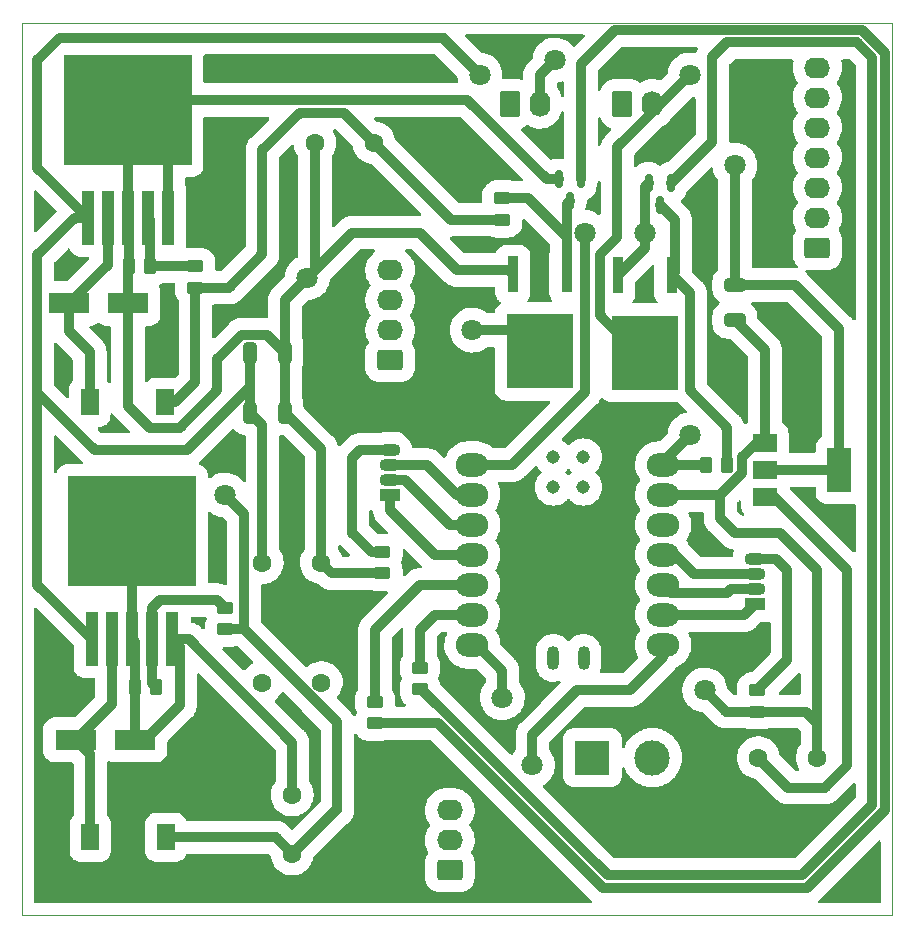
<source format=gtl>
%TF.GenerationSoftware,KiCad,Pcbnew,6.0.11+dfsg-1*%
%TF.CreationDate,2024-04-13T21:45:18-04:00*%
%TF.ProjectId,MainPCBV1,4d61696e-5043-4425-9631-2e6b69636164,rev?*%
%TF.SameCoordinates,Original*%
%TF.FileFunction,Copper,L1,Top*%
%TF.FilePolarity,Positive*%
%FSLAX45Y45*%
G04 Gerber Fmt 4.5, Leading zero omitted, Abs format (unit mm)*
G04 Created by KiCad (PCBNEW 6.0.11+dfsg-1) date 2024-04-13 21:45:18*
%MOMM*%
%LPD*%
G01*
G04 APERTURE LIST*
G04 Aperture macros list*
%AMRoundRect*
0 Rectangle with rounded corners*
0 $1 Rounding radius*
0 $2 $3 $4 $5 $6 $7 $8 $9 X,Y pos of 4 corners*
0 Add a 4 corners polygon primitive as box body*
4,1,4,$2,$3,$4,$5,$6,$7,$8,$9,$2,$3,0*
0 Add four circle primitives for the rounded corners*
1,1,$1+$1,$2,$3*
1,1,$1+$1,$4,$5*
1,1,$1+$1,$6,$7*
1,1,$1+$1,$8,$9*
0 Add four rect primitives between the rounded corners*
20,1,$1+$1,$2,$3,$4,$5,0*
20,1,$1+$1,$4,$5,$6,$7,0*
20,1,$1+$1,$6,$7,$8,$9,0*
20,1,$1+$1,$8,$9,$2,$3,0*%
G04 Aperture macros list end*
%TA.AperFunction,Profile*%
%ADD10C,0.100000*%
%TD*%
%TA.AperFunction,ComponentPad*%
%ADD11C,1.600000*%
%TD*%
%TA.AperFunction,SMDPad,CuDef*%
%ADD12R,2.000000X1.500000*%
%TD*%
%TA.AperFunction,SMDPad,CuDef*%
%ADD13R,2.000000X3.800000*%
%TD*%
%TA.AperFunction,SMDPad,CuDef*%
%ADD14RoundRect,0.150000X-0.150000X0.587500X-0.150000X-0.587500X0.150000X-0.587500X0.150000X0.587500X0*%
%TD*%
%TA.AperFunction,SMDPad,CuDef*%
%ADD15RoundRect,0.250000X-0.325000X-0.650000X0.325000X-0.650000X0.325000X0.650000X-0.325000X0.650000X0*%
%TD*%
%TA.AperFunction,SMDPad,CuDef*%
%ADD16R,1.500000X2.200000*%
%TD*%
%TA.AperFunction,SMDPad,CuDef*%
%ADD17RoundRect,0.250000X0.450000X-0.262500X0.450000X0.262500X-0.450000X0.262500X-0.450000X-0.262500X0*%
%TD*%
%TA.AperFunction,ComponentPad*%
%ADD18RoundRect,0.250000X0.845000X-0.620000X0.845000X0.620000X-0.845000X0.620000X-0.845000X-0.620000X0*%
%TD*%
%TA.AperFunction,ComponentPad*%
%ADD19O,2.190000X1.740000*%
%TD*%
%TA.AperFunction,ComponentPad*%
%ADD20RoundRect,0.250000X-0.620000X-0.845000X0.620000X-0.845000X0.620000X0.845000X-0.620000X0.845000X0*%
%TD*%
%TA.AperFunction,ComponentPad*%
%ADD21O,1.740000X2.190000*%
%TD*%
%TA.AperFunction,ComponentPad*%
%ADD22R,3.000000X3.000000*%
%TD*%
%TA.AperFunction,ComponentPad*%
%ADD23C,3.000000*%
%TD*%
%TA.AperFunction,SMDPad,CuDef*%
%ADD24R,3.500000X1.800000*%
%TD*%
%TA.AperFunction,ComponentPad*%
%ADD25R,1.800000X1.070000*%
%TD*%
%TA.AperFunction,ComponentPad*%
%ADD26O,1.800000X1.070000*%
%TD*%
%TA.AperFunction,SMDPad,CuDef*%
%ADD27R,1.100000X4.600000*%
%TD*%
%TA.AperFunction,SMDPad,CuDef*%
%ADD28R,10.800000X9.400000*%
%TD*%
%TA.AperFunction,SMDPad,CuDef*%
%ADD29RoundRect,0.250000X-0.262500X-0.450000X0.262500X-0.450000X0.262500X0.450000X-0.262500X0.450000X0*%
%TD*%
%TA.AperFunction,SMDPad,CuDef*%
%ADD30R,0.970000X3.020000*%
%TD*%
%TA.AperFunction,SMDPad,CuDef*%
%ADD31R,5.670000X6.320000*%
%TD*%
%TA.AperFunction,SMDPad,CuDef*%
%ADD32RoundRect,0.250000X-0.650000X0.325000X-0.650000X-0.325000X0.650000X-0.325000X0.650000X0.325000X0*%
%TD*%
%TA.AperFunction,SMDPad,CuDef*%
%ADD33O,2.748280X1.998980*%
%TD*%
%TA.AperFunction,SMDPad,CuDef*%
%ADD34O,1.016000X2.032000*%
%TD*%
%TA.AperFunction,SMDPad,CuDef*%
%ADD35C,1.143000*%
%TD*%
%TA.AperFunction,ViaPad*%
%ADD36C,1.800000*%
%TD*%
%TA.AperFunction,Conductor*%
%ADD37C,0.850000*%
%TD*%
G04 APERTURE END LIST*
D10*
X8636000Y-7620000D02*
X16002000Y-7620000D01*
X16002000Y-7620000D02*
X16002000Y-15176500D01*
X16002000Y-15176500D02*
X8636000Y-15176500D01*
X8636000Y-15176500D02*
X8636000Y-7620000D01*
D11*
%TO.P,C8,1*%
%TO.N,+5VL*%
X10922000Y-14660500D03*
%TO.P,C8,2*%
%TO.N,GND*%
X10922000Y-14160500D03*
%TD*%
D12*
%TO.P,U3,1,GND*%
%TO.N,GND*%
X14922500Y-11176000D03*
D13*
%TO.P,U3,2,VO*%
%TO.N,+5V*%
X15552500Y-11406000D03*
D12*
X14922500Y-11406000D03*
%TO.P,U3,3,VI*%
%TO.N,+12V*%
X14922500Y-11636000D03*
%TD*%
D14*
%TO.P,Q4,1,B*%
%TO.N,Net-(Q4-Pad1)*%
X13366500Y-8946500D03*
%TO.P,Q4,2,E*%
%TO.N,GND*%
X13176500Y-8946500D03*
%TO.P,Q4,3,C*%
%TO.N,Net-(Q1-Pad1)*%
X13271500Y-9134000D03*
%TD*%
D15*
%TO.P,C4,1*%
%TO.N,+12V*%
X10563500Y-10922000D03*
%TO.P,C4,2*%
%TO.N,GND*%
X10858500Y-10922000D03*
%TD*%
D16*
%TO.P,L1,1,1*%
%TO.N,Net-(D1-Pad1)*%
X9206500Y-10835500D03*
%TO.P,L1,2,2*%
%TO.N,+5VA*%
X9846500Y-10835500D03*
%TD*%
D15*
%TO.P,C7,1*%
%TO.N,+12V*%
X10563500Y-10414000D03*
%TO.P,C7,2*%
%TO.N,GND*%
X10858500Y-10414000D03*
%TD*%
D17*
%TO.P,R7,1*%
%TO.N,Net-(Q4-Pad1)*%
X11620500Y-13553250D03*
%TO.P,R7,2*%
%TO.N,mosfet1*%
X11620500Y-13370750D03*
%TD*%
D18*
%TO.P,PowerAmplifier1,1,Pin_1*%
%TO.N,+5VL*%
X11749500Y-10477500D03*
D19*
%TO.P,PowerAmplifier1,2,Pin_2*%
%TO.N,unconnected-(PowerAmplifier1-Pad2)*%
X11749500Y-10223500D03*
%TO.P,PowerAmplifier1,3,Pin_3*%
%TO.N,unconnected-(PowerAmplifier1-Pad3)*%
X11749500Y-9969500D03*
%TO.P,PowerAmplifier1,4,Pin_4*%
%TO.N,GND*%
X11749500Y-9715500D03*
%TD*%
D20*
%TO.P,fan1,1,Pin_1*%
%TO.N,+12V*%
X12763500Y-8308500D03*
D21*
%TO.P,fan1,2,Pin_2*%
%TO.N,Net-(Q1-Pad4)*%
X13017500Y-8308500D03*
%TD*%
D22*
%TO.P,BATTERY1,1,Pin_1*%
%TO.N,+12VA*%
X13462000Y-13843000D03*
D23*
%TO.P,BATTERY1,2,Pin_2*%
%TO.N,GND*%
X13970000Y-13843000D03*
%TD*%
D24*
%TO.P,D2,1,K*%
%TO.N,Net-(D2-Pad1)*%
X9088500Y-13693000D03*
%TO.P,D2,2,A*%
%TO.N,GND*%
X9588500Y-13693000D03*
%TD*%
D17*
%TO.P,R9,1*%
%TO.N,Net-(Q2-Pad1)*%
X12001500Y-13263500D03*
%TO.P,R9,2*%
%TO.N,mosfet2*%
X12001500Y-13081000D03*
%TD*%
D11*
%TO.P,C3,1*%
%TO.N,+12V*%
X14867000Y-13843000D03*
%TO.P,C3,2*%
%TO.N,GND*%
X15367000Y-13843000D03*
%TD*%
D17*
%TO.P,R5,1*%
%TO.N,+5VL*%
X10350500Y-12755500D03*
%TO.P,R5,2*%
%TO.N,Net-(R3-Pad2)*%
X10350500Y-12573000D03*
%TD*%
%TO.P,R4,1*%
%TO.N,GND*%
X11685000Y-12283250D03*
%TO.P,R4,2*%
%TO.N,Net-(D3-Pad4)*%
X11685000Y-12100750D03*
%TD*%
D18*
%TO.P,SWITCH1,1,A*%
%TO.N,+12V*%
X12255500Y-14795500D03*
D19*
%TO.P,SWITCH1,2,B*%
%TO.N,+12VA*%
X12255500Y-14541500D03*
%TO.P,SWITCH1,3,C*%
%TO.N,unconnected-(SWITCH1-Pad3)*%
X12255500Y-14287500D03*
%TD*%
D11*
%TO.P,C5,1*%
%TO.N,+12V*%
X10668000Y-12192000D03*
%TO.P,C5,2*%
%TO.N,GND*%
X11168000Y-12192000D03*
%TD*%
D18*
%TO.P,ZE08-CH2O1,1,Pin_1*%
%TO.N,unconnected-(ZE08-CH2O1-Pad1)*%
X15367000Y-9525000D03*
D19*
%TO.P,ZE08-CH2O1,2,Pin_2*%
%TO.N,DAC1*%
X15367000Y-9271000D03*
%TO.P,ZE08-CH2O1,3,Pin_3*%
%TO.N,GND*%
X15367000Y-9017000D03*
%TO.P,ZE08-CH2O1,4,Pin_4*%
%TO.N,+5V*%
X15367000Y-8763000D03*
%TO.P,ZE08-CH2O1,5,Pin_5*%
%TO.N,RXD*%
X15367000Y-8509000D03*
%TO.P,ZE08-CH2O1,6,Pin_6*%
%TO.N,TXD*%
X15367000Y-8255000D03*
%TO.P,ZE08-CH2O1,7,Pin_7*%
%TO.N,unconnected-(ZE08-CH2O1-Pad7)*%
X15367000Y-8001000D03*
%TD*%
D25*
%TO.P,D3,1,BA*%
%TO.N,Net-(D3-Pad1)*%
X11747500Y-11620500D03*
D26*
%TO.P,D3,2,RA*%
%TO.N,Net-(U4-Pad3)*%
X11747500Y-11493500D03*
%TO.P,D3,3,GA*%
%TO.N,Net-(U4-Pad2)*%
X11747500Y-11366500D03*
%TO.P,D3,4,K*%
%TO.N,Net-(D3-Pad4)*%
X11747500Y-11239500D03*
%TD*%
D27*
%TO.P,U1,1,VIN*%
%TO.N,+12V*%
X9225000Y-12841500D03*
%TO.P,U1,2,OUT*%
%TO.N,Net-(D2-Pad1)*%
X9395000Y-12841500D03*
%TO.P,U1,3,GND*%
%TO.N,GND*%
X9565000Y-12841500D03*
D28*
X9565000Y-11926500D03*
D27*
%TO.P,U1,4,FB*%
%TO.N,Net-(R3-Pad2)*%
X9735000Y-12841500D03*
%TO.P,U1,5,~{ON}/OFF*%
%TO.N,GND*%
X9905000Y-12841500D03*
%TD*%
D29*
%TO.P,R10,1*%
%TO.N,+5VA*%
X14422500Y-11366500D03*
%TO.P,R10,2*%
%TO.N,Net-(Q2-Pad3)*%
X14605000Y-11366500D03*
%TD*%
D11*
%TO.P,C1,1*%
%TO.N,+12V*%
X10668000Y-13208000D03*
%TO.P,C1,2*%
%TO.N,GND*%
X11168000Y-13208000D03*
%TD*%
D27*
%TO.P,U2,1,VIN*%
%TO.N,+12V*%
X9189000Y-9274000D03*
%TO.P,U2,2,OUT*%
%TO.N,Net-(D1-Pad1)*%
X9359000Y-9274000D03*
D28*
%TO.P,U2,3,GND*%
%TO.N,GND*%
X9529000Y-8359000D03*
D27*
X9529000Y-9274000D03*
%TO.P,U2,4,FB*%
%TO.N,Net-(R1-Pad2)*%
X9699000Y-9274000D03*
%TO.P,U2,5,~{ON}/OFF*%
%TO.N,GND*%
X9869000Y-9274000D03*
%TD*%
D30*
%TO.P,Q3,1*%
%TO.N,Net-(Q2-Pad3)*%
X14135100Y-9761000D03*
%TO.P,Q3,3*%
%TO.N,GND*%
X13677900Y-9761000D03*
D31*
%TO.P,Q3,4*%
%TO.N,Net-(Q3-Pad4)*%
X13906500Y-10414000D03*
%TD*%
D17*
%TO.P,R6,1*%
%TO.N,GND*%
X14859000Y-13454000D03*
%TO.P,R6,2*%
%TO.N,Net-(D4-Pad4)*%
X14859000Y-13271500D03*
%TD*%
D16*
%TO.P,L2,1,1*%
%TO.N,Net-(D2-Pad1)*%
X9211500Y-14518500D03*
%TO.P,L2,2,2*%
%TO.N,+5VL*%
X9851500Y-14518500D03*
%TD*%
D17*
%TO.P,R8,1*%
%TO.N,+5VA*%
X12700000Y-9288750D03*
%TO.P,R8,2*%
%TO.N,Net-(Q1-Pad1)*%
X12700000Y-9106250D03*
%TD*%
D29*
%TO.P,R3,1*%
%TO.N,GND*%
X9588500Y-13248500D03*
%TO.P,R3,2*%
%TO.N,Net-(R3-Pad2)*%
X9771000Y-13248500D03*
%TD*%
D17*
%TO.P,R2,1*%
%TO.N,+5VA*%
X10100500Y-9863500D03*
%TO.P,R2,2*%
%TO.N,Net-(R1-Pad2)*%
X10100500Y-9681000D03*
%TD*%
D25*
%TO.P,D4,1,BA*%
%TO.N,Net-(D4-Pad1)*%
X14840000Y-12540468D03*
D26*
%TO.P,D4,2,RA*%
%TO.N,Net-(U4-Pad10)*%
X14840000Y-12413468D03*
%TO.P,D4,3,GA*%
%TO.N,Net-(U4-Pad11)*%
X14840000Y-12286468D03*
%TO.P,D4,4,K*%
%TO.N,Net-(D4-Pad4)*%
X14840000Y-12159468D03*
%TD*%
D20*
%TO.P,fan2,1,Pin_1*%
%TO.N,+12V*%
X13716000Y-8308500D03*
D21*
%TO.P,fan2,2,Pin_2*%
%TO.N,Net-(Q3-Pad4)*%
X13970000Y-8308500D03*
%TD*%
D30*
%TO.P,Q1,1*%
%TO.N,Net-(Q1-Pad1)*%
X13246100Y-9751000D03*
%TO.P,Q1,3*%
%TO.N,GND*%
X12788900Y-9751000D03*
D31*
%TO.P,Q1,4*%
%TO.N,Net-(Q1-Pad4)*%
X13017500Y-10404000D03*
%TD*%
D32*
%TO.P,C2,1*%
%TO.N,+5V*%
X14668500Y-9842500D03*
%TO.P,C2,2*%
%TO.N,GND*%
X14668500Y-10137500D03*
%TD*%
D14*
%TO.P,Q2,1,B*%
%TO.N,Net-(Q2-Pad1)*%
X14128500Y-8976750D03*
%TO.P,Q2,2,E*%
%TO.N,GND*%
X13938500Y-8976750D03*
%TO.P,Q2,3,C*%
%TO.N,Net-(Q2-Pad3)*%
X14033500Y-9164250D03*
%TD*%
D33*
%TO.P,U4,1,PA02_A0_D0*%
%TO.N,DAC1*%
X12446000Y-11366500D03*
%TO.P,U4,2,PA4_A1_D1*%
%TO.N,Net-(U4-Pad2)*%
X12446000Y-11620500D03*
%TO.P,U4,3,PA10_A2_D2*%
%TO.N,Net-(U4-Pad3)*%
X12446000Y-11874500D03*
%TO.P,U4,4,PA11_A3_D3*%
%TO.N,Net-(D3-Pad1)*%
X12446000Y-12128500D03*
%TO.P,U4,5,PA8_A4_D4_SDA*%
%TO.N,mosfet1*%
X12446000Y-12382500D03*
%TO.P,U4,6,PA9_A5_D5_SCL*%
%TO.N,mosfet2*%
X12446000Y-12636500D03*
%TO.P,U4,7,PB08_A6_D6_TX*%
%TO.N,RXD*%
X12446000Y-12890500D03*
%TO.P,U4,8,PB09_A7_D7_RX*%
%TO.N,TXD*%
X14062456Y-12890500D03*
%TO.P,U4,9,PA7_A8_D8_SCK*%
%TO.N,Net-(D4-Pad1)*%
X14062456Y-12636500D03*
%TO.P,U4,10,PA5_A9_D9_MISO*%
%TO.N,Net-(U4-Pad10)*%
X14062456Y-12382500D03*
%TO.P,U4,11,PA6_A10_D10_MOSI*%
%TO.N,Net-(U4-Pad11)*%
X14062456Y-12128500D03*
%TO.P,U4,12,3V3*%
%TO.N,unconnected-(U4-Pad12)*%
X14062456Y-11874500D03*
%TO.P,U4,13,GND*%
%TO.N,GND*%
X14062456Y-11620500D03*
%TO.P,U4,14,5V*%
%TO.N,+5VA*%
X14062456Y-11366500D03*
D34*
%TO.P,U4,15,5V*%
%TO.N,unconnected-(U4-Pad15)*%
X13132688Y-12998282D03*
%TO.P,U4,16,GND*%
%TO.N,unconnected-(U4-Pad16)*%
X13387688Y-12998282D03*
D35*
%TO.P,U4,17,PA31_SWDIO*%
%TO.N,unconnected-(U4-Pad17)*%
X13132568Y-11297863D03*
%TO.P,U4,18,PA30_SWCLK*%
%TO.N,unconnected-(U4-Pad18)*%
X13386568Y-11297863D03*
%TO.P,U4,19,RESET*%
%TO.N,unconnected-(U4-Pad19)*%
X13132568Y-11551863D03*
%TO.P,U4,20,GND*%
%TO.N,unconnected-(U4-Pad20)*%
X13386568Y-11551863D03*
%TD*%
D11*
%TO.P,C6,1*%
%TO.N,+5VA*%
X11612500Y-8636000D03*
%TO.P,C6,2*%
%TO.N,GND*%
X11112500Y-8636000D03*
%TD*%
D24*
%TO.P,D1,1,K*%
%TO.N,Net-(D1-Pad1)*%
X9029000Y-9998500D03*
%TO.P,D1,2,A*%
%TO.N,GND*%
X9529000Y-9998500D03*
%TD*%
D29*
%TO.P,R1,1*%
%TO.N,GND*%
X9537000Y-9681000D03*
%TO.P,R1,2*%
%TO.N,Net-(R1-Pad2)*%
X9719500Y-9681000D03*
%TD*%
D36*
%TO.N,GND*%
X14414500Y-13271500D03*
X11049000Y-9779000D03*
X13906500Y-9398000D03*
%TO.N,+5VL*%
X10350500Y-11620500D03*
%TO.N,Net-(Q1-Pad4)*%
X12446000Y-10223500D03*
X13144500Y-7937500D03*
%TO.N,+12V*%
X12509500Y-8064500D03*
%TO.N,+5V*%
X14668500Y-8826500D03*
%TO.N,DAC1*%
X13398550Y-9398000D03*
%TO.N,RXD*%
X12700000Y-13335000D03*
%TO.N,TXD*%
X12954000Y-13906500D03*
%TO.N,+5VA*%
X14287500Y-11112500D03*
%TO.N,Net-(Q3-Pad4)*%
X14287500Y-8064500D03*
%TD*%
D37*
%TO.N,GND*%
X14545994Y-11815494D02*
X14545994Y-11620500D01*
X14597000Y-13454000D02*
X14859000Y-13454000D01*
X11112500Y-9715500D02*
X11049000Y-9779000D01*
X14545994Y-11620500D02*
X14062456Y-11620500D01*
X10858500Y-10414000D02*
X10858500Y-9969500D01*
X14922500Y-10391500D02*
X14922500Y-11176000D01*
X14732000Y-11434494D02*
X14545994Y-11620500D01*
X12319000Y-9715500D02*
X12001500Y-9398000D01*
X10706000Y-10261500D02*
X10858500Y-10414000D01*
X9529000Y-9998500D02*
X9529000Y-10862500D01*
X15367000Y-13716000D02*
X15367000Y-12255500D01*
X9675000Y-13693000D02*
X9588500Y-13693000D01*
X9529000Y-8359000D02*
X9611000Y-8277000D01*
X10287000Y-10469256D02*
X10494756Y-10261500D01*
X9905000Y-12841500D02*
X10045000Y-12841500D01*
X14732000Y-11296500D02*
X14732000Y-11434494D01*
X13906500Y-9398000D02*
X13906500Y-9532400D01*
X15367000Y-13716000D02*
X15367000Y-13553250D01*
X15367000Y-13843000D02*
X15367000Y-13716000D01*
X14414500Y-13271500D02*
X14597000Y-13454000D01*
X9869000Y-8699000D02*
X9529000Y-8359000D01*
X11168000Y-11231500D02*
X10858500Y-10922000D01*
X9869000Y-9274000D02*
X9869000Y-8699000D01*
X13074000Y-8946500D02*
X13176500Y-8946500D01*
X11685000Y-12283250D02*
X11259250Y-12283250D01*
X10922000Y-13718500D02*
X10922000Y-14160500D01*
X12753400Y-9715500D02*
X12788900Y-9751000D01*
X15367000Y-12255500D02*
X15049500Y-11938000D01*
X9969500Y-11049000D02*
X10287000Y-10731500D01*
X13906500Y-9532400D02*
X13677900Y-9761000D01*
X9537000Y-9282000D02*
X9529000Y-9274000D01*
X15267750Y-13454000D02*
X15367000Y-13553250D01*
X14922500Y-11176000D02*
X14852500Y-11176000D01*
X13906500Y-9008750D02*
X13938500Y-8976750D01*
X12404500Y-8277000D02*
X13074000Y-8946500D01*
X14668500Y-10137500D02*
X14922500Y-10391500D01*
X9611000Y-8277000D02*
X12404500Y-8277000D01*
X9565000Y-12841500D02*
X9565000Y-11926500D01*
X15049500Y-11938000D02*
X14668500Y-11938000D01*
X9537000Y-9681000D02*
X9537000Y-9282000D01*
X11259250Y-12283250D02*
X11168000Y-12192000D01*
X10287000Y-10731500D02*
X10287000Y-10469256D01*
X14859000Y-13454000D02*
X15267750Y-13454000D01*
X9969500Y-12906000D02*
X9969500Y-13398500D01*
X9969500Y-13398500D02*
X9675000Y-13693000D01*
X9529000Y-9998500D02*
X9529000Y-9689000D01*
X14852500Y-11176000D02*
X14732000Y-11296500D01*
X10494756Y-10261500D02*
X10706000Y-10261500D01*
X9529000Y-9274000D02*
X9529000Y-8359000D01*
X11112500Y-8636000D02*
X11112500Y-9715500D01*
X12001500Y-9398000D02*
X11430000Y-9398000D01*
X10045000Y-12841500D02*
X10922000Y-13718500D01*
X11430000Y-9398000D02*
X11049000Y-9779000D01*
X9529000Y-9689000D02*
X9537000Y-9681000D01*
X9529000Y-10862500D02*
X9715500Y-11049000D01*
X9588500Y-13248500D02*
X9588500Y-12865000D01*
X13906500Y-9398000D02*
X13906500Y-9008750D01*
X9715500Y-11049000D02*
X9969500Y-11049000D01*
X9588500Y-13693000D02*
X9588500Y-13248500D01*
X9905000Y-12841500D02*
X9969500Y-12906000D01*
X10858500Y-10414000D02*
X10858500Y-10922000D01*
X11168000Y-12192000D02*
X11168000Y-11231500D01*
X14668500Y-11938000D02*
X14545994Y-11815494D01*
X12753400Y-9715500D02*
X12319000Y-9715500D01*
X10858500Y-9969500D02*
X11049000Y-9779000D01*
X9588500Y-12865000D02*
X9565000Y-12841500D01*
%TO.N,Net-(Q1-Pad1)*%
X13246100Y-9159400D02*
X13271500Y-9134000D01*
X12700000Y-9106250D02*
X12916250Y-9106250D01*
X13246100Y-9751000D02*
X13246100Y-9159400D01*
X13246100Y-9436100D02*
X13246100Y-9751000D01*
X12916250Y-9106250D02*
X13246100Y-9436100D01*
%TO.N,Net-(D1-Pad1)*%
X9206500Y-10835500D02*
X9206500Y-10413000D01*
X9029000Y-9998500D02*
X9359000Y-9668500D01*
X9029000Y-10235500D02*
X9029000Y-9998500D01*
X9206500Y-10413000D02*
X9029000Y-10235500D01*
X9359000Y-9668500D02*
X9359000Y-9274000D01*
%TO.N,+5VL*%
X9851500Y-14518500D02*
X10780000Y-14518500D01*
X10780000Y-14518500D02*
X10922000Y-14660500D01*
X11303000Y-13544525D02*
X11303000Y-14287500D01*
X10350500Y-12755500D02*
X10513975Y-12755500D01*
X10513975Y-12755500D02*
X11303000Y-13544525D01*
X11295000Y-14287500D02*
X10922000Y-14660500D01*
X11303000Y-14287500D02*
X11295000Y-14287500D01*
X10513975Y-11783974D02*
X10350500Y-11620500D01*
X10513975Y-12755500D02*
X10513975Y-11783974D01*
%TO.N,Net-(D2-Pad1)*%
X9088500Y-13693000D02*
X9395000Y-13386500D01*
X9395000Y-13386500D02*
X9395000Y-12841500D01*
X9211500Y-13816000D02*
X9088500Y-13693000D01*
X9211500Y-14518500D02*
X9211500Y-13816000D01*
%TO.N,Net-(Q1-Pad4)*%
X12446000Y-10223500D02*
X12837000Y-10223500D01*
X13017500Y-8308500D02*
X13017500Y-8064500D01*
X13017500Y-8064500D02*
X13144500Y-7937500D01*
X12837000Y-10223500D02*
X13017500Y-10404000D01*
%TO.N,Net-(D4-Pad4)*%
X15113000Y-12255500D02*
X15113000Y-13017500D01*
X15113000Y-13017500D02*
X14859000Y-13271500D01*
X15016968Y-12159468D02*
X15113000Y-12255500D01*
X14840000Y-12159468D02*
X15016968Y-12159468D01*
%TO.N,+12V*%
X8763000Y-7937500D02*
X8953500Y-7747000D01*
X9225000Y-12841500D02*
X8763000Y-12379500D01*
X10563500Y-10709000D02*
X10033000Y-11239500D01*
X10668000Y-11026500D02*
X10563500Y-10922000D01*
X14867000Y-13843000D02*
X15121000Y-14097000D01*
X10563500Y-10414000D02*
X10563500Y-10709000D01*
X15430500Y-14097000D02*
X15621000Y-13906500D01*
X10668000Y-12192000D02*
X10668000Y-11026500D01*
X9189000Y-9274000D02*
X8763000Y-8848000D01*
X12509500Y-8064500D02*
X12202000Y-7757000D01*
X15121000Y-14097000D02*
X15430500Y-14097000D01*
X10563500Y-10922000D02*
X10563500Y-10414000D01*
X8763000Y-9588500D02*
X9077500Y-9274000D01*
X8763000Y-8848000D02*
X8763000Y-7937500D01*
X15001500Y-11636000D02*
X14922500Y-11636000D01*
X10033000Y-11239500D02*
X9250000Y-11239500D01*
X8763000Y-10752500D02*
X8763000Y-10668000D01*
X9250000Y-11239500D02*
X8763000Y-10752500D01*
X12202000Y-7757000D02*
X12202000Y-7747000D01*
X9077500Y-9274000D02*
X9189000Y-9274000D01*
X15621000Y-13906500D02*
X15621000Y-12255500D01*
X8763000Y-10668000D02*
X8763000Y-9588500D01*
X8953500Y-7747000D02*
X12202000Y-7747000D01*
X15621000Y-12255500D02*
X15001500Y-11636000D01*
X8763000Y-12379500D02*
X8763000Y-10668000D01*
%TO.N,Net-(R3-Pad2)*%
X10287000Y-12509500D02*
X10350500Y-12573000D01*
X9771000Y-13248500D02*
X9735000Y-13212500D01*
X9798500Y-12509500D02*
X10287000Y-12509500D01*
X9735000Y-13212500D02*
X9735000Y-12841500D01*
X9735000Y-12841500D02*
X9735000Y-12573000D01*
X9735000Y-12573000D02*
X9798500Y-12509500D01*
%TO.N,Net-(R1-Pad2)*%
X9719500Y-9681000D02*
X10100500Y-9681000D01*
X9719500Y-9294500D02*
X9699000Y-9274000D01*
X9719500Y-9681000D02*
X9719500Y-9294500D01*
%TO.N,+5V*%
X14668500Y-8826500D02*
X14668500Y-9842500D01*
X14922500Y-11406000D02*
X15552500Y-11406000D01*
X15552500Y-10218500D02*
X15176500Y-9842500D01*
X15552500Y-11406000D02*
X15552500Y-10218500D01*
X15176500Y-9842500D02*
X14668500Y-9842500D01*
%TO.N,DAC1*%
X13398500Y-9398050D02*
X13398500Y-10747500D01*
X13398550Y-9398000D02*
X13398500Y-9398050D01*
X13398500Y-10747500D02*
X12779500Y-11366500D01*
X12779500Y-11366500D02*
X12446000Y-11366500D01*
%TO.N,Net-(D3-Pad4)*%
X11593750Y-12100750D02*
X11431000Y-11938000D01*
X11685000Y-12100750D02*
X11593750Y-12100750D01*
X11431000Y-11938000D02*
X11430000Y-11938000D01*
X11430000Y-11303000D02*
X11430000Y-11938000D01*
X11747500Y-11239500D02*
X11493500Y-11239500D01*
X11493500Y-11239500D02*
X11430000Y-11303000D01*
%TO.N,Net-(U4-Pad3)*%
X11874500Y-11493500D02*
X12255500Y-11874500D01*
X12255500Y-11874500D02*
X12446000Y-11874500D01*
X11747500Y-11493500D02*
X11874500Y-11493500D01*
%TO.N,Net-(U4-Pad2)*%
X12065000Y-11366500D02*
X12319000Y-11620500D01*
X11747500Y-11366500D02*
X12065000Y-11366500D01*
X12319000Y-11620500D02*
X12446000Y-11620500D01*
%TO.N,mosfet1*%
X12001500Y-12382500D02*
X11620500Y-12763500D01*
X12446000Y-12382500D02*
X12001500Y-12382500D01*
X11620500Y-12763500D02*
X11620500Y-13370750D01*
%TO.N,mosfet2*%
X12128500Y-12636500D02*
X12446000Y-12636500D01*
X12001500Y-13081000D02*
X12001500Y-12763500D01*
X12001500Y-12763500D02*
X12128500Y-12636500D01*
%TO.N,RXD*%
X12483465Y-12890500D02*
X12446000Y-12890500D01*
X12700000Y-13335000D02*
X12700000Y-13107035D01*
X12700000Y-13107035D02*
X12483465Y-12890500D01*
%TO.N,TXD*%
X13779500Y-13271500D02*
X14062456Y-12988544D01*
X14062456Y-12988544D02*
X14062456Y-12890500D01*
X12954000Y-13906500D02*
X12954000Y-13652500D01*
X12954000Y-13652500D02*
X13335000Y-13271500D01*
X13335000Y-13271500D02*
X13779500Y-13271500D01*
%TO.N,+5VA*%
X10668000Y-9580500D02*
X10668000Y-8699500D01*
X14062456Y-11337544D02*
X14287500Y-11112500D01*
X11358500Y-8382000D02*
X11612500Y-8636000D01*
X10385000Y-9863500D02*
X10668000Y-9580500D01*
X14422500Y-11366500D02*
X14062456Y-11366500D01*
X10100500Y-9863500D02*
X10385000Y-9863500D01*
X11612500Y-8636000D02*
X12265250Y-9288750D01*
X9846500Y-10835500D02*
X9929000Y-10835500D01*
X10985500Y-8382000D02*
X10668000Y-8699500D01*
X10100500Y-10664000D02*
X10100500Y-9863500D01*
X10985500Y-8382000D02*
X11358500Y-8382000D01*
X14062456Y-11366500D02*
X14062456Y-11337544D01*
X9929000Y-10835500D02*
X10100500Y-10664000D01*
X12265250Y-9288750D02*
X12700000Y-9288750D01*
%TO.N,Net-(D3-Pad1)*%
X11747500Y-11747500D02*
X12128500Y-12128500D01*
X11747500Y-11620500D02*
X11747500Y-11747500D01*
X12128500Y-12128500D02*
X12446000Y-12128500D01*
%TO.N,Net-(Q2-Pad1)*%
X15833500Y-7917492D02*
X15704508Y-7788500D01*
X14605000Y-7788500D02*
X14478000Y-7915500D01*
X13591492Y-14840000D02*
X15237508Y-14840000D01*
X15704508Y-7788500D02*
X14605000Y-7788500D01*
X15237508Y-14840000D02*
X15833500Y-14244008D01*
X14478000Y-8627250D02*
X14128500Y-8976750D01*
X12014992Y-13263500D02*
X13591492Y-14840000D01*
X12001500Y-13263500D02*
X12014992Y-13263500D01*
X15833500Y-14244008D02*
X15833500Y-7917492D01*
X14478000Y-7915500D02*
X14478000Y-8627250D01*
%TO.N,Net-(Q2-Pad3)*%
X14287500Y-10731500D02*
X14287500Y-9913400D01*
X14605000Y-11049000D02*
X14287500Y-10731500D01*
X14033500Y-9164250D02*
X14160500Y-9291250D01*
X14160500Y-9735600D02*
X14135100Y-9761000D01*
X14160500Y-9291250D02*
X14160500Y-9735600D01*
X14605000Y-11366500D02*
X14605000Y-11049000D01*
X14287500Y-9913400D02*
X14135100Y-9761000D01*
%TO.N,Net-(Q3-Pad4)*%
X13674500Y-9439500D02*
X13525500Y-9588500D01*
X13525500Y-10096500D02*
X13843000Y-10414000D01*
X13843000Y-10414000D02*
X13906500Y-10414000D01*
X13674500Y-8677500D02*
X13674500Y-9439500D01*
X13525500Y-9588500D02*
X13525500Y-10096500D01*
X14287500Y-8064500D02*
X13674500Y-8677500D01*
%TO.N,Net-(Q4-Pad1)*%
X15938500Y-14287500D02*
X15938500Y-7874000D01*
X11620500Y-13553250D02*
X12156250Y-13553250D01*
X13652500Y-7683500D02*
X13366500Y-7969500D01*
X13366500Y-7969500D02*
X13366500Y-8946500D01*
X15938500Y-7874000D02*
X15748000Y-7683500D01*
X13548000Y-14945000D02*
X15281000Y-14945000D01*
X15281000Y-14945000D02*
X15938500Y-14287500D01*
X15748000Y-7683500D02*
X13652500Y-7683500D01*
X12156250Y-13553250D02*
X13548000Y-14945000D01*
%TO.N,Net-(D4-Pad1)*%
X14840000Y-12540468D02*
X14743968Y-12636500D01*
X14743968Y-12636500D02*
X14062456Y-12636500D01*
%TO.N,Net-(U4-Pad10)*%
X14840000Y-12413468D02*
X14635968Y-12413468D01*
X14635968Y-12413468D02*
X14603437Y-12446000D01*
X14603437Y-12446000D02*
X14125956Y-12446000D01*
X14125956Y-12446000D02*
X14062456Y-12382500D01*
%TO.N,Net-(U4-Pad11)*%
X14318468Y-12286468D02*
X14160500Y-12128500D01*
X14160500Y-12128500D02*
X14062456Y-12128500D01*
X14840000Y-12286468D02*
X14318468Y-12286468D01*
%TD*%
%TA.AperFunction,NonConductor*%
G36*
X13390747Y-7722050D02*
G01*
X13395396Y-7727416D01*
X13396407Y-7734443D01*
X13393457Y-7740901D01*
X13392846Y-7741558D01*
X13313014Y-7821389D01*
X13306783Y-7824792D01*
X13299702Y-7824285D01*
X13293970Y-7819966D01*
X13289649Y-7814115D01*
X13289384Y-7813757D01*
X13270503Y-7794577D01*
X13249108Y-7778249D01*
X13243843Y-7775300D01*
X13226015Y-7765316D01*
X13226014Y-7765316D01*
X13225626Y-7765098D01*
X13225212Y-7764938D01*
X13225211Y-7764938D01*
X13206657Y-7757760D01*
X13200525Y-7755387D01*
X13200093Y-7755287D01*
X13200092Y-7755287D01*
X13185686Y-7751948D01*
X13174306Y-7749310D01*
X13147493Y-7746988D01*
X13147049Y-7747012D01*
X13147049Y-7747012D01*
X13136132Y-7747613D01*
X13120620Y-7748467D01*
X13120183Y-7748554D01*
X13120183Y-7748554D01*
X13094660Y-7753631D01*
X13094659Y-7753631D01*
X13094223Y-7753718D01*
X13068829Y-7762635D01*
X13044945Y-7775042D01*
X13044584Y-7775300D01*
X13044583Y-7775300D01*
X13040079Y-7778519D01*
X13023048Y-7790690D01*
X13003574Y-7809267D01*
X13003298Y-7809617D01*
X12991335Y-7824792D01*
X12986912Y-7830403D01*
X12985001Y-7833693D01*
X12973617Y-7853291D01*
X12973617Y-7853292D01*
X12973394Y-7853676D01*
X12973227Y-7854088D01*
X12964226Y-7876310D01*
X12963290Y-7878621D01*
X12963183Y-7879053D01*
X12963183Y-7879053D01*
X12957472Y-7902042D01*
X12956802Y-7904741D01*
X12955475Y-7917690D01*
X12955105Y-7921298D01*
X12952421Y-7927871D01*
X12951480Y-7928923D01*
X12920613Y-7959791D01*
X12919961Y-7960398D01*
X12914935Y-7964760D01*
X12908303Y-7972848D01*
X12907954Y-7973273D01*
X12907849Y-7973400D01*
X12900739Y-7981828D01*
X12900468Y-7982289D01*
X12900205Y-7982661D01*
X12899935Y-7983054D01*
X12899596Y-7983467D01*
X12899332Y-7983930D01*
X12899332Y-7983931D01*
X12894150Y-7993034D01*
X12894062Y-7993186D01*
X12888479Y-8002683D01*
X12888290Y-8003183D01*
X12888085Y-8003611D01*
X12887892Y-8004028D01*
X12887628Y-8004491D01*
X12887447Y-8004992D01*
X12887447Y-8004992D01*
X12883871Y-8014842D01*
X12883810Y-8015007D01*
X12879908Y-8025306D01*
X12879806Y-8025830D01*
X12879676Y-8026284D01*
X12879556Y-8026729D01*
X12879374Y-8027231D01*
X12878478Y-8032184D01*
X12877415Y-8038067D01*
X12877382Y-8038239D01*
X12875374Y-8048525D01*
X12875271Y-8049049D01*
X12875259Y-8049582D01*
X12875201Y-8050113D01*
X12875165Y-8050109D01*
X12875155Y-8050211D01*
X12875190Y-8050215D01*
X12875143Y-8050628D01*
X12875069Y-8051036D01*
X12875050Y-8051450D01*
X12875050Y-8051451D01*
X12874957Y-8053422D01*
X12874950Y-8053570D01*
X12874950Y-8062540D01*
X12874946Y-8062837D01*
X12874701Y-8073234D01*
X12874779Y-8073762D01*
X12874779Y-8073762D01*
X12874816Y-8074017D01*
X12874950Y-8075846D01*
X12874950Y-8091338D01*
X12872950Y-8098150D01*
X12867584Y-8102799D01*
X12860557Y-8103810D01*
X12859216Y-8103542D01*
X12849612Y-8101076D01*
X12845790Y-8100095D01*
X12839377Y-8099573D01*
X12831969Y-8098971D01*
X12831968Y-8098971D01*
X12831714Y-8098950D01*
X12711045Y-8098950D01*
X12704233Y-8096950D01*
X12699583Y-8091584D01*
X12698557Y-8084673D01*
X12699617Y-8076782D01*
X12699617Y-8076781D01*
X12699659Y-8076464D01*
X12700035Y-8064500D01*
X12698135Y-8037653D01*
X12696174Y-8028546D01*
X12692564Y-8011777D01*
X12692470Y-8011342D01*
X12690519Y-8006053D01*
X12683309Y-7986510D01*
X12683309Y-7986510D01*
X12683155Y-7986092D01*
X12680025Y-7980291D01*
X12670586Y-7962798D01*
X12670374Y-7962406D01*
X12662010Y-7951081D01*
X12654649Y-7941116D01*
X12654649Y-7941115D01*
X12654384Y-7940757D01*
X12635503Y-7921577D01*
X12614108Y-7905249D01*
X12613202Y-7904741D01*
X12591015Y-7892316D01*
X12591014Y-7892316D01*
X12590626Y-7892098D01*
X12590212Y-7891938D01*
X12590211Y-7891938D01*
X12571657Y-7884760D01*
X12565525Y-7882387D01*
X12565093Y-7882287D01*
X12565092Y-7882287D01*
X12547496Y-7878209D01*
X12539306Y-7876310D01*
X12525926Y-7875151D01*
X12519312Y-7872571D01*
X12518104Y-7871508D01*
X12388156Y-7741559D01*
X12384753Y-7735328D01*
X12385260Y-7728247D01*
X12389514Y-7722563D01*
X12396166Y-7720082D01*
X12397065Y-7720050D01*
X13383935Y-7720050D01*
X13390747Y-7722050D01*
G37*
%TD.AperFunction*%
%TA.AperFunction,NonConductor*%
G36*
X12134547Y-7891550D02*
G01*
X12136644Y-7893240D01*
X12316272Y-8072868D01*
X12319675Y-8079100D01*
X12319953Y-8081283D01*
X12320036Y-8083381D01*
X12320115Y-8085408D01*
X12324950Y-8111884D01*
X12325892Y-8114705D01*
X12326945Y-8117862D01*
X12327203Y-8124957D01*
X12323585Y-8131066D01*
X12317239Y-8134248D01*
X12314993Y-8134450D01*
X10181650Y-8134450D01*
X10174838Y-8132450D01*
X10170189Y-8127084D01*
X10169050Y-8121850D01*
X10169050Y-7902150D01*
X10171050Y-7895338D01*
X10176416Y-7890689D01*
X10181650Y-7889550D01*
X12127735Y-7889550D01*
X12134547Y-7891550D01*
G37*
%TD.AperFunction*%
%TA.AperFunction,NonConductor*%
G36*
X14350013Y-7828050D02*
G01*
X14354662Y-7833416D01*
X14355672Y-7840443D01*
X14354063Y-7845035D01*
X14349250Y-7853223D01*
X14349249Y-7853224D01*
X14348979Y-7853683D01*
X14348790Y-7854183D01*
X14348585Y-7854611D01*
X14348392Y-7855028D01*
X14348128Y-7855491D01*
X14347947Y-7855992D01*
X14347947Y-7855992D01*
X14344371Y-7865842D01*
X14344310Y-7866007D01*
X14342443Y-7870935D01*
X14338159Y-7876597D01*
X14331494Y-7879044D01*
X14327815Y-7878746D01*
X14317306Y-7876310D01*
X14290493Y-7873988D01*
X14290049Y-7874012D01*
X14290049Y-7874012D01*
X14279132Y-7874613D01*
X14263620Y-7875467D01*
X14263183Y-7875554D01*
X14263183Y-7875554D01*
X14237660Y-7880631D01*
X14237659Y-7880631D01*
X14237223Y-7880718D01*
X14211829Y-7889635D01*
X14187945Y-7902042D01*
X14187584Y-7902300D01*
X14187583Y-7902300D01*
X14183079Y-7905519D01*
X14166048Y-7917690D01*
X14165725Y-7917998D01*
X14165725Y-7917998D01*
X14149201Y-7933761D01*
X14146574Y-7936267D01*
X14129912Y-7957403D01*
X14125639Y-7964760D01*
X14116617Y-7980291D01*
X14116617Y-7980292D01*
X14116394Y-7980676D01*
X14116227Y-7981088D01*
X14106748Y-8004491D01*
X14106290Y-8005621D01*
X14106183Y-8006053D01*
X14106183Y-8006053D01*
X14100595Y-8028546D01*
X14099802Y-8031741D01*
X14099756Y-8032184D01*
X14099756Y-8032184D01*
X14098105Y-8048298D01*
X14095421Y-8054871D01*
X14094480Y-8055923D01*
X14044185Y-8106219D01*
X14037954Y-8109621D01*
X14031080Y-8109190D01*
X14019920Y-8105249D01*
X14019919Y-8105249D01*
X14019489Y-8105097D01*
X14007833Y-8102799D01*
X13993304Y-8099936D01*
X13993303Y-8099936D01*
X13992857Y-8099848D01*
X13992401Y-8099825D01*
X13992401Y-8099825D01*
X13966202Y-8098521D01*
X13966201Y-8098521D01*
X13965745Y-8098498D01*
X13938722Y-8101076D01*
X13938280Y-8101184D01*
X13938279Y-8101185D01*
X13927550Y-8103810D01*
X13912355Y-8107528D01*
X13911932Y-8107700D01*
X13911931Y-8107700D01*
X13887619Y-8117547D01*
X13887618Y-8117548D01*
X13887195Y-8117719D01*
X13886802Y-8117949D01*
X13886801Y-8117950D01*
X13878872Y-8122593D01*
X13870811Y-8127312D01*
X13863922Y-8129028D01*
X13857253Y-8126786D01*
X13840207Y-8114939D01*
X13827450Y-8109098D01*
X13820422Y-8105880D01*
X13820422Y-8105880D01*
X13819911Y-8105646D01*
X13798290Y-8100095D01*
X13791877Y-8099573D01*
X13784469Y-8098971D01*
X13784468Y-8098971D01*
X13784214Y-8098950D01*
X13647786Y-8098950D01*
X13647532Y-8098971D01*
X13647531Y-8098971D01*
X13640123Y-8099573D01*
X13633710Y-8100095D01*
X13612089Y-8105646D01*
X13611578Y-8105880D01*
X13611578Y-8105880D01*
X13604550Y-8109098D01*
X13591792Y-8114939D01*
X13591332Y-8115259D01*
X13591332Y-8115259D01*
X13573923Y-8127358D01*
X13573923Y-8127358D01*
X13573462Y-8127678D01*
X13557678Y-8143462D01*
X13557358Y-8143923D01*
X13557358Y-8143923D01*
X13545259Y-8161332D01*
X13544939Y-8161792D01*
X13535646Y-8182089D01*
X13535507Y-8182633D01*
X13533854Y-8189069D01*
X13530223Y-8195169D01*
X13523869Y-8198338D01*
X13516811Y-8197569D01*
X13511290Y-8193107D01*
X13509050Y-8185935D01*
X13509050Y-8033765D01*
X13511050Y-8026953D01*
X13512740Y-8024856D01*
X13707856Y-7829740D01*
X13714087Y-7826338D01*
X13716765Y-7826050D01*
X14343201Y-7826050D01*
X14350013Y-7828050D01*
G37*
%TD.AperFunction*%
%TA.AperFunction,NonConductor*%
G36*
X13220699Y-8120464D02*
G01*
X13223782Y-8126860D01*
X13223950Y-8128911D01*
X13223950Y-8237913D01*
X13221950Y-8244725D01*
X13216584Y-8249374D01*
X13209557Y-8250384D01*
X13203099Y-8247435D01*
X13199260Y-8241462D01*
X13199046Y-8240629D01*
X13197332Y-8232865D01*
X13197332Y-8232865D01*
X13197234Y-8232419D01*
X13187616Y-8207035D01*
X13174435Y-8183304D01*
X13162634Y-8167840D01*
X13160091Y-8161212D01*
X13160050Y-8160196D01*
X13160050Y-8138262D01*
X13162050Y-8131450D01*
X13167416Y-8126801D01*
X13170581Y-8125833D01*
X13188980Y-8122771D01*
X13189404Y-8122637D01*
X13189404Y-8122637D01*
X13195221Y-8120797D01*
X13207551Y-8116898D01*
X13214649Y-8116751D01*
X13220699Y-8120464D01*
G37*
%TD.AperFunction*%
%TA.AperFunction,NonConductor*%
G36*
X13529901Y-8421542D02*
G01*
X13533854Y-8427931D01*
X13535646Y-8434911D01*
X13544939Y-8455208D01*
X13545259Y-8455668D01*
X13545259Y-8455668D01*
X13554385Y-8468799D01*
X13557678Y-8473538D01*
X13573462Y-8489322D01*
X13573923Y-8489642D01*
X13573923Y-8489642D01*
X13588039Y-8499453D01*
X13591792Y-8502061D01*
X13598652Y-8505202D01*
X13611578Y-8511120D01*
X13611578Y-8511120D01*
X13612089Y-8511354D01*
X13612633Y-8511493D01*
X13613161Y-8511680D01*
X13613076Y-8511920D01*
X13618252Y-8515006D01*
X13621417Y-8521361D01*
X13620643Y-8528418D01*
X13617922Y-8532482D01*
X13577613Y-8572791D01*
X13576961Y-8573398D01*
X13571935Y-8577760D01*
X13571596Y-8578173D01*
X13564954Y-8586273D01*
X13564849Y-8586400D01*
X13557739Y-8594829D01*
X13557468Y-8595289D01*
X13557205Y-8595661D01*
X13556935Y-8596054D01*
X13556596Y-8596467D01*
X13556332Y-8596931D01*
X13556332Y-8596931D01*
X13551150Y-8606034D01*
X13551062Y-8606187D01*
X13545479Y-8615684D01*
X13545290Y-8616183D01*
X13545085Y-8616611D01*
X13544892Y-8617028D01*
X13544628Y-8617491D01*
X13544447Y-8617992D01*
X13544447Y-8617992D01*
X13540871Y-8627842D01*
X13540810Y-8628007D01*
X13540771Y-8628110D01*
X13536908Y-8638306D01*
X13536806Y-8638831D01*
X13536676Y-8639284D01*
X13536556Y-8639730D01*
X13536374Y-8640231D01*
X13535488Y-8645134D01*
X13534415Y-8651067D01*
X13534382Y-8651239D01*
X13534016Y-8653113D01*
X13530748Y-8659416D01*
X13524591Y-8662950D01*
X13517500Y-8662595D01*
X13511727Y-8658463D01*
X13509104Y-8651865D01*
X13509050Y-8650698D01*
X13509050Y-8431065D01*
X13511050Y-8424253D01*
X13516416Y-8419603D01*
X13523443Y-8418593D01*
X13529901Y-8421542D01*
G37*
%TD.AperFunction*%
%TA.AperFunction,NonConductor*%
G36*
X13216939Y-8369317D02*
G01*
X13222157Y-8374132D01*
X13223950Y-8380610D01*
X13223950Y-8761239D01*
X13221950Y-8768051D01*
X13216584Y-8772701D01*
X13209557Y-8773711D01*
X13208557Y-8773520D01*
X13208479Y-8773508D01*
X13207980Y-8773388D01*
X13204366Y-8773129D01*
X13198601Y-8772716D01*
X13198600Y-8772716D01*
X13198376Y-8772700D01*
X13154624Y-8772700D01*
X13154394Y-8772717D01*
X13154394Y-8772717D01*
X13145334Y-8773380D01*
X13145334Y-8773380D01*
X13144821Y-8773417D01*
X13144321Y-8773538D01*
X13144320Y-8773538D01*
X13130618Y-8776840D01*
X13124264Y-8778371D01*
X13123737Y-8778607D01*
X13123736Y-8778607D01*
X13120566Y-8780022D01*
X13113530Y-8780972D01*
X13107097Y-8777967D01*
X13106521Y-8777425D01*
X12861578Y-8532482D01*
X12858175Y-8526251D01*
X12858682Y-8519169D01*
X12862937Y-8513486D01*
X12866392Y-8511829D01*
X12866339Y-8511680D01*
X12866867Y-8511493D01*
X12867411Y-8511354D01*
X12867922Y-8511120D01*
X12867922Y-8511120D01*
X12880848Y-8505202D01*
X12887707Y-8502061D01*
X12891708Y-8499281D01*
X12904409Y-8490454D01*
X12911144Y-8488208D01*
X12918204Y-8490089D01*
X12918391Y-8490225D01*
X12942414Y-8502864D01*
X12942844Y-8503016D01*
X12942845Y-8503016D01*
X12949034Y-8505202D01*
X12968010Y-8511903D01*
X12976040Y-8513486D01*
X12994196Y-8517064D01*
X12994197Y-8517064D01*
X12994643Y-8517152D01*
X12995099Y-8517175D01*
X12995099Y-8517175D01*
X13021298Y-8518479D01*
X13021299Y-8518479D01*
X13021755Y-8518502D01*
X13048777Y-8515924D01*
X13049220Y-8515816D01*
X13049221Y-8515815D01*
X13062241Y-8512629D01*
X13075145Y-8509472D01*
X13075568Y-8509300D01*
X13099881Y-8499453D01*
X13099882Y-8499452D01*
X13100305Y-8499281D01*
X13100698Y-8499051D01*
X13100699Y-8499050D01*
X13123336Y-8485796D01*
X13123336Y-8485796D01*
X13123730Y-8485565D01*
X13144929Y-8468611D01*
X13163460Y-8448775D01*
X13178932Y-8426471D01*
X13191023Y-8402167D01*
X13197118Y-8383575D01*
X13199377Y-8376685D01*
X13203400Y-8370835D01*
X13209946Y-8368088D01*
X13216939Y-8369317D01*
G37*
%TD.AperFunction*%
%TA.AperFunction,NonConductor*%
G36*
X14327829Y-8252489D02*
G01*
X14333296Y-8257019D01*
X14335450Y-8264064D01*
X14335450Y-8562985D01*
X14333450Y-8569797D01*
X14331759Y-8571894D01*
X14103428Y-8800226D01*
X14097196Y-8803629D01*
X14097099Y-8803647D01*
X14096821Y-8803667D01*
X14076264Y-8808621D01*
X14056955Y-8817239D01*
X14051393Y-8821069D01*
X14040660Y-8828459D01*
X14033915Y-8830675D01*
X14027043Y-8828892D01*
X14026388Y-8828472D01*
X14020353Y-8824332D01*
X14010345Y-8817467D01*
X14010345Y-8817467D01*
X14009869Y-8817140D01*
X13990545Y-8808557D01*
X13981090Y-8806296D01*
X13970480Y-8803758D01*
X13970479Y-8803758D01*
X13969980Y-8803638D01*
X13966366Y-8803379D01*
X13960601Y-8802966D01*
X13960600Y-8802966D01*
X13960376Y-8802950D01*
X13916624Y-8802950D01*
X13916394Y-8802967D01*
X13916394Y-8802967D01*
X13907334Y-8803630D01*
X13907334Y-8803630D01*
X13906821Y-8803667D01*
X13906321Y-8803788D01*
X13906320Y-8803788D01*
X13892618Y-8807090D01*
X13886264Y-8808621D01*
X13866955Y-8817239D01*
X13849540Y-8829230D01*
X13849132Y-8829639D01*
X13849132Y-8829639D01*
X13838567Y-8840222D01*
X13832339Y-8843630D01*
X13825257Y-8843130D01*
X13819570Y-8838880D01*
X13817083Y-8832230D01*
X13817050Y-8831320D01*
X13817050Y-8741765D01*
X13819050Y-8734953D01*
X13820740Y-8732856D01*
X14055303Y-8498293D01*
X14057846Y-8496329D01*
X14075836Y-8485796D01*
X14075836Y-8485796D01*
X14076230Y-8485565D01*
X14097429Y-8468611D01*
X14115960Y-8448775D01*
X14131432Y-8426471D01*
X14134780Y-8419742D01*
X14137152Y-8416444D01*
X14295693Y-8257903D01*
X14301924Y-8254501D01*
X14304305Y-8254216D01*
X14305431Y-8254190D01*
X14320781Y-8251635D01*
X14327829Y-8252489D01*
G37*
%TD.AperFunction*%
%TA.AperFunction,NonConductor*%
G36*
X12347047Y-8421550D02*
G01*
X12349144Y-8423241D01*
X12868094Y-8942191D01*
X12871497Y-8948422D01*
X12870990Y-8955503D01*
X12866736Y-8961187D01*
X12860084Y-8963668D01*
X12859185Y-8963700D01*
X12794144Y-8963700D01*
X12788899Y-8962556D01*
X12787422Y-8961880D01*
X12787422Y-8961880D01*
X12786911Y-8961646D01*
X12765290Y-8956095D01*
X12758877Y-8955573D01*
X12751469Y-8954971D01*
X12751468Y-8954971D01*
X12751214Y-8954950D01*
X12648786Y-8954950D01*
X12648532Y-8954971D01*
X12648531Y-8954971D01*
X12641123Y-8955573D01*
X12634710Y-8956095D01*
X12613089Y-8961646D01*
X12612578Y-8961880D01*
X12612578Y-8961880D01*
X12608673Y-8963668D01*
X12592792Y-8970939D01*
X12592332Y-8971259D01*
X12592332Y-8971259D01*
X12574923Y-8983358D01*
X12574923Y-8983358D01*
X12574462Y-8983678D01*
X12558678Y-8999463D01*
X12558358Y-8999923D01*
X12558358Y-8999923D01*
X12546259Y-9017332D01*
X12545939Y-9017793D01*
X12536646Y-9038089D01*
X12531095Y-9059710D01*
X12530901Y-9062095D01*
X12530051Y-9072545D01*
X12529950Y-9073786D01*
X12529950Y-9133600D01*
X12527950Y-9140412D01*
X12522584Y-9145061D01*
X12517350Y-9146200D01*
X12329515Y-9146200D01*
X12322703Y-9144200D01*
X12320606Y-9142510D01*
X11794612Y-8616516D01*
X11791209Y-8610285D01*
X11791099Y-8609683D01*
X11791072Y-8609312D01*
X11790883Y-8608477D01*
X11785269Y-8583667D01*
X11785165Y-8583211D01*
X11784996Y-8582776D01*
X11775635Y-8558704D01*
X11775635Y-8558704D01*
X11775466Y-8558269D01*
X11762187Y-8535035D01*
X11745619Y-8514019D01*
X11726127Y-8495683D01*
X11704138Y-8480429D01*
X11703719Y-8480222D01*
X11680556Y-8468799D01*
X11680556Y-8468799D01*
X11680137Y-8468592D01*
X11654650Y-8460434D01*
X11639405Y-8457951D01*
X11632521Y-8454424D01*
X11619156Y-8441060D01*
X11615753Y-8434828D01*
X11616260Y-8427747D01*
X11620514Y-8422063D01*
X11627166Y-8419582D01*
X11628065Y-8419550D01*
X12340235Y-8419550D01*
X12347047Y-8421550D01*
G37*
%TD.AperFunction*%
%TA.AperFunction,NonConductor*%
G36*
X13523334Y-8961198D02*
G01*
X13529164Y-8965250D01*
X13531878Y-8971810D01*
X13531950Y-8973152D01*
X13531950Y-9235256D01*
X13529950Y-9242068D01*
X13524584Y-9246717D01*
X13517557Y-9247728D01*
X13511706Y-9245272D01*
X13503512Y-9239019D01*
X13503512Y-9239019D01*
X13503158Y-9238749D01*
X13502769Y-9238531D01*
X13480065Y-9225816D01*
X13480064Y-9225816D01*
X13479676Y-9225598D01*
X13479262Y-9225438D01*
X13479261Y-9225438D01*
X13460682Y-9218250D01*
X13454575Y-9215888D01*
X13454143Y-9215787D01*
X13454142Y-9215787D01*
X13432990Y-9210884D01*
X13428356Y-9209810D01*
X13419959Y-9209083D01*
X13413063Y-9208486D01*
X13406449Y-9205905D01*
X13402280Y-9200158D01*
X13401550Y-9195933D01*
X13401550Y-9195407D01*
X13402367Y-9190943D01*
X13404814Y-9184486D01*
X13409092Y-9173194D01*
X13409194Y-9172671D01*
X13413626Y-9149975D01*
X13413626Y-9149974D01*
X13413729Y-9149451D01*
X13413820Y-9145575D01*
X13414107Y-9133381D01*
X13414298Y-9125266D01*
X13414342Y-9125267D01*
X13415853Y-9118653D01*
X13420925Y-9113685D01*
X13421714Y-9113300D01*
X13437517Y-9106247D01*
X13437517Y-9106247D01*
X13438045Y-9106011D01*
X13455460Y-9094020D01*
X13456987Y-9092490D01*
X13469990Y-9079464D01*
X13470399Y-9079055D01*
X13473133Y-9075069D01*
X13482033Y-9062095D01*
X13482033Y-9062095D01*
X13482360Y-9061619D01*
X13490943Y-9042295D01*
X13495862Y-9021730D01*
X13496144Y-9017793D01*
X13496534Y-9012351D01*
X13496534Y-9012350D01*
X13496550Y-9012126D01*
X13496550Y-9008233D01*
X13497306Y-9003934D01*
X13504444Y-8984271D01*
X13504444Y-8984270D01*
X13504626Y-8983769D01*
X13506951Y-8970910D01*
X13510132Y-8964562D01*
X13516239Y-8960942D01*
X13523334Y-8961198D01*
G37*
%TD.AperFunction*%
%TA.AperFunction,NonConductor*%
G36*
X11301047Y-8526550D02*
G01*
X11303144Y-8528241D01*
X11430683Y-8655779D01*
X11434132Y-8662231D01*
X11438512Y-8684251D01*
X11447555Y-8709438D01*
X11449743Y-8713511D01*
X11454598Y-8722547D01*
X11460221Y-8733012D01*
X11460501Y-8733386D01*
X11460501Y-8733387D01*
X11473075Y-8750226D01*
X11476233Y-8754455D01*
X11476564Y-8754783D01*
X11476565Y-8754783D01*
X11494907Y-8772966D01*
X11495239Y-8773295D01*
X11516820Y-8789119D01*
X11517234Y-8789337D01*
X11517234Y-8789337D01*
X11527468Y-8794721D01*
X11540504Y-8801580D01*
X11565769Y-8810403D01*
X11583734Y-8813813D01*
X11586071Y-8814257D01*
X11592630Y-8817727D01*
X12008759Y-9233855D01*
X12012162Y-9240087D01*
X12011655Y-9247168D01*
X12007401Y-9252852D01*
X12000749Y-9255333D01*
X11999553Y-9255361D01*
X11995965Y-9255277D01*
X11992766Y-9255202D01*
X11992238Y-9255279D01*
X11992238Y-9255279D01*
X11992101Y-9255299D01*
X11991983Y-9255316D01*
X11990154Y-9255450D01*
X11435530Y-9255450D01*
X11434640Y-9255419D01*
X11428535Y-9254986D01*
X11428535Y-9254986D01*
X11428002Y-9254949D01*
X11424284Y-9255316D01*
X11417045Y-9256033D01*
X11416870Y-9256049D01*
X11406426Y-9256935D01*
X11406426Y-9256935D01*
X11405895Y-9256980D01*
X11405379Y-9257114D01*
X11404919Y-9257192D01*
X11404458Y-9257278D01*
X11403928Y-9257330D01*
X11393302Y-9260247D01*
X11393147Y-9260289D01*
X11386447Y-9262028D01*
X11382995Y-9262924D01*
X11382995Y-9262924D01*
X11382479Y-9263058D01*
X11381993Y-9263276D01*
X11381554Y-9263431D01*
X11381114Y-9263593D01*
X11380600Y-9263734D01*
X11380117Y-9263960D01*
X11380117Y-9263960D01*
X11378609Y-9264664D01*
X11370619Y-9268399D01*
X11370469Y-9268468D01*
X11360422Y-9272993D01*
X11359979Y-9273292D01*
X11359571Y-9273519D01*
X11359166Y-9273751D01*
X11358684Y-9273977D01*
X11358246Y-9274281D01*
X11358245Y-9274281D01*
X11349637Y-9280253D01*
X11349492Y-9280352D01*
X11344605Y-9283642D01*
X11340355Y-9286504D01*
X11339968Y-9286872D01*
X11339553Y-9287206D01*
X11339530Y-9287178D01*
X11339451Y-9287243D01*
X11339473Y-9287271D01*
X11339148Y-9287529D01*
X11338807Y-9287766D01*
X11336930Y-9289474D01*
X11330592Y-9295812D01*
X11330380Y-9296019D01*
X11322850Y-9303202D01*
X11322532Y-9303631D01*
X11322531Y-9303631D01*
X11322377Y-9303838D01*
X11321178Y-9305226D01*
X11276559Y-9349844D01*
X11270328Y-9353247D01*
X11263247Y-9352741D01*
X11257563Y-9348486D01*
X11255082Y-9341834D01*
X11255050Y-9340935D01*
X11255050Y-8750925D01*
X11257053Y-8744108D01*
X11270922Y-8722547D01*
X11270922Y-8722546D01*
X11271175Y-8722153D01*
X11282166Y-8697753D01*
X11284756Y-8688571D01*
X11289303Y-8672447D01*
X11289303Y-8672447D01*
X11289430Y-8671997D01*
X11290673Y-8662231D01*
X11292768Y-8645763D01*
X11292768Y-8645762D01*
X11292807Y-8645450D01*
X11292838Y-8644287D01*
X11292969Y-8639284D01*
X11293055Y-8636000D01*
X11291786Y-8618931D01*
X11291106Y-8609779D01*
X11291106Y-8609778D01*
X11291072Y-8609312D01*
X11290883Y-8608477D01*
X11287702Y-8594421D01*
X11285165Y-8583211D01*
X11284996Y-8582776D01*
X11275635Y-8558704D01*
X11275635Y-8558704D01*
X11275466Y-8558269D01*
X11266969Y-8543402D01*
X11265325Y-8536496D01*
X11267677Y-8529797D01*
X11273276Y-8525432D01*
X11277908Y-8524550D01*
X11294235Y-8524550D01*
X11301047Y-8526550D01*
G37*
%TD.AperFunction*%
%TA.AperFunction,NonConductor*%
G36*
X8756901Y-9043543D02*
G01*
X8757560Y-9044156D01*
X8922744Y-9209341D01*
X8926147Y-9215572D01*
X8925641Y-9222653D01*
X8922744Y-9227160D01*
X8757560Y-9392344D01*
X8751328Y-9395747D01*
X8744247Y-9395240D01*
X8738563Y-9390986D01*
X8736082Y-9384334D01*
X8736050Y-9383435D01*
X8736050Y-9053065D01*
X8738050Y-9046253D01*
X8743416Y-9041604D01*
X8750443Y-9040593D01*
X8756901Y-9043543D01*
G37*
%TD.AperFunction*%
%TA.AperFunction,NonConductor*%
G36*
X15159822Y-7933050D02*
G01*
X15164472Y-7938416D01*
X15165482Y-7945443D01*
X15164891Y-7947846D01*
X15163597Y-7951510D01*
X15161669Y-7961292D01*
X15159281Y-7973408D01*
X15158348Y-7978143D01*
X15158325Y-7978599D01*
X15158325Y-7978599D01*
X15157079Y-8003620D01*
X15156998Y-8005255D01*
X15159576Y-8032277D01*
X15159684Y-8032720D01*
X15159685Y-8032721D01*
X15160993Y-8038067D01*
X15166028Y-8058645D01*
X15166200Y-8059068D01*
X15166200Y-8059068D01*
X15173374Y-8076782D01*
X15176219Y-8083805D01*
X15176449Y-8084198D01*
X15176450Y-8084199D01*
X15187932Y-8103810D01*
X15189935Y-8107230D01*
X15198323Y-8117719D01*
X15200032Y-8119856D01*
X15202725Y-8126425D01*
X15201438Y-8133407D01*
X15200380Y-8135140D01*
X15185275Y-8155891D01*
X15172636Y-8179914D01*
X15172484Y-8180344D01*
X15172484Y-8180345D01*
X15167977Y-8193107D01*
X15163597Y-8205510D01*
X15158348Y-8232143D01*
X15158325Y-8232599D01*
X15158325Y-8232599D01*
X15157065Y-8257903D01*
X15156998Y-8259255D01*
X15159576Y-8286277D01*
X15166028Y-8312645D01*
X15166200Y-8313068D01*
X15166200Y-8313068D01*
X15173256Y-8330490D01*
X15176219Y-8337805D01*
X15176449Y-8338198D01*
X15176450Y-8338199D01*
X15185529Y-8353704D01*
X15189935Y-8361230D01*
X15196403Y-8369317D01*
X15200032Y-8373856D01*
X15202725Y-8380425D01*
X15201438Y-8387407D01*
X15200380Y-8389140D01*
X15185275Y-8409891D01*
X15172636Y-8433914D01*
X15172484Y-8434345D01*
X15172484Y-8434345D01*
X15170345Y-8440401D01*
X15163597Y-8459511D01*
X15163509Y-8459957D01*
X15158462Y-8485565D01*
X15158348Y-8486143D01*
X15158325Y-8486599D01*
X15158325Y-8486599D01*
X15157064Y-8511920D01*
X15156998Y-8513255D01*
X15159576Y-8540278D01*
X15166028Y-8566645D01*
X15166200Y-8567068D01*
X15166200Y-8567069D01*
X15174033Y-8586408D01*
X15176219Y-8591805D01*
X15176449Y-8592198D01*
X15176450Y-8592199D01*
X15188787Y-8613270D01*
X15189935Y-8615230D01*
X15192990Y-8619050D01*
X15200032Y-8627856D01*
X15202725Y-8634425D01*
X15201438Y-8641407D01*
X15200380Y-8643140D01*
X15185275Y-8663891D01*
X15172636Y-8687914D01*
X15172484Y-8688345D01*
X15172484Y-8688345D01*
X15169184Y-8697688D01*
X15163597Y-8713511D01*
X15163509Y-8713957D01*
X15159753Y-8733012D01*
X15158348Y-8740143D01*
X15158325Y-8740599D01*
X15158325Y-8740599D01*
X15157422Y-8758745D01*
X15156998Y-8767255D01*
X15159576Y-8794278D01*
X15159684Y-8794720D01*
X15159685Y-8794721D01*
X15162871Y-8807741D01*
X15166028Y-8820645D01*
X15166200Y-8821068D01*
X15166200Y-8821069D01*
X15175837Y-8844862D01*
X15176219Y-8845805D01*
X15176449Y-8846198D01*
X15176450Y-8846199D01*
X15176807Y-8846809D01*
X15189935Y-8869230D01*
X15193307Y-8873446D01*
X15200032Y-8881856D01*
X15202725Y-8888425D01*
X15201438Y-8895407D01*
X15200380Y-8897140D01*
X15185275Y-8917891D01*
X15172636Y-8941914D01*
X15172484Y-8942345D01*
X15172484Y-8942345D01*
X15168974Y-8952284D01*
X15163597Y-8967511D01*
X15162750Y-8971810D01*
X15160410Y-8983678D01*
X15158348Y-8994143D01*
X15158325Y-8994599D01*
X15158325Y-8994599D01*
X15157145Y-9018303D01*
X15156998Y-9021255D01*
X15159576Y-9048278D01*
X15159684Y-9048720D01*
X15159685Y-9048721D01*
X15160489Y-9052010D01*
X15166028Y-9074645D01*
X15166200Y-9075068D01*
X15166200Y-9075069D01*
X15174008Y-9094347D01*
X15176219Y-9099805D01*
X15176449Y-9100198D01*
X15176450Y-9100199D01*
X15184120Y-9113300D01*
X15189935Y-9123230D01*
X15191990Y-9125799D01*
X15200032Y-9135856D01*
X15202725Y-9142425D01*
X15201438Y-9149407D01*
X15200380Y-9151140D01*
X15185275Y-9171891D01*
X15172636Y-9195914D01*
X15172484Y-9196345D01*
X15172484Y-9196345D01*
X15170470Y-9202047D01*
X15163597Y-9221511D01*
X15162791Y-9225598D01*
X15158629Y-9246717D01*
X15158348Y-9248143D01*
X15158325Y-9248599D01*
X15158325Y-9248599D01*
X15157046Y-9274281D01*
X15156998Y-9275255D01*
X15159576Y-9302278D01*
X15159684Y-9302720D01*
X15159685Y-9302721D01*
X15162871Y-9315741D01*
X15166028Y-9328645D01*
X15166200Y-9329068D01*
X15166200Y-9329069D01*
X15175993Y-9353247D01*
X15176219Y-9353805D01*
X15176449Y-9354198D01*
X15176450Y-9354199D01*
X15181256Y-9362407D01*
X15185812Y-9370189D01*
X15187528Y-9377078D01*
X15185286Y-9383747D01*
X15173439Y-9400793D01*
X15164146Y-9421089D01*
X15158595Y-9442710D01*
X15157450Y-9456786D01*
X15157450Y-9593214D01*
X15157471Y-9593468D01*
X15157471Y-9593469D01*
X15157673Y-9595951D01*
X15158595Y-9607290D01*
X15164146Y-9628911D01*
X15164380Y-9629422D01*
X15164380Y-9629422D01*
X15165788Y-9632498D01*
X15173439Y-9649208D01*
X15173759Y-9649668D01*
X15173759Y-9649668D01*
X15181682Y-9661069D01*
X15186178Y-9667538D01*
X15197103Y-9678463D01*
X15200506Y-9684694D01*
X15199999Y-9691775D01*
X15195745Y-9697459D01*
X15189093Y-9699940D01*
X15187726Y-9699957D01*
X15187726Y-9699961D01*
X15187612Y-9699958D01*
X15187599Y-9699958D01*
X15187429Y-9699950D01*
X15178460Y-9699950D01*
X15178163Y-9699947D01*
X15177882Y-9699940D01*
X15167766Y-9699702D01*
X15167238Y-9699779D01*
X15167238Y-9699779D01*
X15167101Y-9699799D01*
X15166983Y-9699816D01*
X15165154Y-9699950D01*
X14823650Y-9699950D01*
X14816838Y-9697950D01*
X14812189Y-9692584D01*
X14811050Y-9687350D01*
X14811050Y-8956882D01*
X14813050Y-8950070D01*
X14814004Y-8948775D01*
X14822646Y-8938494D01*
X14836889Y-8915657D01*
X14837952Y-8913253D01*
X14845075Y-8897140D01*
X14847771Y-8891042D01*
X14855077Y-8865138D01*
X14857458Y-8847408D01*
X14858617Y-8838782D01*
X14858617Y-8838781D01*
X14858659Y-8838464D01*
X14858759Y-8835283D01*
X14859025Y-8826822D01*
X14859025Y-8826822D01*
X14859035Y-8826500D01*
X14857756Y-8808422D01*
X14857166Y-8800098D01*
X14857135Y-8799653D01*
X14854867Y-8789119D01*
X14851564Y-8773777D01*
X14851470Y-8773342D01*
X14851239Y-8772717D01*
X14842309Y-8748510D01*
X14842309Y-8748510D01*
X14842155Y-8748092D01*
X14839238Y-8742687D01*
X14829586Y-8724798D01*
X14829374Y-8724406D01*
X14821010Y-8713081D01*
X14813649Y-8703116D01*
X14813649Y-8703115D01*
X14813384Y-8702757D01*
X14794503Y-8683577D01*
X14790627Y-8680619D01*
X14773462Y-8667519D01*
X14773108Y-8667249D01*
X14767372Y-8664036D01*
X14750015Y-8654316D01*
X14750014Y-8654316D01*
X14749626Y-8654098D01*
X14749212Y-8653938D01*
X14749211Y-8653938D01*
X14727270Y-8645450D01*
X14724525Y-8644388D01*
X14724093Y-8644287D01*
X14724092Y-8644287D01*
X14705562Y-8639992D01*
X14698306Y-8638310D01*
X14671493Y-8635988D01*
X14671049Y-8636012D01*
X14671049Y-8636012D01*
X14660132Y-8636613D01*
X14644620Y-8637467D01*
X14644184Y-8637554D01*
X14644183Y-8637554D01*
X14635663Y-8639249D01*
X14628591Y-8638616D01*
X14622985Y-8634260D01*
X14620623Y-8627565D01*
X14620608Y-8626594D01*
X14620786Y-8619050D01*
X14620798Y-8618516D01*
X14620684Y-8617733D01*
X14620550Y-8615904D01*
X14620550Y-7979765D01*
X14622550Y-7972953D01*
X14624240Y-7970856D01*
X14660356Y-7934740D01*
X14666587Y-7931338D01*
X14669265Y-7931050D01*
X15153010Y-7931050D01*
X15159822Y-7933050D01*
G37*
%TD.AperFunction*%
%TA.AperFunction,NonConductor*%
G36*
X10722747Y-8421550D02*
G01*
X10727396Y-8426916D01*
X10728407Y-8433943D01*
X10725457Y-8440401D01*
X10724844Y-8441060D01*
X10571113Y-8594791D01*
X10570461Y-8595398D01*
X10565435Y-8599760D01*
X10565096Y-8600173D01*
X10558455Y-8608273D01*
X10558349Y-8608400D01*
X10551239Y-8616829D01*
X10550968Y-8617289D01*
X10550705Y-8617661D01*
X10550435Y-8618054D01*
X10550096Y-8618467D01*
X10549832Y-8618931D01*
X10549832Y-8618931D01*
X10544650Y-8628034D01*
X10544562Y-8628187D01*
X10538979Y-8637684D01*
X10538790Y-8638183D01*
X10538585Y-8638611D01*
X10538392Y-8639028D01*
X10538129Y-8639491D01*
X10537947Y-8639992D01*
X10537947Y-8639992D01*
X10534371Y-8649842D01*
X10534310Y-8650007D01*
X10533606Y-8651865D01*
X10530408Y-8660306D01*
X10530306Y-8660831D01*
X10530177Y-8661284D01*
X10530056Y-8661730D01*
X10529874Y-8662231D01*
X10529548Y-8664036D01*
X10527915Y-8673067D01*
X10527882Y-8673239D01*
X10525771Y-8684049D01*
X10525759Y-8684583D01*
X10525701Y-8685113D01*
X10525665Y-8685109D01*
X10525655Y-8685211D01*
X10525690Y-8685215D01*
X10525643Y-8685628D01*
X10525570Y-8686036D01*
X10525450Y-8688571D01*
X10525450Y-8697540D01*
X10525447Y-8697837D01*
X10525202Y-8708234D01*
X10525314Y-8708998D01*
X10525316Y-8709017D01*
X10525450Y-8710846D01*
X10525450Y-9516235D01*
X10523450Y-9523047D01*
X10521760Y-9525144D01*
X10329644Y-9717260D01*
X10323413Y-9720662D01*
X10320735Y-9720950D01*
X10283150Y-9720950D01*
X10276338Y-9718950D01*
X10271689Y-9713584D01*
X10270550Y-9708350D01*
X10270550Y-9648536D01*
X10269405Y-9634460D01*
X10263854Y-9612839D01*
X10263202Y-9611416D01*
X10257169Y-9598237D01*
X10254561Y-9592543D01*
X10254241Y-9592082D01*
X10242142Y-9574673D01*
X10242142Y-9574673D01*
X10241822Y-9574213D01*
X10226038Y-9558428D01*
X10225577Y-9558108D01*
X10225577Y-9558108D01*
X10208168Y-9546009D01*
X10208168Y-9546009D01*
X10207708Y-9545689D01*
X10194119Y-9539467D01*
X10187922Y-9536630D01*
X10187922Y-9536630D01*
X10187411Y-9536396D01*
X10165790Y-9530845D01*
X10159377Y-9530323D01*
X10151969Y-9529721D01*
X10151968Y-9529721D01*
X10151714Y-9529700D01*
X10049286Y-9529700D01*
X10049032Y-9529721D01*
X10049031Y-9529721D01*
X10036975Y-9530701D01*
X10030023Y-9529260D01*
X10024955Y-9524289D01*
X10023404Y-9517023D01*
X10024050Y-9509782D01*
X10024050Y-9038218D01*
X10022977Y-9026191D01*
X10017374Y-9006653D01*
X10012984Y-8998255D01*
X10011550Y-8992418D01*
X10011550Y-8941650D01*
X10013550Y-8934838D01*
X10018916Y-8930189D01*
X10024150Y-8929050D01*
X10074782Y-8929050D01*
X10075060Y-8929025D01*
X10075061Y-8929025D01*
X10083646Y-8928259D01*
X10086809Y-8927977D01*
X10106347Y-8922374D01*
X10124360Y-8912957D01*
X10127041Y-8910770D01*
X10139617Y-8900514D01*
X10140111Y-8900111D01*
X10147508Y-8891042D01*
X10152554Y-8884854D01*
X10152554Y-8884854D01*
X10152957Y-8884360D01*
X10162374Y-8866347D01*
X10167977Y-8846809D01*
X10168794Y-8837655D01*
X10169025Y-8835061D01*
X10169025Y-8835060D01*
X10169050Y-8834782D01*
X10169050Y-8432150D01*
X10171050Y-8425338D01*
X10176416Y-8420689D01*
X10181650Y-8419550D01*
X10715935Y-8419550D01*
X10722747Y-8421550D01*
G37*
%TD.AperFunction*%
%TA.AperFunction,NonConductor*%
G36*
X9032378Y-9531135D02*
G01*
X9038062Y-9535389D01*
X9040087Y-9539467D01*
X9040397Y-9540550D01*
X9040626Y-9541347D01*
X9050043Y-9559360D01*
X9050446Y-9559854D01*
X9050446Y-9559854D01*
X9060596Y-9572300D01*
X9062889Y-9575111D01*
X9063383Y-9575514D01*
X9071571Y-9582191D01*
X9078640Y-9587957D01*
X9096653Y-9597374D01*
X9116191Y-9602977D01*
X9119355Y-9603259D01*
X9127939Y-9604025D01*
X9127940Y-9604025D01*
X9128218Y-9604050D01*
X9191435Y-9604050D01*
X9198247Y-9606050D01*
X9202896Y-9611416D01*
X9203907Y-9618443D01*
X9200957Y-9624901D01*
X9200345Y-9625559D01*
X9110548Y-9715356D01*
X9021144Y-9804760D01*
X9014913Y-9808162D01*
X9012235Y-9808450D01*
X8918150Y-9808450D01*
X8911338Y-9806450D01*
X8906689Y-9801084D01*
X8905550Y-9795850D01*
X8905550Y-9652765D01*
X8907550Y-9645953D01*
X8909241Y-9643856D01*
X9019066Y-9534031D01*
X9025297Y-9530628D01*
X9032378Y-9531135D01*
G37*
%TD.AperFunction*%
%TA.AperFunction,NonConductor*%
G36*
X12890901Y-9282543D02*
G01*
X12891559Y-9283156D01*
X13099859Y-9491456D01*
X13103262Y-9497687D01*
X13103550Y-9500365D01*
X13103550Y-9563239D01*
X13103062Y-9566712D01*
X13098623Y-9582191D01*
X13098570Y-9582789D01*
X13097640Y-9593214D01*
X13097550Y-9594218D01*
X13097550Y-9907782D01*
X13097575Y-9908060D01*
X13097575Y-9908061D01*
X13097917Y-9911893D01*
X13098623Y-9919809D01*
X13104226Y-9939347D01*
X13110552Y-9951447D01*
X13113013Y-9956155D01*
X13113643Y-9957360D01*
X13114046Y-9957854D01*
X13114046Y-9957855D01*
X13121820Y-9967387D01*
X13124576Y-9973930D01*
X13123356Y-9980924D01*
X13118549Y-9986148D01*
X13112056Y-9987950D01*
X12922944Y-9987950D01*
X12916132Y-9985950D01*
X12911483Y-9980584D01*
X12910472Y-9973557D01*
X12913180Y-9967387D01*
X12920954Y-9957855D01*
X12920954Y-9957854D01*
X12921357Y-9957360D01*
X12921987Y-9956155D01*
X12924448Y-9951447D01*
X12930774Y-9939347D01*
X12936377Y-9919809D01*
X12937083Y-9911893D01*
X12937425Y-9908061D01*
X12937425Y-9908060D01*
X12937450Y-9907782D01*
X12937450Y-9594218D01*
X12937360Y-9593214D01*
X12936430Y-9582789D01*
X12936377Y-9582191D01*
X12930774Y-9562653D01*
X12921783Y-9545455D01*
X12921653Y-9545206D01*
X12921653Y-9545206D01*
X12921357Y-9544640D01*
X12917138Y-9539467D01*
X12908914Y-9529383D01*
X12908511Y-9528889D01*
X12901348Y-9523047D01*
X12893254Y-9516446D01*
X12893254Y-9516446D01*
X12892760Y-9516043D01*
X12874747Y-9506626D01*
X12855209Y-9501023D01*
X12852045Y-9500741D01*
X12843461Y-9499975D01*
X12843460Y-9499975D01*
X12843182Y-9499950D01*
X12734618Y-9499950D01*
X12734340Y-9499975D01*
X12734339Y-9499975D01*
X12725754Y-9500741D01*
X12722591Y-9501023D01*
X12703053Y-9506626D01*
X12685040Y-9516043D01*
X12684546Y-9516446D01*
X12684546Y-9516446D01*
X12676452Y-9523047D01*
X12669289Y-9528889D01*
X12668886Y-9529383D01*
X12660662Y-9539467D01*
X12656443Y-9544640D01*
X12656147Y-9545206D01*
X12656147Y-9545206D01*
X12656017Y-9545455D01*
X12647026Y-9562653D01*
X12646850Y-9563267D01*
X12646690Y-9563823D01*
X12642890Y-9569820D01*
X12636451Y-9572810D01*
X12634578Y-9572950D01*
X12383265Y-9572950D01*
X12376453Y-9570950D01*
X12374356Y-9569260D01*
X12257991Y-9452895D01*
X12254588Y-9446663D01*
X12255095Y-9439582D01*
X12259349Y-9433898D01*
X12266001Y-9431417D01*
X12267197Y-9431389D01*
X12270653Y-9431470D01*
X12273984Y-9431549D01*
X12274512Y-9431471D01*
X12274512Y-9431471D01*
X12274649Y-9431451D01*
X12274767Y-9431434D01*
X12276596Y-9431300D01*
X12605856Y-9431300D01*
X12611101Y-9432444D01*
X12612578Y-9433120D01*
X12613089Y-9433354D01*
X12634710Y-9438905D01*
X12641123Y-9439427D01*
X12648531Y-9440029D01*
X12648532Y-9440029D01*
X12648786Y-9440050D01*
X12751214Y-9440050D01*
X12751468Y-9440029D01*
X12751469Y-9440029D01*
X12758877Y-9439427D01*
X12765290Y-9438905D01*
X12786911Y-9433354D01*
X12787422Y-9433120D01*
X12787422Y-9433120D01*
X12799136Y-9427757D01*
X12807207Y-9424061D01*
X12810702Y-9421633D01*
X12825077Y-9411642D01*
X12825077Y-9411642D01*
X12825537Y-9411322D01*
X12841322Y-9395538D01*
X12843541Y-9392344D01*
X12853741Y-9377668D01*
X12853741Y-9377668D01*
X12854061Y-9377208D01*
X12863354Y-9356911D01*
X12868905Y-9335290D01*
X12870050Y-9321214D01*
X12870050Y-9292065D01*
X12872050Y-9285253D01*
X12877416Y-9280604D01*
X12884443Y-9279593D01*
X12890901Y-9282543D01*
G37*
%TD.AperFunction*%
%TA.AperFunction,NonConductor*%
G36*
X13978353Y-9672560D02*
G01*
X13984037Y-9676814D01*
X13986518Y-9683466D01*
X13986550Y-9684365D01*
X13986550Y-9917782D01*
X13986575Y-9918060D01*
X13986575Y-9918061D01*
X13986789Y-9920457D01*
X13987623Y-9929809D01*
X13993226Y-9949347D01*
X13998098Y-9958666D01*
X14001554Y-9965278D01*
X14002643Y-9967360D01*
X14003046Y-9967854D01*
X14003046Y-9967855D01*
X14010820Y-9977387D01*
X14013576Y-9983930D01*
X14012356Y-9990924D01*
X14007549Y-9996148D01*
X14001056Y-9997950D01*
X13811944Y-9997950D01*
X13805132Y-9995950D01*
X13800483Y-9990584D01*
X13799472Y-9983557D01*
X13802180Y-9977387D01*
X13809954Y-9967855D01*
X13809954Y-9967854D01*
X13810357Y-9967360D01*
X13811446Y-9965278D01*
X13814902Y-9958666D01*
X13819774Y-9949347D01*
X13825377Y-9929809D01*
X13826211Y-9920457D01*
X13826425Y-9918061D01*
X13826425Y-9918060D01*
X13826450Y-9917782D01*
X13826450Y-9819265D01*
X13828450Y-9812453D01*
X13830140Y-9810356D01*
X13965040Y-9675456D01*
X13971272Y-9672053D01*
X13978353Y-9672560D01*
G37*
%TD.AperFunction*%
%TA.AperFunction,NonConductor*%
G36*
X15647055Y-7933050D02*
G01*
X15649152Y-7934740D01*
X15687259Y-7972848D01*
X15690662Y-7979079D01*
X15690950Y-7981757D01*
X15690950Y-10127613D01*
X15688950Y-10134426D01*
X15683584Y-10139075D01*
X15676557Y-10140085D01*
X15670099Y-10137136D01*
X15667898Y-10134650D01*
X15664295Y-10129298D01*
X15664295Y-10129298D01*
X15663996Y-10128855D01*
X15663628Y-10128468D01*
X15663294Y-10128053D01*
X15663322Y-10128030D01*
X15663257Y-10127950D01*
X15663229Y-10127973D01*
X15662971Y-10127649D01*
X15662734Y-10127307D01*
X15661026Y-10125430D01*
X15654688Y-10119092D01*
X15654481Y-10118880D01*
X15647666Y-10111737D01*
X15647298Y-10111350D01*
X15646662Y-10110877D01*
X15645274Y-10109678D01*
X15281208Y-9745612D01*
X15280601Y-9744961D01*
X15276591Y-9740339D01*
X15276240Y-9739935D01*
X15269482Y-9734393D01*
X15265482Y-9728527D01*
X15265289Y-9721430D01*
X15268964Y-9715356D01*
X15275339Y-9712232D01*
X15277471Y-9712050D01*
X15457714Y-9712050D01*
X15457968Y-9712029D01*
X15457969Y-9712029D01*
X15465377Y-9711427D01*
X15471790Y-9710905D01*
X15493411Y-9705354D01*
X15493922Y-9705120D01*
X15493922Y-9705120D01*
X15505191Y-9699961D01*
X15513707Y-9696061D01*
X15514388Y-9695588D01*
X15531577Y-9683642D01*
X15531577Y-9683642D01*
X15532037Y-9683322D01*
X15547822Y-9667538D01*
X15552318Y-9661069D01*
X15560241Y-9649668D01*
X15560241Y-9649668D01*
X15560561Y-9649208D01*
X15568212Y-9632498D01*
X15569620Y-9629422D01*
X15569620Y-9629422D01*
X15569854Y-9628911D01*
X15575405Y-9607290D01*
X15576327Y-9595951D01*
X15576529Y-9593469D01*
X15576529Y-9593468D01*
X15576550Y-9593214D01*
X15576550Y-9456786D01*
X15575405Y-9442710D01*
X15569854Y-9421089D01*
X15560561Y-9400793D01*
X15554690Y-9392344D01*
X15548954Y-9384091D01*
X15546708Y-9377356D01*
X15548588Y-9370296D01*
X15548725Y-9370109D01*
X15561364Y-9346086D01*
X15565176Y-9335290D01*
X15570251Y-9320919D01*
X15570403Y-9320490D01*
X15573540Y-9304575D01*
X15575564Y-9294304D01*
X15575564Y-9294303D01*
X15575652Y-9293857D01*
X15575980Y-9287271D01*
X15576979Y-9267202D01*
X15576979Y-9267201D01*
X15577002Y-9266745D01*
X15574424Y-9239723D01*
X15574252Y-9239019D01*
X15570247Y-9222653D01*
X15567972Y-9213355D01*
X15562919Y-9200880D01*
X15557953Y-9188619D01*
X15557952Y-9188618D01*
X15557781Y-9188195D01*
X15557551Y-9187802D01*
X15557550Y-9187801D01*
X15544296Y-9165164D01*
X15544296Y-9165164D01*
X15544065Y-9164770D01*
X15533968Y-9152144D01*
X15531275Y-9145575D01*
X15532562Y-9138593D01*
X15533620Y-9136860D01*
X15548725Y-9116109D01*
X15561364Y-9092086D01*
X15561627Y-9091341D01*
X15567826Y-9073786D01*
X15570403Y-9066490D01*
X15575172Y-9042295D01*
X15575564Y-9040304D01*
X15575564Y-9040303D01*
X15575652Y-9039857D01*
X15576509Y-9022646D01*
X15576979Y-9013202D01*
X15576979Y-9013201D01*
X15577002Y-9012745D01*
X15574424Y-8985723D01*
X15574069Y-8984271D01*
X15569862Y-8967081D01*
X15567972Y-8959355D01*
X15566651Y-8956095D01*
X15557953Y-8934619D01*
X15557952Y-8934618D01*
X15557781Y-8934195D01*
X15557551Y-8933802D01*
X15557550Y-8933801D01*
X15544296Y-8911164D01*
X15544296Y-8911164D01*
X15544065Y-8910770D01*
X15533968Y-8898144D01*
X15531275Y-8891575D01*
X15532562Y-8884593D01*
X15533620Y-8882860D01*
X15548725Y-8862109D01*
X15561364Y-8838086D01*
X15562432Y-8835061D01*
X15568843Y-8816906D01*
X15570403Y-8812490D01*
X15574082Y-8793823D01*
X15575564Y-8786304D01*
X15575564Y-8786303D01*
X15575652Y-8785857D01*
X15576013Y-8778607D01*
X15576979Y-8759202D01*
X15576979Y-8759201D01*
X15577002Y-8758745D01*
X15574424Y-8731723D01*
X15572634Y-8724406D01*
X15569090Y-8709927D01*
X15567972Y-8705355D01*
X15566919Y-8702757D01*
X15557953Y-8680619D01*
X15557952Y-8680618D01*
X15557781Y-8680195D01*
X15557551Y-8679802D01*
X15557550Y-8679801D01*
X15544296Y-8657164D01*
X15544296Y-8657164D01*
X15544065Y-8656770D01*
X15533968Y-8644144D01*
X15531275Y-8637575D01*
X15532562Y-8630593D01*
X15533620Y-8628860D01*
X15548725Y-8608109D01*
X15561364Y-8584086D01*
X15561827Y-8582776D01*
X15570251Y-8558919D01*
X15570403Y-8558490D01*
X15574946Y-8535441D01*
X15575564Y-8532304D01*
X15575564Y-8532303D01*
X15575652Y-8531857D01*
X15575931Y-8526251D01*
X15576979Y-8505202D01*
X15576979Y-8505201D01*
X15577002Y-8504745D01*
X15574424Y-8477723D01*
X15573400Y-8473538D01*
X15571129Y-8464259D01*
X15567972Y-8451355D01*
X15566775Y-8448401D01*
X15557953Y-8426619D01*
X15557952Y-8426618D01*
X15557781Y-8426195D01*
X15557551Y-8425802D01*
X15557550Y-8425801D01*
X15544296Y-8403164D01*
X15544296Y-8403164D01*
X15544065Y-8402770D01*
X15533968Y-8390144D01*
X15531275Y-8383575D01*
X15532562Y-8376593D01*
X15533620Y-8374860D01*
X15548725Y-8354109D01*
X15561364Y-8330086D01*
X15570403Y-8304489D01*
X15575652Y-8277857D01*
X15575675Y-8277401D01*
X15576979Y-8251202D01*
X15576979Y-8251201D01*
X15577002Y-8250745D01*
X15574424Y-8223722D01*
X15567972Y-8197355D01*
X15560908Y-8179914D01*
X15557953Y-8172619D01*
X15557952Y-8172618D01*
X15557781Y-8172195D01*
X15557551Y-8171802D01*
X15557550Y-8171801D01*
X15544296Y-8149164D01*
X15544296Y-8149164D01*
X15544065Y-8148770D01*
X15533968Y-8136144D01*
X15531275Y-8129575D01*
X15532562Y-8122593D01*
X15533620Y-8120860D01*
X15548725Y-8100109D01*
X15561364Y-8076086D01*
X15561773Y-8074927D01*
X15569315Y-8053570D01*
X15570403Y-8050489D01*
X15575042Y-8026953D01*
X15575564Y-8024304D01*
X15575564Y-8024303D01*
X15575652Y-8023857D01*
X15576296Y-8010924D01*
X15576979Y-7997202D01*
X15576979Y-7997201D01*
X15577002Y-7996745D01*
X15574424Y-7969722D01*
X15573311Y-7965173D01*
X15568777Y-7946645D01*
X15569100Y-7939553D01*
X15573207Y-7933761D01*
X15579793Y-7931109D01*
X15581016Y-7931050D01*
X15640242Y-7931050D01*
X15647055Y-7933050D01*
G37*
%TD.AperFunction*%
%TA.AperFunction,NonConductor*%
G36*
X10926252Y-8653261D02*
G01*
X10931936Y-8657515D01*
X10934207Y-8662608D01*
X10938421Y-8683793D01*
X10938421Y-8683793D01*
X10938512Y-8684251D01*
X10938670Y-8684691D01*
X10938670Y-8684691D01*
X10939224Y-8686234D01*
X10947555Y-8709438D01*
X10949743Y-8713511D01*
X10954598Y-8722547D01*
X10960222Y-8733012D01*
X10960501Y-8733386D01*
X10960501Y-8733387D01*
X10967446Y-8742687D01*
X10969919Y-8749342D01*
X10969950Y-8750226D01*
X10969950Y-9598237D01*
X10967950Y-9605049D01*
X10963158Y-9609419D01*
X10955527Y-9613383D01*
X10949446Y-9616542D01*
X10949084Y-9616800D01*
X10949083Y-9616801D01*
X10938517Y-9624351D01*
X10927548Y-9632190D01*
X10927225Y-9632498D01*
X10927225Y-9632498D01*
X10909226Y-9649668D01*
X10908074Y-9650767D01*
X10891412Y-9671903D01*
X10885326Y-9682380D01*
X10878117Y-9694791D01*
X10878117Y-9694792D01*
X10877894Y-9695176D01*
X10877727Y-9695588D01*
X10868201Y-9719107D01*
X10867790Y-9720121D01*
X10866521Y-9725231D01*
X10861620Y-9744961D01*
X10861302Y-9746241D01*
X10861256Y-9746684D01*
X10861256Y-9746684D01*
X10859605Y-9762798D01*
X10856921Y-9769371D01*
X10855981Y-9770423D01*
X10761611Y-9864793D01*
X10760961Y-9865399D01*
X10755935Y-9869760D01*
X10755596Y-9870173D01*
X10748955Y-9878273D01*
X10748849Y-9878400D01*
X10741739Y-9886829D01*
X10741468Y-9887289D01*
X10741205Y-9887661D01*
X10740935Y-9888054D01*
X10740596Y-9888467D01*
X10740332Y-9888931D01*
X10740332Y-9888931D01*
X10735150Y-9898034D01*
X10735062Y-9898187D01*
X10729479Y-9907684D01*
X10729290Y-9908183D01*
X10729085Y-9908611D01*
X10728892Y-9909028D01*
X10728629Y-9909491D01*
X10728447Y-9909992D01*
X10728447Y-9909992D01*
X10724871Y-9919842D01*
X10724810Y-9920007D01*
X10720908Y-9930306D01*
X10720806Y-9930831D01*
X10720677Y-9931284D01*
X10720556Y-9931730D01*
X10720374Y-9932231D01*
X10719088Y-9939347D01*
X10718415Y-9943067D01*
X10718382Y-9943239D01*
X10716680Y-9951958D01*
X10716271Y-9954049D01*
X10716259Y-9954583D01*
X10716201Y-9955113D01*
X10716165Y-9955109D01*
X10716155Y-9955211D01*
X10716190Y-9955215D01*
X10716143Y-9955628D01*
X10716070Y-9956036D01*
X10716050Y-9956450D01*
X10716050Y-9956451D01*
X10715957Y-9958422D01*
X10715950Y-9958571D01*
X10715950Y-9967540D01*
X10715947Y-9967837D01*
X10715702Y-9978234D01*
X10715779Y-9978762D01*
X10715779Y-9978762D01*
X10715816Y-9979017D01*
X10715950Y-9980846D01*
X10715950Y-10106241D01*
X10713950Y-10113054D01*
X10708584Y-10117703D01*
X10703053Y-10118838D01*
X10697266Y-10118702D01*
X10696738Y-10118779D01*
X10696738Y-10118779D01*
X10696601Y-10118799D01*
X10696483Y-10118816D01*
X10694654Y-10118950D01*
X10500287Y-10118950D01*
X10499397Y-10118919D01*
X10493292Y-10118486D01*
X10493291Y-10118486D01*
X10492759Y-10118449D01*
X10488398Y-10118880D01*
X10481801Y-10119533D01*
X10481626Y-10119549D01*
X10471183Y-10120435D01*
X10471182Y-10120435D01*
X10470651Y-10120480D01*
X10470135Y-10120614D01*
X10469676Y-10120692D01*
X10469215Y-10120778D01*
X10468685Y-10120830D01*
X10458059Y-10123747D01*
X10457904Y-10123789D01*
X10454024Y-10124796D01*
X10447752Y-10126424D01*
X10447752Y-10126424D01*
X10447236Y-10126558D01*
X10446750Y-10126776D01*
X10446310Y-10126931D01*
X10445870Y-10127093D01*
X10445356Y-10127234D01*
X10444873Y-10127460D01*
X10444873Y-10127460D01*
X10441889Y-10128855D01*
X10435375Y-10131899D01*
X10435225Y-10131968D01*
X10425179Y-10136493D01*
X10424735Y-10136792D01*
X10424327Y-10137019D01*
X10423923Y-10137252D01*
X10423440Y-10137477D01*
X10423002Y-10137781D01*
X10414391Y-10143755D01*
X10414250Y-10143851D01*
X10405111Y-10150004D01*
X10404725Y-10150372D01*
X10404309Y-10150706D01*
X10404286Y-10150678D01*
X10404207Y-10150743D01*
X10404229Y-10150771D01*
X10403905Y-10151029D01*
X10403563Y-10151266D01*
X10401687Y-10152974D01*
X10395348Y-10159312D01*
X10395136Y-10159519D01*
X10387607Y-10166702D01*
X10387288Y-10167131D01*
X10387288Y-10167131D01*
X10387134Y-10167338D01*
X10385934Y-10168726D01*
X10264560Y-10290101D01*
X10258328Y-10293503D01*
X10251247Y-10292997D01*
X10245563Y-10288742D01*
X10243082Y-10282090D01*
X10243050Y-10281191D01*
X10243050Y-10018650D01*
X10245050Y-10011838D01*
X10250416Y-10007189D01*
X10255650Y-10006050D01*
X10379471Y-10006050D01*
X10380361Y-10006082D01*
X10386465Y-10006514D01*
X10386465Y-10006514D01*
X10386998Y-10006551D01*
X10392296Y-10006027D01*
X10397951Y-10005468D01*
X10398126Y-10005452D01*
X10408574Y-10004565D01*
X10408574Y-10004565D01*
X10409105Y-10004520D01*
X10409621Y-10004386D01*
X10410081Y-10004308D01*
X10410542Y-10004222D01*
X10411072Y-10004170D01*
X10421698Y-10001253D01*
X10421853Y-10001211D01*
X10428553Y-9999472D01*
X10432005Y-9998577D01*
X10432005Y-9998576D01*
X10432521Y-9998443D01*
X10433007Y-9998224D01*
X10433446Y-9998069D01*
X10433886Y-9997907D01*
X10434400Y-9997766D01*
X10434883Y-9997540D01*
X10434883Y-9997540D01*
X10441119Y-9994626D01*
X10444381Y-9993101D01*
X10444531Y-9993032D01*
X10454578Y-9988507D01*
X10455021Y-9988208D01*
X10455430Y-9987981D01*
X10455834Y-9987749D01*
X10456316Y-9987523D01*
X10462034Y-9983557D01*
X10465366Y-9981245D01*
X10465507Y-9981149D01*
X10474645Y-9974996D01*
X10475032Y-9974628D01*
X10475447Y-9974294D01*
X10475470Y-9974322D01*
X10475550Y-9974257D01*
X10475527Y-9974229D01*
X10475851Y-9973971D01*
X10476193Y-9973734D01*
X10478070Y-9972026D01*
X10484408Y-9965688D01*
X10484620Y-9965481D01*
X10486029Y-9964137D01*
X10492150Y-9958298D01*
X10492480Y-9957854D01*
X10492623Y-9957662D01*
X10493822Y-9956274D01*
X10764887Y-9685210D01*
X10765538Y-9684603D01*
X10770161Y-9680591D01*
X10770161Y-9680591D01*
X10770565Y-9680240D01*
X10777555Y-9671715D01*
X10777653Y-9671598D01*
X10782366Y-9666011D01*
X10784417Y-9663580D01*
X10784417Y-9663580D01*
X10784761Y-9663172D01*
X10785032Y-9662711D01*
X10785297Y-9662336D01*
X10785565Y-9661946D01*
X10785904Y-9661533D01*
X10791352Y-9651962D01*
X10791440Y-9651810D01*
X10792699Y-9649668D01*
X10793947Y-9647546D01*
X10796751Y-9642776D01*
X10796751Y-9642776D01*
X10797021Y-9642317D01*
X10797210Y-9641818D01*
X10797414Y-9641392D01*
X10797608Y-9640972D01*
X10797872Y-9640509D01*
X10800067Y-9634460D01*
X10801629Y-9630158D01*
X10801690Y-9629993D01*
X10805403Y-9620194D01*
X10805592Y-9619694D01*
X10805694Y-9619170D01*
X10805824Y-9618716D01*
X10805944Y-9618271D01*
X10806126Y-9617769D01*
X10808085Y-9606933D01*
X10808118Y-9606761D01*
X10810126Y-9596475D01*
X10810126Y-9596475D01*
X10810229Y-9595951D01*
X10810241Y-9595418D01*
X10810299Y-9594887D01*
X10810335Y-9594891D01*
X10810345Y-9594789D01*
X10810310Y-9594785D01*
X10810357Y-9594372D01*
X10810431Y-9593964D01*
X10810454Y-9593469D01*
X10810543Y-9591578D01*
X10810543Y-9591578D01*
X10810550Y-9591430D01*
X10810550Y-9582460D01*
X10810554Y-9582163D01*
X10810731Y-9574617D01*
X10810799Y-9571766D01*
X10810684Y-9570983D01*
X10810550Y-9569154D01*
X10810550Y-8763765D01*
X10812550Y-8756953D01*
X10814241Y-8754856D01*
X10912939Y-8656157D01*
X10919171Y-8652754D01*
X10926252Y-8653261D01*
G37*
%TD.AperFunction*%
%TA.AperFunction,NonConductor*%
G36*
X9924662Y-9825550D02*
G01*
X9929311Y-9830916D01*
X9930450Y-9836150D01*
X9930450Y-9895964D01*
X9930471Y-9896218D01*
X9930471Y-9896219D01*
X9930808Y-9900361D01*
X9931595Y-9910040D01*
X9937146Y-9931661D01*
X9937380Y-9932172D01*
X9937380Y-9932172D01*
X9939452Y-9936697D01*
X9946439Y-9951958D01*
X9946759Y-9952418D01*
X9946759Y-9952418D01*
X9948632Y-9955113D01*
X9955357Y-9964789D01*
X9955697Y-9965278D01*
X9957950Y-9972469D01*
X9957950Y-10599735D01*
X9955950Y-10606547D01*
X9954260Y-10608644D01*
X9940784Y-10622119D01*
X9934553Y-10625522D01*
X9930755Y-10625760D01*
X9927282Y-10625450D01*
X9765718Y-10625450D01*
X9765440Y-10625475D01*
X9765439Y-10625475D01*
X9756855Y-10626241D01*
X9753691Y-10626523D01*
X9734153Y-10632126D01*
X9716140Y-10641543D01*
X9715646Y-10641946D01*
X9715646Y-10641946D01*
X9707927Y-10648241D01*
X9700389Y-10654389D01*
X9699986Y-10654883D01*
X9693914Y-10662328D01*
X9688059Y-10666343D01*
X9680962Y-10666555D01*
X9674878Y-10662896D01*
X9671737Y-10656529D01*
X9671550Y-10654364D01*
X9671550Y-10201150D01*
X9673550Y-10194338D01*
X9678916Y-10189689D01*
X9684150Y-10188550D01*
X9709782Y-10188550D01*
X9710060Y-10188525D01*
X9710061Y-10188525D01*
X9718646Y-10187759D01*
X9721809Y-10187477D01*
X9741347Y-10181874D01*
X9759360Y-10172457D01*
X9761172Y-10170979D01*
X9774617Y-10160014D01*
X9775111Y-10159611D01*
X9781688Y-10151546D01*
X9787554Y-10144354D01*
X9787554Y-10144354D01*
X9787957Y-10143860D01*
X9797374Y-10125847D01*
X9802977Y-10106309D01*
X9803648Y-10098786D01*
X9804025Y-10094561D01*
X9804025Y-10094560D01*
X9804050Y-10094282D01*
X9804050Y-9902718D01*
X9803840Y-9900361D01*
X9803030Y-9891289D01*
X9802977Y-9890691D01*
X9797374Y-9871153D01*
X9791570Y-9860050D01*
X9790345Y-9857708D01*
X9788962Y-9850744D01*
X9791563Y-9844138D01*
X9796266Y-9840414D01*
X9807958Y-9835061D01*
X9809962Y-9833668D01*
X9821278Y-9825804D01*
X9828469Y-9823550D01*
X9917850Y-9823550D01*
X9924662Y-9825550D01*
G37*
%TD.AperFunction*%
%TA.AperFunction,NonConductor*%
G36*
X9284574Y-10161398D02*
G01*
X9286964Y-10162934D01*
X9298146Y-10172054D01*
X9298640Y-10172457D01*
X9316653Y-10181874D01*
X9336191Y-10187477D01*
X9339355Y-10187759D01*
X9347939Y-10188525D01*
X9347940Y-10188525D01*
X9348218Y-10188550D01*
X9373850Y-10188550D01*
X9380662Y-10190550D01*
X9385311Y-10195916D01*
X9386450Y-10201150D01*
X9386450Y-10660495D01*
X9384450Y-10667307D01*
X9379084Y-10671956D01*
X9372057Y-10672967D01*
X9365599Y-10670017D01*
X9364086Y-10668459D01*
X9353014Y-10654883D01*
X9352611Y-10654389D01*
X9352617Y-10654384D01*
X9349338Y-10648379D01*
X9349050Y-10645700D01*
X9349050Y-10418529D01*
X9349082Y-10417640D01*
X9349514Y-10411535D01*
X9349514Y-10411535D01*
X9349551Y-10411003D01*
X9348818Y-10403589D01*
X9348468Y-10400049D01*
X9348452Y-10399874D01*
X9347565Y-10389426D01*
X9347565Y-10389426D01*
X9347520Y-10388895D01*
X9347386Y-10388379D01*
X9347308Y-10387919D01*
X9347222Y-10387459D01*
X9347170Y-10386928D01*
X9344253Y-10376302D01*
X9344210Y-10376141D01*
X9343590Y-10373755D01*
X9342078Y-10367926D01*
X9341577Y-10365995D01*
X9341576Y-10365995D01*
X9341443Y-10365479D01*
X9341224Y-10364993D01*
X9341069Y-10364554D01*
X9340907Y-10364114D01*
X9340766Y-10363600D01*
X9340203Y-10362394D01*
X9336580Y-10354644D01*
X9336101Y-10353619D01*
X9336030Y-10353464D01*
X9331990Y-10344496D01*
X9331507Y-10343422D01*
X9331208Y-10342979D01*
X9330981Y-10342570D01*
X9330749Y-10342167D01*
X9330523Y-10341684D01*
X9327458Y-10337265D01*
X9324245Y-10332634D01*
X9324146Y-10332489D01*
X9317996Y-10323355D01*
X9317628Y-10322968D01*
X9317294Y-10322553D01*
X9317322Y-10322530D01*
X9317257Y-10322450D01*
X9317229Y-10322472D01*
X9316971Y-10322148D01*
X9316734Y-10321807D01*
X9315026Y-10319930D01*
X9308686Y-10313590D01*
X9308479Y-10313378D01*
X9306273Y-10311066D01*
X9301298Y-10305850D01*
X9300663Y-10305378D01*
X9299275Y-10304178D01*
X9204851Y-10209755D01*
X9201448Y-10203523D01*
X9201955Y-10196442D01*
X9206209Y-10190758D01*
X9212640Y-10188295D01*
X9218411Y-10187780D01*
X9221809Y-10187477D01*
X9241347Y-10181874D01*
X9259360Y-10172457D01*
X9259855Y-10172054D01*
X9271037Y-10162934D01*
X9277580Y-10160179D01*
X9284574Y-10161398D01*
G37*
%TD.AperFunction*%
%TA.AperFunction,NonConductor*%
G36*
X8926401Y-10334555D02*
G01*
X8927267Y-10335380D01*
X8933833Y-10342263D01*
X8933835Y-10342264D01*
X8934202Y-10342650D01*
X8934761Y-10343065D01*
X8934838Y-10343123D01*
X8936226Y-10344322D01*
X9060260Y-10468356D01*
X9063662Y-10474587D01*
X9063950Y-10477265D01*
X9063950Y-10645700D01*
X9061950Y-10652512D01*
X9060530Y-10654274D01*
X9060389Y-10654389D01*
X9059986Y-10654883D01*
X9053036Y-10663405D01*
X9047543Y-10670140D01*
X9038126Y-10688153D01*
X9032523Y-10707691D01*
X9031450Y-10719718D01*
X9031450Y-10788935D01*
X9029450Y-10795747D01*
X9024084Y-10800396D01*
X9017057Y-10801407D01*
X9010599Y-10798457D01*
X9009941Y-10797844D01*
X8909241Y-10697144D01*
X8905838Y-10690913D01*
X8905550Y-10688235D01*
X8905550Y-10344077D01*
X8907550Y-10337265D01*
X8912916Y-10332616D01*
X8919943Y-10331605D01*
X8926401Y-10334555D01*
G37*
%TD.AperFunction*%
%TA.AperFunction,NonConductor*%
G36*
X14472401Y-8844862D02*
G01*
X14478085Y-8849116D01*
X14480393Y-8854403D01*
X14483950Y-8873884D01*
X14492468Y-8899415D01*
X14492667Y-8899814D01*
X14492667Y-8899814D01*
X14503940Y-8922374D01*
X14504498Y-8923491D01*
X14519800Y-8945631D01*
X14520102Y-8945958D01*
X14522602Y-8948662D01*
X14525758Y-8955022D01*
X14525950Y-8957215D01*
X14525950Y-9705472D01*
X14523950Y-9712284D01*
X14522259Y-9714381D01*
X14507178Y-9729463D01*
X14506858Y-9729923D01*
X14506858Y-9729923D01*
X14495144Y-9746778D01*
X14494439Y-9747793D01*
X14485146Y-9768089D01*
X14479595Y-9789710D01*
X14479095Y-9795850D01*
X14478670Y-9801084D01*
X14478450Y-9803786D01*
X14478450Y-9881214D01*
X14479595Y-9895290D01*
X14485146Y-9916911D01*
X14485380Y-9917422D01*
X14485380Y-9917422D01*
X14486369Y-9919581D01*
X14494439Y-9937208D01*
X14494759Y-9937668D01*
X14494759Y-9937668D01*
X14506840Y-9955050D01*
X14507178Y-9955538D01*
X14522962Y-9971322D01*
X14534034Y-9979017D01*
X14534950Y-9979654D01*
X14539403Y-9985184D01*
X14540158Y-9992243D01*
X14536977Y-9998590D01*
X14534950Y-10000346D01*
X14522962Y-10008678D01*
X14507178Y-10024463D01*
X14506858Y-10024923D01*
X14506858Y-10024923D01*
X14496636Y-10039631D01*
X14494439Y-10042793D01*
X14485146Y-10063089D01*
X14479595Y-10084710D01*
X14479217Y-10089360D01*
X14478508Y-10098075D01*
X14478450Y-10098786D01*
X14478450Y-10176214D01*
X14479595Y-10190290D01*
X14485146Y-10211911D01*
X14494439Y-10232208D01*
X14494759Y-10232668D01*
X14494759Y-10232668D01*
X14502609Y-10243963D01*
X14507178Y-10250538D01*
X14522962Y-10266322D01*
X14523423Y-10266642D01*
X14523423Y-10266642D01*
X14539112Y-10277546D01*
X14541292Y-10279061D01*
X14550614Y-10283329D01*
X14561078Y-10288120D01*
X14561078Y-10288120D01*
X14561589Y-10288354D01*
X14583210Y-10293905D01*
X14589623Y-10294427D01*
X14597031Y-10295029D01*
X14597032Y-10295029D01*
X14597286Y-10295050D01*
X14619235Y-10295050D01*
X14626047Y-10297050D01*
X14628144Y-10298741D01*
X14776259Y-10446856D01*
X14779662Y-10453087D01*
X14779950Y-10455765D01*
X14779950Y-11002715D01*
X14777950Y-11009527D01*
X14773188Y-11013881D01*
X14770898Y-11015078D01*
X14767706Y-11016747D01*
X14767705Y-11016747D01*
X14767140Y-11017043D01*
X14766646Y-11017446D01*
X14766646Y-11017446D01*
X14763270Y-11020199D01*
X14756727Y-11022955D01*
X14749733Y-11021735D01*
X14744508Y-11016928D01*
X14743156Y-11013771D01*
X14742752Y-11012301D01*
X14742710Y-11012141D01*
X14742244Y-11010346D01*
X14739942Y-11001479D01*
X14739724Y-11000993D01*
X14739569Y-11000554D01*
X14739407Y-11000114D01*
X14739266Y-10999600D01*
X14734601Y-10989619D01*
X14734530Y-10989464D01*
X14731549Y-10982847D01*
X14730007Y-10979422D01*
X14729708Y-10978979D01*
X14729481Y-10978570D01*
X14729248Y-10978167D01*
X14729023Y-10977684D01*
X14723449Y-10969650D01*
X14722745Y-10968634D01*
X14722646Y-10968489D01*
X14716496Y-10959355D01*
X14716128Y-10958968D01*
X14715794Y-10958553D01*
X14715822Y-10958530D01*
X14715757Y-10958450D01*
X14715729Y-10958472D01*
X14715471Y-10958148D01*
X14715234Y-10957807D01*
X14713526Y-10955930D01*
X14707186Y-10949590D01*
X14706979Y-10949378D01*
X14706654Y-10949037D01*
X14699798Y-10941850D01*
X14699163Y-10941378D01*
X14697775Y-10940178D01*
X14433740Y-10676144D01*
X14430338Y-10669913D01*
X14430050Y-10667235D01*
X14430050Y-9918929D01*
X14430081Y-9918039D01*
X14430514Y-9911935D01*
X14430514Y-9911935D01*
X14430551Y-9911403D01*
X14429692Y-9902718D01*
X14429468Y-9900449D01*
X14429452Y-9900274D01*
X14428565Y-9889826D01*
X14428565Y-9889826D01*
X14428520Y-9889295D01*
X14428386Y-9888779D01*
X14428308Y-9888319D01*
X14428222Y-9887859D01*
X14428170Y-9887328D01*
X14425254Y-9876709D01*
X14425211Y-9876544D01*
X14422577Y-9866396D01*
X14422577Y-9866396D01*
X14422442Y-9865879D01*
X14422223Y-9865393D01*
X14422071Y-9864959D01*
X14421907Y-9864514D01*
X14421766Y-9864000D01*
X14421540Y-9863517D01*
X14421540Y-9863516D01*
X14417105Y-9854026D01*
X14417031Y-9853867D01*
X14413403Y-9845812D01*
X14412507Y-9843822D01*
X14412209Y-9843380D01*
X14411984Y-9842976D01*
X14411749Y-9842567D01*
X14411523Y-9842084D01*
X14411219Y-9841646D01*
X14411219Y-9841645D01*
X14405248Y-9833038D01*
X14405148Y-9832893D01*
X14399940Y-9825157D01*
X14398996Y-9823755D01*
X14398628Y-9823368D01*
X14398294Y-9822953D01*
X14398322Y-9822930D01*
X14398257Y-9822850D01*
X14398229Y-9822872D01*
X14397970Y-9822547D01*
X14397734Y-9822207D01*
X14396026Y-9820330D01*
X14389686Y-9813990D01*
X14389479Y-9813778D01*
X14384396Y-9808450D01*
X14382298Y-9806250D01*
X14381663Y-9805778D01*
X14380275Y-9804578D01*
X14306740Y-9731044D01*
X14303338Y-9724813D01*
X14303050Y-9722135D01*
X14303050Y-9296779D01*
X14303081Y-9295890D01*
X14303514Y-9289785D01*
X14303514Y-9289785D01*
X14303551Y-9289253D01*
X14302666Y-9280303D01*
X14302468Y-9278299D01*
X14302452Y-9278124D01*
X14301565Y-9267676D01*
X14301565Y-9267676D01*
X14301520Y-9267145D01*
X14301386Y-9266629D01*
X14301308Y-9266169D01*
X14301222Y-9265709D01*
X14301170Y-9265178D01*
X14298254Y-9254559D01*
X14298211Y-9254394D01*
X14295577Y-9244246D01*
X14295577Y-9244246D01*
X14295442Y-9243729D01*
X14295223Y-9243243D01*
X14295071Y-9242809D01*
X14294907Y-9242364D01*
X14294766Y-9241850D01*
X14294540Y-9241367D01*
X14294540Y-9241366D01*
X14290105Y-9231876D01*
X14290031Y-9231717D01*
X14285726Y-9222158D01*
X14285507Y-9221672D01*
X14285209Y-9221230D01*
X14284983Y-9220825D01*
X14284749Y-9220417D01*
X14284523Y-9219934D01*
X14278245Y-9210884D01*
X14278146Y-9210739D01*
X14277588Y-9209911D01*
X14271996Y-9201605D01*
X14271628Y-9201218D01*
X14271294Y-9200803D01*
X14271322Y-9200780D01*
X14271257Y-9200700D01*
X14271229Y-9200722D01*
X14270971Y-9200398D01*
X14270734Y-9200057D01*
X14269026Y-9198180D01*
X14262686Y-9191840D01*
X14262479Y-9191628D01*
X14261826Y-9190943D01*
X14255298Y-9184100D01*
X14254663Y-9183628D01*
X14253275Y-9182428D01*
X14214930Y-9144084D01*
X14211528Y-9137853D01*
X14212034Y-9130772D01*
X14216551Y-9124980D01*
X14216541Y-9124967D01*
X14216600Y-9124917D01*
X14216694Y-9124797D01*
X14216984Y-9124597D01*
X14216985Y-9124597D01*
X14217460Y-9124270D01*
X14232399Y-9109305D01*
X14232726Y-9108828D01*
X14244033Y-9092345D01*
X14244033Y-9092345D01*
X14244360Y-9091869D01*
X14252943Y-9072545D01*
X14257862Y-9051980D01*
X14257988Y-9052010D01*
X14260746Y-9046133D01*
X14261272Y-9045574D01*
X14459088Y-8847758D01*
X14465319Y-8844355D01*
X14472401Y-8844862D01*
G37*
%TD.AperFunction*%
%TA.AperFunction,NonConductor*%
G36*
X9402401Y-10930651D02*
G01*
X9404934Y-10933724D01*
X9404977Y-10933816D01*
X9405281Y-10934255D01*
X9411255Y-10942866D01*
X9411351Y-10943007D01*
X9417504Y-10952145D01*
X9417872Y-10952532D01*
X9418206Y-10952947D01*
X9418178Y-10952970D01*
X9418243Y-10953050D01*
X9418271Y-10953027D01*
X9418529Y-10953351D01*
X9418766Y-10953693D01*
X9420474Y-10955570D01*
X9426812Y-10961908D01*
X9427019Y-10962120D01*
X9434202Y-10969650D01*
X9434630Y-10969968D01*
X9434838Y-10970123D01*
X9436226Y-10971322D01*
X9540344Y-11075441D01*
X9543747Y-11081672D01*
X9543241Y-11088753D01*
X9538986Y-11094437D01*
X9532334Y-11096918D01*
X9531435Y-11096950D01*
X9314265Y-11096950D01*
X9307453Y-11094950D01*
X9305356Y-11093260D01*
X9279122Y-11067026D01*
X9275720Y-11060795D01*
X9276226Y-11053713D01*
X9280481Y-11048030D01*
X9287286Y-11045595D01*
X9287282Y-11045550D01*
X9299309Y-11044477D01*
X9318847Y-11038874D01*
X9335089Y-11030383D01*
X9336294Y-11029753D01*
X9336294Y-11029753D01*
X9336860Y-11029457D01*
X9343643Y-11023925D01*
X9352117Y-11017014D01*
X9352611Y-11016611D01*
X9361438Y-11005788D01*
X9365054Y-11001354D01*
X9365054Y-11001354D01*
X9365457Y-11000860D01*
X9374874Y-10982847D01*
X9380477Y-10963309D01*
X9380894Y-10958630D01*
X9381525Y-10951561D01*
X9381525Y-10951560D01*
X9381550Y-10951282D01*
X9381550Y-10940173D01*
X9383550Y-10933361D01*
X9388916Y-10928712D01*
X9395943Y-10927702D01*
X9402401Y-10930651D01*
G37*
%TD.AperFunction*%
%TA.AperFunction,NonConductor*%
G36*
X15119047Y-9987050D02*
G01*
X15121144Y-9988741D01*
X15406259Y-10273856D01*
X15409662Y-10280087D01*
X15409950Y-10282765D01*
X15409950Y-11117715D01*
X15407950Y-11124527D01*
X15403188Y-11128881D01*
X15400898Y-11130078D01*
X15397706Y-11131747D01*
X15397705Y-11131747D01*
X15397140Y-11132043D01*
X15396646Y-11132446D01*
X15396646Y-11132446D01*
X15384786Y-11142119D01*
X15381389Y-11144889D01*
X15380986Y-11145383D01*
X15369273Y-11159746D01*
X15368543Y-11160640D01*
X15359126Y-11178653D01*
X15353523Y-11198191D01*
X15352450Y-11210218D01*
X15352450Y-11250850D01*
X15350450Y-11257662D01*
X15345084Y-11262311D01*
X15339850Y-11263450D01*
X15135150Y-11263450D01*
X15128338Y-11261450D01*
X15123689Y-11256084D01*
X15122550Y-11250850D01*
X15122550Y-11095218D01*
X15122480Y-11094437D01*
X15121530Y-11083789D01*
X15121477Y-11083191D01*
X15115874Y-11063653D01*
X15106457Y-11045640D01*
X15105508Y-11044477D01*
X15094014Y-11030383D01*
X15093611Y-11029889D01*
X15077860Y-11017043D01*
X15077295Y-11016747D01*
X15077294Y-11016747D01*
X15074102Y-11015078D01*
X15071812Y-11013881D01*
X15066702Y-11008953D01*
X15065050Y-11002715D01*
X15065050Y-10397029D01*
X15065081Y-10396139D01*
X15065514Y-10390035D01*
X15065514Y-10390035D01*
X15065551Y-10389503D01*
X15064573Y-10379617D01*
X15064468Y-10378549D01*
X15064452Y-10378374D01*
X15063565Y-10367926D01*
X15063565Y-10367926D01*
X15063520Y-10367395D01*
X15063386Y-10366879D01*
X15063308Y-10366419D01*
X15063222Y-10365959D01*
X15063170Y-10365428D01*
X15060254Y-10354809D01*
X15060211Y-10354644D01*
X15059992Y-10353803D01*
X15057442Y-10343979D01*
X15057223Y-10343493D01*
X15057071Y-10343059D01*
X15056907Y-10342614D01*
X15056766Y-10342100D01*
X15056540Y-10341617D01*
X15056540Y-10341616D01*
X15052105Y-10332126D01*
X15052031Y-10331967D01*
X15047876Y-10322743D01*
X15047507Y-10321922D01*
X15047209Y-10321480D01*
X15046984Y-10321076D01*
X15046749Y-10320667D01*
X15046523Y-10320184D01*
X15046219Y-10319746D01*
X15046219Y-10319745D01*
X15040247Y-10311137D01*
X15040148Y-10310992D01*
X15036707Y-10305881D01*
X15033996Y-10301855D01*
X15033628Y-10301468D01*
X15033294Y-10301053D01*
X15033322Y-10301030D01*
X15033257Y-10300950D01*
X15033229Y-10300972D01*
X15032970Y-10300647D01*
X15032734Y-10300307D01*
X15031536Y-10298990D01*
X15031127Y-10298541D01*
X15031126Y-10298540D01*
X15031026Y-10298430D01*
X15024686Y-10292090D01*
X15024479Y-10291878D01*
X15021250Y-10288493D01*
X15017298Y-10284350D01*
X15016663Y-10283878D01*
X15015275Y-10282678D01*
X14862240Y-10129644D01*
X14858838Y-10123413D01*
X14858550Y-10120735D01*
X14858550Y-10098786D01*
X14858492Y-10098075D01*
X14857783Y-10089360D01*
X14857405Y-10084710D01*
X14851854Y-10063089D01*
X14842561Y-10042793D01*
X14840364Y-10039631D01*
X14830142Y-10024923D01*
X14830142Y-10024923D01*
X14829822Y-10024463D01*
X14814037Y-10008678D01*
X14813577Y-10008358D01*
X14813576Y-10008358D01*
X14813057Y-10007997D01*
X14808604Y-10002466D01*
X14807849Y-9995407D01*
X14811030Y-9989060D01*
X14817137Y-9985440D01*
X14820247Y-9985050D01*
X15112235Y-9985050D01*
X15119047Y-9987050D01*
G37*
%TD.AperFunction*%
%TA.AperFunction,NonConductor*%
G36*
X11617443Y-9542550D02*
G01*
X11622092Y-9547916D01*
X11623102Y-9554943D01*
X11620153Y-9561401D01*
X11618275Y-9563166D01*
X11602725Y-9575033D01*
X11602406Y-9575360D01*
X11602406Y-9575360D01*
X11584069Y-9594117D01*
X11584069Y-9594118D01*
X11583750Y-9594444D01*
X11583481Y-9594813D01*
X11583481Y-9594814D01*
X11568044Y-9616022D01*
X11568043Y-9616023D01*
X11567775Y-9616391D01*
X11555136Y-9640414D01*
X11554984Y-9640845D01*
X11554984Y-9640845D01*
X11551356Y-9651117D01*
X11546097Y-9666011D01*
X11545718Y-9667935D01*
X11542415Y-9684694D01*
X11540848Y-9692643D01*
X11540825Y-9693099D01*
X11540825Y-9693099D01*
X11539530Y-9719107D01*
X11539498Y-9719755D01*
X11542076Y-9746778D01*
X11542184Y-9747220D01*
X11542185Y-9747221D01*
X11545371Y-9760241D01*
X11548528Y-9773145D01*
X11548700Y-9773568D01*
X11548700Y-9773569D01*
X11557725Y-9795850D01*
X11558719Y-9798305D01*
X11558949Y-9798698D01*
X11558950Y-9798699D01*
X11571680Y-9820441D01*
X11572435Y-9821730D01*
X11581263Y-9832769D01*
X11582532Y-9834356D01*
X11585225Y-9840925D01*
X11583938Y-9847907D01*
X11582880Y-9849640D01*
X11567775Y-9870391D01*
X11555136Y-9894414D01*
X11554984Y-9894845D01*
X11554984Y-9894845D01*
X11552104Y-9902999D01*
X11546097Y-9920011D01*
X11546009Y-9920457D01*
X11541269Y-9944505D01*
X11540848Y-9946643D01*
X11540825Y-9947099D01*
X11540825Y-9947099D01*
X11539530Y-9973111D01*
X11539498Y-9973755D01*
X11542076Y-10000778D01*
X11542184Y-10001220D01*
X11542185Y-10001221D01*
X11543645Y-10007189D01*
X11548528Y-10027145D01*
X11548700Y-10027568D01*
X11548700Y-10027569D01*
X11558299Y-10051267D01*
X11558719Y-10052305D01*
X11558949Y-10052698D01*
X11558950Y-10052699D01*
X11569192Y-10070191D01*
X11572435Y-10075730D01*
X11582532Y-10088356D01*
X11585225Y-10094925D01*
X11583938Y-10101907D01*
X11582880Y-10103640D01*
X11567775Y-10124391D01*
X11555136Y-10148414D01*
X11554984Y-10148845D01*
X11554984Y-10148845D01*
X11553562Y-10152872D01*
X11546097Y-10174011D01*
X11545612Y-10176469D01*
X11542796Y-10190758D01*
X11540848Y-10200643D01*
X11540825Y-10201099D01*
X11540825Y-10201099D01*
X11539922Y-10219245D01*
X11539498Y-10227755D01*
X11542076Y-10254778D01*
X11542184Y-10255220D01*
X11542185Y-10255221D01*
X11545371Y-10268241D01*
X11548528Y-10281145D01*
X11548700Y-10281568D01*
X11548700Y-10281569D01*
X11558406Y-10305532D01*
X11558719Y-10306305D01*
X11558949Y-10306698D01*
X11558950Y-10306699D01*
X11559502Y-10307642D01*
X11568312Y-10322689D01*
X11570028Y-10329578D01*
X11567786Y-10336247D01*
X11555939Y-10353293D01*
X11546646Y-10373589D01*
X11541095Y-10395210D01*
X11540708Y-10399961D01*
X11539986Y-10408844D01*
X11539950Y-10409286D01*
X11539950Y-10545714D01*
X11541095Y-10559790D01*
X11546646Y-10581411D01*
X11555939Y-10601708D01*
X11556259Y-10602168D01*
X11556259Y-10602168D01*
X11559302Y-10606547D01*
X11568678Y-10620038D01*
X11584462Y-10635822D01*
X11584923Y-10636142D01*
X11584923Y-10636142D01*
X11598676Y-10645700D01*
X11602792Y-10648561D01*
X11609178Y-10651485D01*
X11622578Y-10657620D01*
X11622578Y-10657620D01*
X11623089Y-10657854D01*
X11644710Y-10663405D01*
X11651123Y-10663927D01*
X11658531Y-10664529D01*
X11658532Y-10664529D01*
X11658786Y-10664550D01*
X11840214Y-10664550D01*
X11840468Y-10664529D01*
X11840469Y-10664529D01*
X11847877Y-10663927D01*
X11854290Y-10663405D01*
X11875911Y-10657854D01*
X11876422Y-10657620D01*
X11876422Y-10657620D01*
X11889822Y-10651485D01*
X11896207Y-10648561D01*
X11900324Y-10645700D01*
X11914077Y-10636142D01*
X11914077Y-10636142D01*
X11914537Y-10635822D01*
X11930322Y-10620038D01*
X11939698Y-10606547D01*
X11942741Y-10602168D01*
X11942741Y-10602168D01*
X11943061Y-10601708D01*
X11952354Y-10581411D01*
X11957905Y-10559790D01*
X11959050Y-10545714D01*
X11959050Y-10409286D01*
X11959014Y-10408844D01*
X11958292Y-10399961D01*
X11957905Y-10395210D01*
X11952354Y-10373589D01*
X11943061Y-10353293D01*
X11936948Y-10344496D01*
X11931454Y-10336591D01*
X11929208Y-10329856D01*
X11931088Y-10322796D01*
X11931225Y-10322609D01*
X11943864Y-10298586D01*
X11944490Y-10296814D01*
X11949058Y-10283878D01*
X11952903Y-10272990D01*
X11958152Y-10246357D01*
X11958249Y-10244408D01*
X11959479Y-10219702D01*
X11959479Y-10219701D01*
X11959502Y-10219245D01*
X11956924Y-10192223D01*
X11956025Y-10188550D01*
X11953069Y-10176469D01*
X11950472Y-10165855D01*
X11949289Y-10162934D01*
X11940453Y-10141119D01*
X11940452Y-10141118D01*
X11940281Y-10140695D01*
X11940051Y-10140302D01*
X11940050Y-10140301D01*
X11926796Y-10117664D01*
X11926796Y-10117664D01*
X11926565Y-10117270D01*
X11916468Y-10104644D01*
X11913775Y-10098075D01*
X11915062Y-10091093D01*
X11916120Y-10089360D01*
X11931225Y-10068609D01*
X11943864Y-10044586D01*
X11947140Y-10035310D01*
X11950180Y-10026701D01*
X11952903Y-10018990D01*
X11955365Y-10006499D01*
X11958064Y-9992804D01*
X11958064Y-9992803D01*
X11958152Y-9992357D01*
X11958224Y-9990924D01*
X11959479Y-9965702D01*
X11959479Y-9965701D01*
X11959502Y-9965245D01*
X11956924Y-9938223D01*
X11956788Y-9937668D01*
X11952466Y-9920007D01*
X11950472Y-9911855D01*
X11950300Y-9911432D01*
X11940453Y-9887119D01*
X11940452Y-9887118D01*
X11940281Y-9886695D01*
X11940051Y-9886302D01*
X11940050Y-9886301D01*
X11926796Y-9863664D01*
X11926796Y-9863664D01*
X11926565Y-9863270D01*
X11916468Y-9850644D01*
X11913775Y-9844075D01*
X11915062Y-9837093D01*
X11916120Y-9835360D01*
X11931225Y-9814609D01*
X11943864Y-9790586D01*
X11952903Y-9764990D01*
X11956851Y-9744961D01*
X11958064Y-9738804D01*
X11958064Y-9738803D01*
X11958152Y-9738357D01*
X11958424Y-9732901D01*
X11959479Y-9711702D01*
X11959479Y-9711701D01*
X11959502Y-9711245D01*
X11956924Y-9684223D01*
X11956739Y-9683466D01*
X11950580Y-9658299D01*
X11950472Y-9657855D01*
X11947601Y-9650767D01*
X11940453Y-9633119D01*
X11940452Y-9633118D01*
X11940281Y-9632695D01*
X11940051Y-9632302D01*
X11940050Y-9632301D01*
X11926796Y-9609664D01*
X11926796Y-9609664D01*
X11926565Y-9609270D01*
X11909611Y-9588071D01*
X11889775Y-9569540D01*
X11889400Y-9569281D01*
X11889400Y-9569280D01*
X11881072Y-9563503D01*
X11876615Y-9557976D01*
X11875853Y-9550918D01*
X11879028Y-9544568D01*
X11885133Y-9540943D01*
X11888254Y-9540550D01*
X11937235Y-9540550D01*
X11944047Y-9542550D01*
X11946144Y-9544241D01*
X12214290Y-9812387D01*
X12214897Y-9813038D01*
X12218909Y-9817661D01*
X12219260Y-9818065D01*
X12227785Y-9825055D01*
X12227902Y-9825153D01*
X12228673Y-9825804D01*
X12234876Y-9831036D01*
X12236328Y-9832261D01*
X12236789Y-9832532D01*
X12237164Y-9832797D01*
X12237554Y-9833066D01*
X12237967Y-9833404D01*
X12238430Y-9833668D01*
X12238431Y-9833668D01*
X12247534Y-9838850D01*
X12247686Y-9838938D01*
X12257183Y-9844521D01*
X12257683Y-9844710D01*
X12258111Y-9844915D01*
X12258528Y-9845108D01*
X12258991Y-9845372D01*
X12259492Y-9845553D01*
X12259492Y-9845553D01*
X12269342Y-9849129D01*
X12269507Y-9849190D01*
X12270696Y-9849640D01*
X12279806Y-9853092D01*
X12280330Y-9853194D01*
X12280784Y-9853324D01*
X12281229Y-9853444D01*
X12281731Y-9853626D01*
X12290516Y-9855214D01*
X12292567Y-9855585D01*
X12292739Y-9855618D01*
X12303025Y-9857626D01*
X12303549Y-9857729D01*
X12304082Y-9857741D01*
X12304613Y-9857799D01*
X12304609Y-9857835D01*
X12304711Y-9857845D01*
X12304715Y-9857810D01*
X12305128Y-9857857D01*
X12305536Y-9857931D01*
X12305950Y-9857950D01*
X12305951Y-9857950D01*
X12307922Y-9858043D01*
X12307922Y-9858043D01*
X12308070Y-9858050D01*
X12317040Y-9858050D01*
X12317337Y-9858054D01*
X12327734Y-9858299D01*
X12328262Y-9858221D01*
X12328262Y-9858221D01*
X12328399Y-9858201D01*
X12328517Y-9858184D01*
X12330346Y-9858050D01*
X12627750Y-9858050D01*
X12634562Y-9860050D01*
X12639211Y-9865416D01*
X12640350Y-9870650D01*
X12640350Y-9907782D01*
X12640375Y-9908060D01*
X12640375Y-9908061D01*
X12640717Y-9911893D01*
X12641423Y-9919809D01*
X12647026Y-9939347D01*
X12653352Y-9951447D01*
X12655813Y-9956155D01*
X12656443Y-9957360D01*
X12656846Y-9957854D01*
X12656846Y-9957854D01*
X12664988Y-9967837D01*
X12669289Y-9973111D01*
X12669783Y-9973514D01*
X12681245Y-9982862D01*
X12685260Y-9988718D01*
X12685472Y-9995814D01*
X12681813Y-10001898D01*
X12679721Y-10003369D01*
X12679739Y-10003396D01*
X12679206Y-10003747D01*
X12678640Y-10004043D01*
X12678146Y-10004446D01*
X12678146Y-10004446D01*
X12673349Y-10008358D01*
X12662889Y-10016889D01*
X12662486Y-10017383D01*
X12661453Y-10018650D01*
X12650043Y-10032640D01*
X12640626Y-10050653D01*
X12635023Y-10070191D01*
X12634979Y-10070688D01*
X12631781Y-10076988D01*
X12625655Y-10080576D01*
X12622608Y-10080950D01*
X12576751Y-10080950D01*
X12569938Y-10078950D01*
X12569106Y-10078366D01*
X12566910Y-10076690D01*
X12550608Y-10064249D01*
X12549508Y-10063633D01*
X12527515Y-10051316D01*
X12527514Y-10051316D01*
X12527126Y-10051098D01*
X12526712Y-10050938D01*
X12526711Y-10050938D01*
X12508157Y-10043760D01*
X12502025Y-10041388D01*
X12501593Y-10041287D01*
X12501592Y-10041287D01*
X12487186Y-10037948D01*
X12475806Y-10035310D01*
X12448993Y-10032988D01*
X12448549Y-10033012D01*
X12448549Y-10033012D01*
X12437632Y-10033613D01*
X12422120Y-10034467D01*
X12421683Y-10034554D01*
X12421683Y-10034554D01*
X12396160Y-10039631D01*
X12396159Y-10039631D01*
X12395723Y-10039718D01*
X12370329Y-10048635D01*
X12346445Y-10061042D01*
X12346084Y-10061300D01*
X12346083Y-10061301D01*
X12341579Y-10064519D01*
X12324548Y-10076690D01*
X12324225Y-10076998D01*
X12324225Y-10076998D01*
X12306107Y-10094282D01*
X12305074Y-10095267D01*
X12288412Y-10116403D01*
X12285758Y-10120971D01*
X12275117Y-10139291D01*
X12275117Y-10139292D01*
X12274894Y-10139676D01*
X12274727Y-10140088D01*
X12270400Y-10150771D01*
X12264790Y-10164621D01*
X12264683Y-10165053D01*
X12264683Y-10165053D01*
X12261910Y-10176214D01*
X12258302Y-10190741D01*
X12255558Y-10217515D01*
X12256615Y-10244408D01*
X12261450Y-10270884D01*
X12269968Y-10296415D01*
X12270167Y-10296814D01*
X12270167Y-10296814D01*
X12277289Y-10311066D01*
X12281998Y-10320491D01*
X12297300Y-10342631D01*
X12299024Y-10344496D01*
X12315268Y-10362068D01*
X12315268Y-10362069D01*
X12315569Y-10362394D01*
X12336441Y-10379387D01*
X12336823Y-10379617D01*
X12336823Y-10379617D01*
X12354128Y-10390035D01*
X12359499Y-10393268D01*
X12359908Y-10393442D01*
X12359908Y-10393442D01*
X12383872Y-10403589D01*
X12383873Y-10403589D01*
X12384282Y-10403763D01*
X12393871Y-10406305D01*
X12409867Y-10410547D01*
X12409868Y-10410547D01*
X12410297Y-10410661D01*
X12410738Y-10410713D01*
X12410739Y-10410713D01*
X12425629Y-10412475D01*
X12437024Y-10413824D01*
X12463931Y-10413190D01*
X12464371Y-10413117D01*
X12490041Y-10408844D01*
X12490041Y-10408844D01*
X12490480Y-10408771D01*
X12490904Y-10408637D01*
X12490904Y-10408637D01*
X12515716Y-10400790D01*
X12515716Y-10400790D01*
X12516141Y-10400655D01*
X12516542Y-10400463D01*
X12516542Y-10400463D01*
X12540001Y-10389198D01*
X12540001Y-10389198D01*
X12540402Y-10389005D01*
X12542027Y-10387919D01*
X12562410Y-10374300D01*
X12562410Y-10374300D01*
X12562781Y-10374053D01*
X12563112Y-10373756D01*
X12563113Y-10373755D01*
X12568127Y-10369264D01*
X12574535Y-10366209D01*
X12576533Y-10366050D01*
X12621350Y-10366050D01*
X12628162Y-10368050D01*
X12632811Y-10373416D01*
X12633950Y-10378650D01*
X12633950Y-10725782D01*
X12635023Y-10737809D01*
X12640626Y-10757347D01*
X12650043Y-10775360D01*
X12650446Y-10775854D01*
X12650446Y-10775854D01*
X12661114Y-10788935D01*
X12662889Y-10791111D01*
X12663383Y-10791514D01*
X12675644Y-10801514D01*
X12678640Y-10803957D01*
X12696653Y-10813374D01*
X12716191Y-10818977D01*
X12719354Y-10819259D01*
X12727939Y-10820025D01*
X12727940Y-10820025D01*
X12728218Y-10820050D01*
X13093935Y-10820050D01*
X13100747Y-10822050D01*
X13105396Y-10827416D01*
X13106407Y-10834443D01*
X13103457Y-10840901D01*
X13102844Y-10841559D01*
X12909023Y-11035381D01*
X12724144Y-11220259D01*
X12717913Y-11223662D01*
X12715235Y-11223950D01*
X12629293Y-11223950D01*
X12622481Y-11221950D01*
X12620176Y-11220047D01*
X12618411Y-11218197D01*
X12608646Y-11210499D01*
X12596518Y-11200938D01*
X12596518Y-11200938D01*
X12596168Y-11200662D01*
X12595784Y-11200439D01*
X12595784Y-11200439D01*
X12572063Y-11186660D01*
X12572062Y-11186660D01*
X12571677Y-11186437D01*
X12545426Y-11175804D01*
X12544995Y-11175697D01*
X12544994Y-11175697D01*
X12522198Y-11170034D01*
X12517938Y-11168976D01*
X12493784Y-11166501D01*
X12401319Y-11166501D01*
X12380283Y-11167991D01*
X12379847Y-11168084D01*
X12379847Y-11168084D01*
X12353029Y-11173858D01*
X12353029Y-11173858D01*
X12352594Y-11173952D01*
X12326022Y-11183755D01*
X12325630Y-11183966D01*
X12320349Y-11186816D01*
X12301096Y-11197204D01*
X12278314Y-11214031D01*
X12277996Y-11214344D01*
X12277996Y-11214344D01*
X12272203Y-11220047D01*
X12258130Y-11233900D01*
X12257860Y-11234254D01*
X12257860Y-11234255D01*
X12241217Y-11256061D01*
X12240947Y-11256415D01*
X12227108Y-11281127D01*
X12223464Y-11290546D01*
X12221289Y-11296169D01*
X12216966Y-11301800D01*
X12210284Y-11304200D01*
X12203365Y-11302607D01*
X12200628Y-11300532D01*
X12169709Y-11269613D01*
X12169102Y-11268961D01*
X12165090Y-11264338D01*
X12165090Y-11264338D01*
X12164740Y-11263935D01*
X12156226Y-11256954D01*
X12156100Y-11256849D01*
X12147671Y-11249739D01*
X12147211Y-11249468D01*
X12146839Y-11249205D01*
X12146446Y-11248935D01*
X12146033Y-11248596D01*
X12145569Y-11248332D01*
X12145569Y-11248332D01*
X12136466Y-11243150D01*
X12136313Y-11243062D01*
X12127277Y-11237749D01*
X12126816Y-11237479D01*
X12126317Y-11237290D01*
X12125889Y-11237085D01*
X12125472Y-11236892D01*
X12125009Y-11236628D01*
X12116631Y-11233587D01*
X12114658Y-11232871D01*
X12114493Y-11232810D01*
X12104694Y-11229097D01*
X12104194Y-11228908D01*
X12103669Y-11228806D01*
X12103216Y-11228676D01*
X12102770Y-11228556D01*
X12102269Y-11228374D01*
X12091433Y-11226415D01*
X12091261Y-11226382D01*
X12080975Y-11224374D01*
X12080975Y-11224374D01*
X12080451Y-11224271D01*
X12079917Y-11224259D01*
X12079387Y-11224201D01*
X12079391Y-11224165D01*
X12079289Y-11224155D01*
X12079285Y-11224190D01*
X12078872Y-11224143D01*
X12078464Y-11224069D01*
X12078050Y-11224050D01*
X12078049Y-11224050D01*
X12076078Y-11223957D01*
X12076077Y-11223957D01*
X12075929Y-11223950D01*
X12066960Y-11223950D01*
X12066663Y-11223946D01*
X12066382Y-11223940D01*
X12056266Y-11223701D01*
X12055738Y-11223779D01*
X12055738Y-11223779D01*
X12055601Y-11223799D01*
X12055483Y-11223816D01*
X12053654Y-11223950D01*
X11948005Y-11223950D01*
X11941193Y-11221950D01*
X11936543Y-11216584D01*
X11935488Y-11212798D01*
X11935174Y-11210081D01*
X11935174Y-11210081D01*
X11935116Y-11209578D01*
X11934223Y-11206425D01*
X11928653Y-11186739D01*
X11928388Y-11185803D01*
X11921035Y-11170034D01*
X11918159Y-11163867D01*
X11918159Y-11163866D01*
X11917945Y-11163409D01*
X11904057Y-11142972D01*
X11887079Y-11125019D01*
X11867450Y-11110011D01*
X11867005Y-11109772D01*
X11867004Y-11109772D01*
X11846414Y-11098732D01*
X11845674Y-11098335D01*
X11845195Y-11098170D01*
X11845195Y-11098170D01*
X11822789Y-11090455D01*
X11822311Y-11090290D01*
X11806463Y-11087553D01*
X11798353Y-11086152D01*
X11798352Y-11086152D01*
X11797962Y-11086085D01*
X11797566Y-11086067D01*
X11797566Y-11086067D01*
X11795142Y-11085956D01*
X11795140Y-11085956D01*
X11795000Y-11085950D01*
X11704792Y-11085950D01*
X11704541Y-11085970D01*
X11704541Y-11085970D01*
X11686875Y-11087392D01*
X11686874Y-11087392D01*
X11686370Y-11087432D01*
X11685880Y-11087553D01*
X11685879Y-11087553D01*
X11662866Y-11093205D01*
X11662865Y-11093206D01*
X11662374Y-11093326D01*
X11656196Y-11095949D01*
X11651274Y-11096950D01*
X11499030Y-11096950D01*
X11498140Y-11096919D01*
X11492035Y-11096486D01*
X11492035Y-11096486D01*
X11491502Y-11096449D01*
X11486912Y-11096903D01*
X11480545Y-11097533D01*
X11480370Y-11097549D01*
X11469926Y-11098435D01*
X11469926Y-11098435D01*
X11469395Y-11098480D01*
X11468879Y-11098614D01*
X11468421Y-11098692D01*
X11467959Y-11098778D01*
X11467428Y-11098830D01*
X11466914Y-11098972D01*
X11466914Y-11098972D01*
X11456816Y-11101744D01*
X11456646Y-11101789D01*
X11452738Y-11102803D01*
X11445979Y-11104558D01*
X11445492Y-11104777D01*
X11445048Y-11104933D01*
X11444614Y-11105093D01*
X11444100Y-11105234D01*
X11443617Y-11105460D01*
X11443616Y-11105460D01*
X11434122Y-11109897D01*
X11433962Y-11109971D01*
X11424408Y-11114274D01*
X11424408Y-11114275D01*
X11423922Y-11114493D01*
X11423479Y-11114791D01*
X11423069Y-11115020D01*
X11422667Y-11115251D01*
X11422184Y-11115477D01*
X11421746Y-11115781D01*
X11421746Y-11115781D01*
X11413136Y-11121753D01*
X11412991Y-11121853D01*
X11403855Y-11128004D01*
X11403468Y-11128372D01*
X11403053Y-11128706D01*
X11403031Y-11128678D01*
X11402951Y-11128743D01*
X11402973Y-11128771D01*
X11402648Y-11129029D01*
X11402307Y-11129266D01*
X11400430Y-11130974D01*
X11394092Y-11137312D01*
X11393880Y-11137519D01*
X11386350Y-11144702D01*
X11386032Y-11145130D01*
X11385878Y-11145337D01*
X11384678Y-11146726D01*
X11333111Y-11198293D01*
X11332461Y-11198898D01*
X11327435Y-11203260D01*
X11327435Y-11203260D01*
X11327400Y-11203219D01*
X11321522Y-11206537D01*
X11314434Y-11206130D01*
X11308691Y-11201955D01*
X11306521Y-11197599D01*
X11305755Y-11194812D01*
X11305710Y-11194641D01*
X11305359Y-11193291D01*
X11302942Y-11183979D01*
X11302724Y-11183493D01*
X11302569Y-11183054D01*
X11302407Y-11182614D01*
X11302266Y-11182100D01*
X11300942Y-11179267D01*
X11298530Y-11174106D01*
X11297601Y-11172119D01*
X11297530Y-11171964D01*
X11296777Y-11170293D01*
X11293007Y-11161922D01*
X11292708Y-11161479D01*
X11292481Y-11161070D01*
X11292248Y-11160667D01*
X11292023Y-11160184D01*
X11288538Y-11155160D01*
X11285745Y-11151134D01*
X11285646Y-11150989D01*
X11283563Y-11147895D01*
X11279496Y-11141855D01*
X11279128Y-11141468D01*
X11278794Y-11141053D01*
X11278822Y-11141030D01*
X11278757Y-11140950D01*
X11278729Y-11140973D01*
X11278471Y-11140649D01*
X11278234Y-11140307D01*
X11276526Y-11138430D01*
X11270188Y-11132092D01*
X11269981Y-11131880D01*
X11263787Y-11125387D01*
X11262798Y-11124350D01*
X11262162Y-11123877D01*
X11260774Y-11122678D01*
X11019741Y-10881644D01*
X11016338Y-10875413D01*
X11016050Y-10872735D01*
X11016050Y-10850786D01*
X11014905Y-10836710D01*
X11009354Y-10815089D01*
X11008971Y-10814253D01*
X11002194Y-10799450D01*
X11001050Y-10794205D01*
X11001050Y-10541796D01*
X11002194Y-10536550D01*
X11009120Y-10521422D01*
X11009120Y-10521422D01*
X11009354Y-10520911D01*
X11014905Y-10499290D01*
X11016050Y-10485214D01*
X11016050Y-10342786D01*
X11015960Y-10341684D01*
X11015223Y-10332616D01*
X11014905Y-10328710D01*
X11009354Y-10307089D01*
X11008641Y-10305532D01*
X11002194Y-10291450D01*
X11001050Y-10286205D01*
X11001050Y-10033765D01*
X11003050Y-10026953D01*
X11004741Y-10024856D01*
X11057193Y-9972403D01*
X11063424Y-9969001D01*
X11065805Y-9968716D01*
X11066931Y-9968690D01*
X11078320Y-9966794D01*
X11093041Y-9964344D01*
X11093041Y-9964344D01*
X11093480Y-9964271D01*
X11093904Y-9964137D01*
X11093904Y-9964137D01*
X11118716Y-9956290D01*
X11118716Y-9956290D01*
X11119141Y-9956155D01*
X11119542Y-9955963D01*
X11119542Y-9955963D01*
X11143001Y-9944698D01*
X11143001Y-9944698D01*
X11143403Y-9944505D01*
X11145297Y-9943239D01*
X11165410Y-9929800D01*
X11165410Y-9929800D01*
X11165781Y-9929553D01*
X11166112Y-9929256D01*
X11166113Y-9929255D01*
X11185497Y-9911893D01*
X11185829Y-9911596D01*
X11189271Y-9907501D01*
X11202860Y-9891335D01*
X11202861Y-9891334D01*
X11203146Y-9890994D01*
X11217389Y-9868157D01*
X11228271Y-9843542D01*
X11235577Y-9817638D01*
X11237403Y-9804042D01*
X11238674Y-9794576D01*
X11241564Y-9788090D01*
X11242253Y-9787343D01*
X11485356Y-9544241D01*
X11491587Y-9540838D01*
X11494265Y-9540550D01*
X11610630Y-9540550D01*
X11617443Y-9542550D01*
G37*
%TD.AperFunction*%
%TA.AperFunction,NonConductor*%
G36*
X8926401Y-11117543D02*
G01*
X8927060Y-11118156D01*
X9143844Y-11334940D01*
X9147247Y-11341172D01*
X9146741Y-11348253D01*
X9142486Y-11353937D01*
X9135834Y-11356418D01*
X9134935Y-11356450D01*
X9019218Y-11356450D01*
X9018940Y-11356475D01*
X9018939Y-11356475D01*
X9010355Y-11357241D01*
X9007191Y-11357523D01*
X8987653Y-11363126D01*
X8969640Y-11372543D01*
X8953889Y-11385389D01*
X8941043Y-11401140D01*
X8931626Y-11419153D01*
X8930982Y-11421400D01*
X8930262Y-11423910D01*
X8926462Y-11429907D01*
X8920022Y-11432897D01*
X8912989Y-11431931D01*
X8907594Y-11427316D01*
X8905550Y-11420437D01*
X8905550Y-11127065D01*
X8907550Y-11120253D01*
X8912916Y-11115604D01*
X8919943Y-11114593D01*
X8926401Y-11117543D01*
G37*
%TD.AperFunction*%
%TA.AperFunction,NonConductor*%
G36*
X13269149Y-11402435D02*
G01*
X13275067Y-11409364D01*
X13275444Y-11409685D01*
X13281996Y-11415282D01*
X13285877Y-11421227D01*
X13285928Y-11428327D01*
X13281996Y-11434444D01*
X13275067Y-11440362D01*
X13274746Y-11440739D01*
X13269149Y-11447291D01*
X13263204Y-11451172D01*
X13256105Y-11451223D01*
X13249987Y-11447291D01*
X13244390Y-11440739D01*
X13244069Y-11440362D01*
X13237140Y-11434444D01*
X13233259Y-11428499D01*
X13233208Y-11421400D01*
X13237140Y-11415282D01*
X13243693Y-11409685D01*
X13244069Y-11409364D01*
X13249987Y-11402435D01*
X13255932Y-11398554D01*
X13263032Y-11398503D01*
X13269149Y-11402435D01*
G37*
%TD.AperFunction*%
%TA.AperFunction,NonConductor*%
G36*
X10425805Y-11058708D02*
G01*
X10431749Y-11063322D01*
X10434323Y-11067026D01*
X10434678Y-11067538D01*
X10450463Y-11083322D01*
X10450923Y-11083642D01*
X10450923Y-11083642D01*
X10467983Y-11095499D01*
X10468793Y-11096061D01*
X10479045Y-11100755D01*
X10488578Y-11105120D01*
X10488578Y-11105120D01*
X10489089Y-11105354D01*
X10510710Y-11110905D01*
X10513871Y-11111162D01*
X10520499Y-11113708D01*
X10524698Y-11119433D01*
X10525450Y-11123721D01*
X10525450Y-11499196D01*
X10523450Y-11506008D01*
X10518084Y-11510657D01*
X10511057Y-11511668D01*
X10504599Y-11508718D01*
X10502716Y-11506683D01*
X10495384Y-11496757D01*
X10476503Y-11477577D01*
X10476132Y-11477294D01*
X10455462Y-11461519D01*
X10455108Y-11461249D01*
X10451582Y-11459274D01*
X10432015Y-11448316D01*
X10432014Y-11448316D01*
X10431626Y-11448098D01*
X10431212Y-11447938D01*
X10431211Y-11447938D01*
X10412603Y-11440739D01*
X10406525Y-11438387D01*
X10406093Y-11438287D01*
X10406092Y-11438287D01*
X10389513Y-11434444D01*
X10380306Y-11432310D01*
X10353493Y-11429988D01*
X10353049Y-11430012D01*
X10353049Y-11430012D01*
X10342132Y-11430613D01*
X10326620Y-11431467D01*
X10326183Y-11431554D01*
X10326183Y-11431554D01*
X10300660Y-11436631D01*
X10300659Y-11436631D01*
X10300223Y-11436718D01*
X10274829Y-11445635D01*
X10250946Y-11458042D01*
X10250584Y-11458300D01*
X10250583Y-11458300D01*
X10240017Y-11465851D01*
X10229048Y-11473690D01*
X10228725Y-11473998D01*
X10228725Y-11473998D01*
X10226347Y-11476266D01*
X10220037Y-11479521D01*
X10212970Y-11478848D01*
X10207388Y-11474461D01*
X10205050Y-11467149D01*
X10205050Y-11450718D01*
X10204802Y-11447938D01*
X10204030Y-11439289D01*
X10203977Y-11438691D01*
X10198374Y-11419153D01*
X10188957Y-11401140D01*
X10176111Y-11385389D01*
X10160360Y-11372543D01*
X10142347Y-11363126D01*
X10138550Y-11362037D01*
X10132553Y-11358237D01*
X10129562Y-11351797D01*
X10130528Y-11344764D01*
X10133325Y-11340808D01*
X10137629Y-11336702D01*
X10140150Y-11334298D01*
X10140623Y-11333662D01*
X10141822Y-11332274D01*
X10412493Y-11061604D01*
X10418724Y-11058201D01*
X10425805Y-11058708D01*
G37*
%TD.AperFunction*%
%TA.AperFunction,NonConductor*%
G36*
X14714253Y-11664253D02*
G01*
X14719937Y-11668508D01*
X14722418Y-11675160D01*
X14722450Y-11676059D01*
X14722450Y-11716782D01*
X14723523Y-11728809D01*
X14729126Y-11748347D01*
X14732691Y-11755166D01*
X14737858Y-11765050D01*
X14738543Y-11766360D01*
X14744844Y-11774086D01*
X14745497Y-11774886D01*
X14748252Y-11781430D01*
X14747033Y-11788424D01*
X14742226Y-11793648D01*
X14735733Y-11795450D01*
X14732765Y-11795450D01*
X14725953Y-11793450D01*
X14723856Y-11791759D01*
X14692234Y-11760138D01*
X14688832Y-11753907D01*
X14688544Y-11751228D01*
X14688544Y-11684765D01*
X14690544Y-11677953D01*
X14692234Y-11675856D01*
X14700940Y-11667149D01*
X14707172Y-11663747D01*
X14714253Y-11664253D01*
G37*
%TD.AperFunction*%
%TA.AperFunction,NonConductor*%
G36*
X11593113Y-11750595D02*
G01*
X11601419Y-11757369D01*
X11605433Y-11763224D01*
X11606010Y-11766067D01*
X11606480Y-11771605D01*
X11606614Y-11772121D01*
X11606692Y-11772581D01*
X11606778Y-11773041D01*
X11606830Y-11773572D01*
X11609747Y-11784198D01*
X11609789Y-11784353D01*
X11610927Y-11788739D01*
X11612150Y-11793450D01*
X11612557Y-11795021D01*
X11612776Y-11795507D01*
X11612931Y-11795946D01*
X11613093Y-11796386D01*
X11613234Y-11796900D01*
X11613460Y-11797383D01*
X11613460Y-11797383D01*
X11617897Y-11806876D01*
X11617968Y-11807031D01*
X11622493Y-11817078D01*
X11622792Y-11817521D01*
X11623019Y-11817930D01*
X11623251Y-11818333D01*
X11623477Y-11818816D01*
X11623781Y-11819254D01*
X11629755Y-11827866D01*
X11629851Y-11828007D01*
X11636004Y-11837145D01*
X11636372Y-11837532D01*
X11636706Y-11837947D01*
X11636678Y-11837970D01*
X11636743Y-11838050D01*
X11636771Y-11838027D01*
X11637029Y-11838351D01*
X11637266Y-11838693D01*
X11638974Y-11840570D01*
X11645312Y-11846908D01*
X11645519Y-11847120D01*
X11652702Y-11854650D01*
X11653130Y-11854968D01*
X11653337Y-11855122D01*
X11654726Y-11856322D01*
X11726344Y-11927940D01*
X11729747Y-11934172D01*
X11729240Y-11941253D01*
X11724986Y-11946937D01*
X11718334Y-11949418D01*
X11717435Y-11949450D01*
X11649265Y-11949450D01*
X11642453Y-11947450D01*
X11640356Y-11945759D01*
X11576240Y-11881644D01*
X11572838Y-11875413D01*
X11572550Y-11872735D01*
X11572550Y-11760359D01*
X11574550Y-11753547D01*
X11579916Y-11748898D01*
X11586943Y-11747888D01*
X11593113Y-11750595D01*
G37*
%TD.AperFunction*%
%TA.AperFunction,NonConductor*%
G36*
X15346662Y-11550550D02*
G01*
X15351311Y-11555916D01*
X15352450Y-11561150D01*
X15352450Y-11601782D01*
X15353523Y-11613809D01*
X15359126Y-11633347D01*
X15368543Y-11651360D01*
X15368946Y-11651854D01*
X15368946Y-11651854D01*
X15378026Y-11662987D01*
X15381389Y-11667111D01*
X15381883Y-11667514D01*
X15396499Y-11679434D01*
X15397140Y-11679957D01*
X15415153Y-11689374D01*
X15434691Y-11694977D01*
X15437854Y-11695259D01*
X15446439Y-11696025D01*
X15446440Y-11696025D01*
X15446718Y-11696050D01*
X15658282Y-11696050D01*
X15658560Y-11696025D01*
X15658561Y-11696025D01*
X15667145Y-11695259D01*
X15670309Y-11694977D01*
X15670885Y-11694811D01*
X15670885Y-11694811D01*
X15674877Y-11693667D01*
X15681977Y-11693712D01*
X15687925Y-11697588D01*
X15690833Y-11704065D01*
X15690950Y-11705779D01*
X15690950Y-12093435D01*
X15688950Y-12100247D01*
X15683584Y-12104896D01*
X15676557Y-12105907D01*
X15670099Y-12102957D01*
X15669440Y-12102344D01*
X15406695Y-11839599D01*
X15137156Y-11570059D01*
X15133753Y-11563828D01*
X15134260Y-11556747D01*
X15138514Y-11551063D01*
X15145166Y-11548582D01*
X15146065Y-11548550D01*
X15339850Y-11548550D01*
X15346662Y-11550550D01*
G37*
%TD.AperFunction*%
%TA.AperFunction,NonConductor*%
G36*
X11331139Y-12041286D02*
G01*
X11332275Y-12042217D01*
X11333403Y-12043263D01*
X11334834Y-12044764D01*
X11334834Y-12044764D01*
X11335202Y-12045150D01*
X11335630Y-12045468D01*
X11335630Y-12045468D01*
X11339744Y-12048529D01*
X11341132Y-12049728D01*
X11410594Y-12119190D01*
X11413997Y-12125422D01*
X11413490Y-12132503D01*
X11409236Y-12138187D01*
X11402584Y-12140668D01*
X11401685Y-12140700D01*
X11349864Y-12140700D01*
X11343052Y-12138700D01*
X11338402Y-12133334D01*
X11338121Y-12132667D01*
X11331135Y-12114704D01*
X11331135Y-12114704D01*
X11330966Y-12114269D01*
X11317687Y-12091035D01*
X11313255Y-12085413D01*
X11310608Y-12078825D01*
X11310550Y-12077613D01*
X11310550Y-12051029D01*
X11312550Y-12044217D01*
X11317916Y-12039568D01*
X11324943Y-12038558D01*
X11331139Y-12041286D01*
G37*
%TD.AperFunction*%
%TA.AperFunction,NonConductor*%
G36*
X14397656Y-11765050D02*
G01*
X14402305Y-11770416D01*
X14403444Y-11775650D01*
X14403444Y-11809964D01*
X14403412Y-11810854D01*
X14403006Y-11816590D01*
X14402942Y-11817491D01*
X14403466Y-11822789D01*
X14404026Y-11828445D01*
X14404042Y-11828620D01*
X14404835Y-11837970D01*
X14404974Y-11839599D01*
X14405107Y-11840115D01*
X14405185Y-11840570D01*
X14405271Y-11841035D01*
X14405324Y-11841565D01*
X14408241Y-11852191D01*
X14408282Y-11852346D01*
X14411051Y-11863014D01*
X14411270Y-11863500D01*
X14411425Y-11863940D01*
X14411587Y-11864380D01*
X14411728Y-11864894D01*
X14411953Y-11865377D01*
X14411954Y-11865377D01*
X14416390Y-11874870D01*
X14416461Y-11875025D01*
X14420987Y-11885071D01*
X14421285Y-11885515D01*
X14421513Y-11885923D01*
X14421745Y-11886327D01*
X14421971Y-11886810D01*
X14422275Y-11887248D01*
X14428248Y-11895859D01*
X14428345Y-11896000D01*
X14434497Y-11905139D01*
X14434866Y-11905525D01*
X14435200Y-11905941D01*
X14435171Y-11905964D01*
X14435237Y-11906043D01*
X14435265Y-11906021D01*
X14435522Y-11906345D01*
X14435760Y-11906687D01*
X14437467Y-11908563D01*
X14443805Y-11914902D01*
X14444013Y-11915114D01*
X14451196Y-11922643D01*
X14451624Y-11922962D01*
X14451624Y-11922962D01*
X14451831Y-11923116D01*
X14453220Y-11924316D01*
X14563792Y-12034888D01*
X14564399Y-12035539D01*
X14568760Y-12040565D01*
X14569172Y-12040903D01*
X14569173Y-12040904D01*
X14577274Y-12047547D01*
X14577402Y-12047652D01*
X14585829Y-12054761D01*
X14586289Y-12055032D01*
X14586665Y-12055298D01*
X14587054Y-12055565D01*
X14587467Y-12055904D01*
X14597039Y-12061353D01*
X14597181Y-12061435D01*
X14606223Y-12066751D01*
X14606224Y-12066751D01*
X14606683Y-12067021D01*
X14607182Y-12067210D01*
X14607592Y-12067406D01*
X14608027Y-12067607D01*
X14608491Y-12067871D01*
X14608992Y-12068053D01*
X14608992Y-12068054D01*
X14618835Y-12071626D01*
X14619000Y-12071688D01*
X14629306Y-12075592D01*
X14629829Y-12075694D01*
X14630270Y-12075820D01*
X14630729Y-12075944D01*
X14631231Y-12076126D01*
X14631755Y-12076220D01*
X14631755Y-12076221D01*
X14635539Y-12076905D01*
X14642069Y-12078086D01*
X14642231Y-12078116D01*
X14650758Y-12079781D01*
X14652526Y-12080126D01*
X14652526Y-12080126D01*
X14653049Y-12080229D01*
X14653049Y-12080229D01*
X14653029Y-12080333D01*
X14659090Y-12082851D01*
X14663133Y-12088688D01*
X14663379Y-12095783D01*
X14662937Y-12097169D01*
X14656205Y-12114704D01*
X14655718Y-12115974D01*
X14655615Y-12116469D01*
X14655615Y-12116469D01*
X14651974Y-12133895D01*
X14648623Y-12140154D01*
X14642420Y-12143608D01*
X14639640Y-12143918D01*
X14382734Y-12143918D01*
X14375921Y-12141918D01*
X14373824Y-12140228D01*
X14330765Y-12097169D01*
X14286705Y-12053109D01*
X14284065Y-12049224D01*
X14283940Y-12048868D01*
X14270884Y-12023734D01*
X14270625Y-12023372D01*
X14270625Y-12023372D01*
X14260215Y-12008804D01*
X14257881Y-12002098D01*
X14259544Y-11995196D01*
X14260450Y-11993834D01*
X14267238Y-11984938D01*
X14267509Y-11984584D01*
X14281348Y-11959873D01*
X14291567Y-11933458D01*
X14292969Y-11927409D01*
X14297363Y-11908452D01*
X14297962Y-11905867D01*
X14300406Y-11877649D01*
X14300283Y-11875413D01*
X14298874Y-11849814D01*
X14298874Y-11849813D01*
X14298850Y-11849369D01*
X14293324Y-11821591D01*
X14283940Y-11794868D01*
X14280592Y-11788424D01*
X14276974Y-11781458D01*
X14275609Y-11774491D01*
X14278227Y-11767892D01*
X14283998Y-11763756D01*
X14288156Y-11763050D01*
X14390844Y-11763050D01*
X14397656Y-11765050D01*
G37*
%TD.AperFunction*%
%TA.AperFunction,NonConductor*%
G36*
X11875901Y-12077543D02*
G01*
X11876559Y-12078156D01*
X12016844Y-12218440D01*
X12020247Y-12224672D01*
X12019740Y-12231753D01*
X12015486Y-12237437D01*
X12008834Y-12239918D01*
X12007935Y-12239950D01*
X12007030Y-12239950D01*
X12006140Y-12239918D01*
X12000035Y-12239486D01*
X12000035Y-12239486D01*
X11999502Y-12239448D01*
X11994912Y-12239903D01*
X11988545Y-12240532D01*
X11988370Y-12240549D01*
X11977926Y-12241435D01*
X11977926Y-12241435D01*
X11977395Y-12241480D01*
X11976879Y-12241614D01*
X11976419Y-12241692D01*
X11975958Y-12241778D01*
X11975428Y-12241830D01*
X11964802Y-12244747D01*
X11964647Y-12244789D01*
X11957947Y-12246528D01*
X11954495Y-12247423D01*
X11954495Y-12247424D01*
X11953979Y-12247557D01*
X11953493Y-12247776D01*
X11953054Y-12247931D01*
X11952614Y-12248093D01*
X11952100Y-12248234D01*
X11951617Y-12248460D01*
X11951617Y-12248460D01*
X11947353Y-12250453D01*
X11942119Y-12252899D01*
X11941969Y-12252968D01*
X11931922Y-12257493D01*
X11931479Y-12257792D01*
X11931071Y-12258019D01*
X11930666Y-12258251D01*
X11930184Y-12258477D01*
X11929746Y-12258781D01*
X11929745Y-12258781D01*
X11921137Y-12264753D01*
X11920992Y-12264852D01*
X11919509Y-12265851D01*
X11911855Y-12271004D01*
X11911468Y-12271372D01*
X11911053Y-12271706D01*
X11911030Y-12271678D01*
X11910951Y-12271743D01*
X11910973Y-12271771D01*
X11910648Y-12272029D01*
X11910307Y-12272266D01*
X11908430Y-12273974D01*
X11902092Y-12280312D01*
X11901880Y-12280519D01*
X11894350Y-12287702D01*
X11894032Y-12288130D01*
X11893878Y-12288337D01*
X11892678Y-12289725D01*
X11876559Y-12305844D01*
X11870328Y-12309247D01*
X11863247Y-12308740D01*
X11857563Y-12304486D01*
X11855082Y-12297834D01*
X11855050Y-12296935D01*
X11855050Y-12250786D01*
X11854842Y-12248234D01*
X11854427Y-12243123D01*
X11853905Y-12236710D01*
X11848354Y-12215089D01*
X11848067Y-12214463D01*
X11840184Y-12197245D01*
X11839167Y-12190219D01*
X11840184Y-12186755D01*
X11848120Y-12169422D01*
X11848120Y-12169422D01*
X11848354Y-12168911D01*
X11853905Y-12147290D01*
X11854562Y-12139211D01*
X11855029Y-12133469D01*
X11855029Y-12133468D01*
X11855050Y-12133214D01*
X11855050Y-12087065D01*
X11857050Y-12080253D01*
X11862416Y-12075604D01*
X11869443Y-12074593D01*
X11875901Y-12077543D01*
G37*
%TD.AperFunction*%
%TA.AperFunction,NonConductor*%
G36*
X10225605Y-11763901D02*
G01*
X10240941Y-11776387D01*
X10241323Y-11776616D01*
X10241323Y-11776617D01*
X10260935Y-11788424D01*
X10263999Y-11790268D01*
X10264408Y-11790442D01*
X10264408Y-11790442D01*
X10288372Y-11800589D01*
X10288373Y-11800589D01*
X10288782Y-11800763D01*
X10298371Y-11803305D01*
X10314368Y-11807547D01*
X10314368Y-11807547D01*
X10314797Y-11807661D01*
X10315238Y-11807713D01*
X10315239Y-11807713D01*
X10334581Y-11810002D01*
X10341111Y-11812789D01*
X10342009Y-11813605D01*
X10367734Y-11839330D01*
X10371137Y-11845561D01*
X10371425Y-11848240D01*
X10371425Y-12371746D01*
X10369424Y-12378558D01*
X10364059Y-12383208D01*
X10357031Y-12384218D01*
X10352439Y-12382608D01*
X10349277Y-12380750D01*
X10349276Y-12380749D01*
X10348817Y-12380479D01*
X10348317Y-12380290D01*
X10347889Y-12380085D01*
X10347472Y-12379892D01*
X10347009Y-12379628D01*
X10346243Y-12379350D01*
X10336658Y-12375871D01*
X10336493Y-12375810D01*
X10326694Y-12372097D01*
X10326194Y-12371908D01*
X10325670Y-12371806D01*
X10325216Y-12371676D01*
X10324771Y-12371556D01*
X10324269Y-12371374D01*
X10315484Y-12369786D01*
X10313433Y-12369415D01*
X10313261Y-12369382D01*
X10302975Y-12367374D01*
X10302975Y-12367374D01*
X10302451Y-12367271D01*
X10301918Y-12367259D01*
X10301387Y-12367201D01*
X10301391Y-12367165D01*
X10301289Y-12367155D01*
X10301285Y-12367190D01*
X10300872Y-12367143D01*
X10300464Y-12367069D01*
X10300050Y-12367050D01*
X10300049Y-12367050D01*
X10298078Y-12366957D01*
X10298078Y-12366957D01*
X10297930Y-12366950D01*
X10288960Y-12366950D01*
X10288663Y-12366946D01*
X10288382Y-12366940D01*
X10278266Y-12366701D01*
X10277738Y-12366779D01*
X10277738Y-12366779D01*
X10277601Y-12366799D01*
X10277483Y-12366816D01*
X10275654Y-12366950D01*
X10217650Y-12366950D01*
X10210838Y-12364950D01*
X10206189Y-12359584D01*
X10205050Y-12354350D01*
X10205050Y-11773672D01*
X10207050Y-11766860D01*
X10212416Y-11762211D01*
X10219443Y-11761200D01*
X10225605Y-11763901D01*
G37*
%TD.AperFunction*%
%TA.AperFunction,NonConductor*%
G36*
X10190488Y-12654050D02*
G01*
X10195138Y-12659416D01*
X10196148Y-12666443D01*
X10195133Y-12669895D01*
X10187887Y-12685720D01*
X10187146Y-12687339D01*
X10181595Y-12708960D01*
X10181309Y-12712479D01*
X10180513Y-12722261D01*
X10180450Y-12723036D01*
X10180450Y-12744935D01*
X10178450Y-12751747D01*
X10173084Y-12756396D01*
X10166057Y-12757407D01*
X10159599Y-12754457D01*
X10158941Y-12753844D01*
X10149708Y-12744612D01*
X10149101Y-12743960D01*
X10145091Y-12739339D01*
X10144740Y-12738935D01*
X10136226Y-12731954D01*
X10136100Y-12731849D01*
X10127672Y-12724739D01*
X10127211Y-12724468D01*
X10126839Y-12724205D01*
X10126446Y-12723935D01*
X10126033Y-12723596D01*
X10125570Y-12723332D01*
X10125569Y-12723332D01*
X10116466Y-12718150D01*
X10116314Y-12718062D01*
X10107277Y-12712749D01*
X10106817Y-12712479D01*
X10106317Y-12712290D01*
X10105889Y-12712085D01*
X10105472Y-12711892D01*
X10105009Y-12711628D01*
X10099132Y-12709495D01*
X10094658Y-12707871D01*
X10094493Y-12707810D01*
X10084694Y-12704097D01*
X10084194Y-12703908D01*
X10083670Y-12703806D01*
X10083216Y-12703676D01*
X10082771Y-12703556D01*
X10082269Y-12703374D01*
X10071433Y-12701415D01*
X10071261Y-12701382D01*
X10070236Y-12701182D01*
X10063933Y-12697914D01*
X10060398Y-12691757D01*
X10060050Y-12688816D01*
X10060050Y-12664650D01*
X10062050Y-12657838D01*
X10067416Y-12653189D01*
X10072650Y-12652050D01*
X10183676Y-12652050D01*
X10190488Y-12654050D01*
G37*
%TD.AperFunction*%
%TA.AperFunction,NonConductor*%
G36*
X10456522Y-12900050D02*
G01*
X10458619Y-12901740D01*
X10585817Y-13028939D01*
X10589220Y-13035170D01*
X10588714Y-13042252D01*
X10584459Y-13047935D01*
X10582183Y-13049291D01*
X10580890Y-13049887D01*
X10580889Y-13049888D01*
X10580465Y-13050083D01*
X10580074Y-13050339D01*
X10558476Y-13064500D01*
X10558476Y-13064500D01*
X10558085Y-13064756D01*
X10551579Y-13070563D01*
X10539853Y-13081029D01*
X10538120Y-13082576D01*
X10532538Y-13089287D01*
X10524045Y-13099499D01*
X10518151Y-13103458D01*
X10511053Y-13103601D01*
X10505448Y-13100352D01*
X10333406Y-12928309D01*
X10330003Y-12922078D01*
X10330510Y-12914997D01*
X10334764Y-12909313D01*
X10341416Y-12906832D01*
X10342315Y-12906800D01*
X10401714Y-12906800D01*
X10401968Y-12906779D01*
X10401969Y-12906779D01*
X10409377Y-12906177D01*
X10415790Y-12905655D01*
X10437411Y-12900104D01*
X10438268Y-12899711D01*
X10439399Y-12899194D01*
X10444644Y-12898050D01*
X10449709Y-12898050D01*
X10456522Y-12900050D01*
G37*
%TD.AperFunction*%
%TA.AperFunction,NonConductor*%
G36*
X15216253Y-13126259D02*
G01*
X15221937Y-13130514D01*
X15224418Y-13137166D01*
X15224450Y-13138065D01*
X15224450Y-13298850D01*
X15222450Y-13305662D01*
X15217084Y-13310311D01*
X15211850Y-13311450D01*
X15051065Y-13311450D01*
X15044253Y-13309450D01*
X15039604Y-13304084D01*
X15038593Y-13297057D01*
X15041543Y-13290599D01*
X15042156Y-13289940D01*
X15202940Y-13129156D01*
X15209172Y-13125753D01*
X15216253Y-13126259D01*
G37*
%TD.AperFunction*%
%TA.AperFunction,NonConductor*%
G36*
X11850753Y-12745259D02*
G01*
X11856437Y-12749514D01*
X11858918Y-12756166D01*
X11858950Y-12757065D01*
X11858950Y-12761540D01*
X11858946Y-12761837D01*
X11858701Y-12772234D01*
X11858779Y-12772762D01*
X11858779Y-12772762D01*
X11858816Y-12773017D01*
X11858950Y-12774846D01*
X11858950Y-12972031D01*
X11856696Y-12979222D01*
X11847439Y-12992542D01*
X11838146Y-13012839D01*
X11832595Y-13034460D01*
X11832219Y-13039075D01*
X11831499Y-13047935D01*
X11831450Y-13048536D01*
X11831450Y-13113464D01*
X11831471Y-13113718D01*
X11831471Y-13113719D01*
X11831951Y-13119626D01*
X11832595Y-13127540D01*
X11838146Y-13149161D01*
X11838380Y-13149672D01*
X11838380Y-13149672D01*
X11846316Y-13167005D01*
X11847333Y-13174031D01*
X11846316Y-13177495D01*
X11838590Y-13194369D01*
X11838146Y-13195339D01*
X11832595Y-13216960D01*
X11832482Y-13218342D01*
X11831673Y-13228289D01*
X11831450Y-13231036D01*
X11831450Y-13295964D01*
X11832595Y-13310040D01*
X11838146Y-13331661D01*
X11838380Y-13332172D01*
X11838380Y-13332172D01*
X11841063Y-13338031D01*
X11847439Y-13351957D01*
X11847759Y-13352418D01*
X11847759Y-13352418D01*
X11859184Y-13368856D01*
X11860178Y-13370287D01*
X11875962Y-13386072D01*
X11878382Y-13387753D01*
X11882834Y-13393284D01*
X11883590Y-13400343D01*
X11880409Y-13406690D01*
X11874302Y-13410310D01*
X11871191Y-13410700D01*
X11803150Y-13410700D01*
X11796338Y-13408700D01*
X11791689Y-13403334D01*
X11790550Y-13398100D01*
X11790550Y-13338286D01*
X11790452Y-13337083D01*
X11789760Y-13328572D01*
X11789405Y-13324210D01*
X11783854Y-13302589D01*
X11774561Y-13282292D01*
X11765303Y-13268972D01*
X11763050Y-13261781D01*
X11763050Y-12827765D01*
X11765050Y-12820953D01*
X11766740Y-12818856D01*
X11837440Y-12748156D01*
X11843672Y-12744753D01*
X11850753Y-12745259D01*
G37*
%TD.AperFunction*%
%TA.AperFunction,NonConductor*%
G36*
X10848547Y-11114050D02*
G01*
X10850644Y-11115741D01*
X11021760Y-11286856D01*
X11025162Y-11293087D01*
X11025450Y-11295765D01*
X11025450Y-12077255D01*
X11023450Y-12084067D01*
X11022537Y-12085312D01*
X11021307Y-12086792D01*
X11021306Y-12086792D01*
X11021008Y-12087151D01*
X11018405Y-12091441D01*
X11009626Y-12105907D01*
X11007124Y-12110030D01*
X11006944Y-12110461D01*
X11006944Y-12110461D01*
X10997296Y-12133469D01*
X10996776Y-12134709D01*
X10996660Y-12135162D01*
X10996660Y-12135163D01*
X10990303Y-12160193D01*
X10990188Y-12160647D01*
X10987507Y-12187274D01*
X10987529Y-12187740D01*
X10987529Y-12187741D01*
X10987719Y-12191685D01*
X10988791Y-12214004D01*
X10994012Y-12240251D01*
X10994170Y-12240691D01*
X10994170Y-12240691D01*
X10994629Y-12241971D01*
X11003055Y-12265438D01*
X11003277Y-12265851D01*
X11015359Y-12288337D01*
X11015722Y-12289012D01*
X11016001Y-12289386D01*
X11016001Y-12289387D01*
X11030832Y-12309247D01*
X11031734Y-12310455D01*
X11032064Y-12310782D01*
X11032065Y-12310783D01*
X11049820Y-12328384D01*
X11050739Y-12329295D01*
X11072321Y-12345119D01*
X11072734Y-12345337D01*
X11072734Y-12345337D01*
X11085692Y-12352154D01*
X11096004Y-12357580D01*
X11121269Y-12366403D01*
X11137051Y-12369399D01*
X11141571Y-12370257D01*
X11148130Y-12373727D01*
X11154542Y-12380138D01*
X11155149Y-12380789D01*
X11159510Y-12385815D01*
X11159923Y-12386154D01*
X11168023Y-12392795D01*
X11168150Y-12392901D01*
X11176579Y-12400011D01*
X11177039Y-12400282D01*
X11177411Y-12400545D01*
X11177804Y-12400815D01*
X11178217Y-12401154D01*
X11178681Y-12401418D01*
X11178681Y-12401418D01*
X11187784Y-12406600D01*
X11187936Y-12406688D01*
X11197433Y-12412271D01*
X11197933Y-12412460D01*
X11198361Y-12412665D01*
X11198778Y-12412858D01*
X11199241Y-12413121D01*
X11209588Y-12416877D01*
X11209753Y-12416939D01*
X11220056Y-12420842D01*
X11220579Y-12420944D01*
X11221020Y-12421070D01*
X11221479Y-12421194D01*
X11221981Y-12421376D01*
X11222505Y-12421470D01*
X11222505Y-12421471D01*
X11226289Y-12422155D01*
X11232819Y-12423336D01*
X11232981Y-12423366D01*
X11243799Y-12425479D01*
X11244333Y-12425491D01*
X11244863Y-12425549D01*
X11244859Y-12425585D01*
X11244961Y-12425595D01*
X11244965Y-12425560D01*
X11245378Y-12425607D01*
X11245786Y-12425680D01*
X11246200Y-12425700D01*
X11246201Y-12425700D01*
X11248172Y-12425793D01*
X11248172Y-12425793D01*
X11248320Y-12425800D01*
X11257290Y-12425800D01*
X11257587Y-12425803D01*
X11267984Y-12426048D01*
X11268512Y-12425971D01*
X11268512Y-12425971D01*
X11268649Y-12425951D01*
X11268767Y-12425934D01*
X11270596Y-12425800D01*
X11590856Y-12425800D01*
X11596101Y-12426944D01*
X11597578Y-12427620D01*
X11598089Y-12427854D01*
X11619710Y-12433405D01*
X11626123Y-12433927D01*
X11633531Y-12434529D01*
X11633532Y-12434529D01*
X11633786Y-12434550D01*
X11717435Y-12434550D01*
X11724247Y-12436550D01*
X11728896Y-12441916D01*
X11729907Y-12448943D01*
X11726957Y-12455401D01*
X11726344Y-12456059D01*
X11523612Y-12658792D01*
X11522960Y-12659399D01*
X11517935Y-12663760D01*
X11515243Y-12667042D01*
X11510954Y-12672273D01*
X11510849Y-12672400D01*
X11503739Y-12680828D01*
X11503468Y-12681289D01*
X11503205Y-12681661D01*
X11502935Y-12682054D01*
X11502596Y-12682467D01*
X11502332Y-12682930D01*
X11502332Y-12682931D01*
X11497150Y-12692034D01*
X11497062Y-12692186D01*
X11491479Y-12701683D01*
X11491290Y-12702183D01*
X11491085Y-12702611D01*
X11490892Y-12703028D01*
X11490628Y-12703491D01*
X11490447Y-12703992D01*
X11490447Y-12703992D01*
X11486871Y-12713842D01*
X11486810Y-12714007D01*
X11486005Y-12716132D01*
X11482908Y-12724306D01*
X11482806Y-12724830D01*
X11482676Y-12725284D01*
X11482556Y-12725729D01*
X11482374Y-12726231D01*
X11482279Y-12726756D01*
X11480415Y-12737067D01*
X11480382Y-12737239D01*
X11478557Y-12746584D01*
X11478271Y-12748049D01*
X11478259Y-12748582D01*
X11478201Y-12749113D01*
X11478165Y-12749109D01*
X11478155Y-12749211D01*
X11478190Y-12749215D01*
X11478143Y-12749628D01*
X11478069Y-12750036D01*
X11477950Y-12752570D01*
X11477950Y-12761540D01*
X11477946Y-12761837D01*
X11477701Y-12772234D01*
X11477779Y-12772762D01*
X11477779Y-12772762D01*
X11477816Y-12773017D01*
X11477950Y-12774846D01*
X11477950Y-13261781D01*
X11475696Y-13268972D01*
X11466439Y-13282292D01*
X11457146Y-13302589D01*
X11451595Y-13324210D01*
X11451240Y-13328572D01*
X11450548Y-13337083D01*
X11450450Y-13338286D01*
X11450450Y-13403214D01*
X11450471Y-13403468D01*
X11450471Y-13403469D01*
X11450968Y-13409578D01*
X11451595Y-13417290D01*
X11457146Y-13438911D01*
X11457380Y-13439422D01*
X11457380Y-13439422D01*
X11465316Y-13456755D01*
X11466333Y-13463781D01*
X11465316Y-13467245D01*
X11458753Y-13481579D01*
X11457146Y-13485089D01*
X11457007Y-13485633D01*
X11456853Y-13486068D01*
X11452693Y-13491821D01*
X11446084Y-13494413D01*
X11439122Y-13493020D01*
X11434019Y-13488084D01*
X11433560Y-13487197D01*
X11432908Y-13485800D01*
X11432601Y-13485144D01*
X11432530Y-13484989D01*
X11430994Y-13481579D01*
X11428007Y-13474948D01*
X11427708Y-13474504D01*
X11427481Y-13474097D01*
X11427249Y-13473692D01*
X11427023Y-13473209D01*
X11426719Y-13472771D01*
X11426719Y-13472771D01*
X11420747Y-13464163D01*
X11420648Y-13464018D01*
X11414795Y-13455323D01*
X11414496Y-13454880D01*
X11414128Y-13454494D01*
X11413794Y-13454078D01*
X11413822Y-13454056D01*
X11413757Y-13453976D01*
X11413729Y-13453998D01*
X11413471Y-13453673D01*
X11413234Y-13453332D01*
X11411526Y-13451456D01*
X11405188Y-13445118D01*
X11404981Y-13444905D01*
X11399263Y-13438911D01*
X11397798Y-13437376D01*
X11397162Y-13436903D01*
X11395774Y-13435703D01*
X11303971Y-13343901D01*
X11300569Y-13337670D01*
X11301075Y-13330588D01*
X11303408Y-13326684D01*
X11311889Y-13317013D01*
X11311889Y-13317012D01*
X11312198Y-13316661D01*
X11316282Y-13310311D01*
X11326422Y-13294546D01*
X11326422Y-13294546D01*
X11326675Y-13294153D01*
X11337666Y-13269753D01*
X11344930Y-13243997D01*
X11346978Y-13227903D01*
X11348268Y-13217762D01*
X11348268Y-13217762D01*
X11348307Y-13217449D01*
X11348320Y-13216960D01*
X11348470Y-13211257D01*
X11348555Y-13208000D01*
X11348254Y-13203948D01*
X11346606Y-13181779D01*
X11346606Y-13181778D01*
X11346572Y-13181312D01*
X11346427Y-13180672D01*
X11340769Y-13155667D01*
X11340665Y-13155211D01*
X11340118Y-13153803D01*
X11331135Y-13130704D01*
X11331135Y-13130704D01*
X11330966Y-13130269D01*
X11328959Y-13126757D01*
X11324372Y-13118732D01*
X11317687Y-13107035D01*
X11301119Y-13086019D01*
X11281627Y-13067682D01*
X11259638Y-13052429D01*
X11259219Y-13052222D01*
X11236056Y-13040799D01*
X11236056Y-13040799D01*
X11235637Y-13040592D01*
X11227362Y-13037943D01*
X11210594Y-13032576D01*
X11210594Y-13032576D01*
X11210150Y-13032434D01*
X11195613Y-13030066D01*
X11184198Y-13028207D01*
X11184198Y-13028207D01*
X11183736Y-13028132D01*
X11170357Y-13027957D01*
X11157445Y-13027788D01*
X11157445Y-13027788D01*
X11156977Y-13027782D01*
X11130461Y-13031391D01*
X11130012Y-13031521D01*
X11130012Y-13031521D01*
X11126882Y-13032434D01*
X11104768Y-13038879D01*
X11104343Y-13039075D01*
X11104343Y-13039075D01*
X11099151Y-13041469D01*
X11080465Y-13050083D01*
X11080074Y-13050339D01*
X11058476Y-13064500D01*
X11058476Y-13064500D01*
X11058085Y-13064756D01*
X11057736Y-13065068D01*
X11049393Y-13072514D01*
X11042979Y-13075558D01*
X11035938Y-13074650D01*
X11032094Y-13072023D01*
X10848117Y-12888046D01*
X10660215Y-12700144D01*
X10656812Y-12693913D01*
X10656525Y-12691235D01*
X10656525Y-12384851D01*
X10658525Y-12378039D01*
X10663890Y-12373390D01*
X10669619Y-12372261D01*
X10672346Y-12372368D01*
X10673835Y-12372427D01*
X10673835Y-12372427D01*
X10674301Y-12372445D01*
X10682601Y-12371536D01*
X10700438Y-12369582D01*
X10700439Y-12369582D01*
X10700904Y-12369531D01*
X10710329Y-12367050D01*
X10726331Y-12362837D01*
X10726783Y-12362718D01*
X10746260Y-12354350D01*
X10750941Y-12352339D01*
X10750941Y-12352339D01*
X10751371Y-12352154D01*
X10751769Y-12351908D01*
X10751769Y-12351908D01*
X10773730Y-12338318D01*
X10773731Y-12338318D01*
X10774128Y-12338072D01*
X10784146Y-12329591D01*
X10794196Y-12321083D01*
X10794196Y-12321083D01*
X10794553Y-12320781D01*
X10796792Y-12318227D01*
X10811889Y-12301012D01*
X10811890Y-12301012D01*
X10812198Y-12300661D01*
X10814204Y-12297542D01*
X10826422Y-12278546D01*
X10826422Y-12278546D01*
X10826675Y-12278153D01*
X10837666Y-12253753D01*
X10841350Y-12240691D01*
X10844803Y-12228447D01*
X10844803Y-12228447D01*
X10844930Y-12227997D01*
X10846727Y-12213873D01*
X10848268Y-12201762D01*
X10848268Y-12201762D01*
X10848308Y-12201449D01*
X10848555Y-12192000D01*
X10848165Y-12186755D01*
X10846606Y-12165779D01*
X10846606Y-12165778D01*
X10846572Y-12165312D01*
X10845516Y-12160647D01*
X10841278Y-12141918D01*
X10840666Y-12139211D01*
X10840496Y-12138775D01*
X10831136Y-12114704D01*
X10831135Y-12114704D01*
X10830966Y-12114269D01*
X10817687Y-12091035D01*
X10813255Y-12085413D01*
X10810609Y-12078825D01*
X10810550Y-12077613D01*
X10810550Y-11124650D01*
X10812550Y-11117838D01*
X10817916Y-11113189D01*
X10823150Y-11112050D01*
X10841735Y-11112050D01*
X10848547Y-11114050D01*
G37*
%TD.AperFunction*%
%TA.AperFunction,NonConductor*%
G36*
X13547431Y-10797185D02*
G01*
X13551255Y-10800333D01*
X13551889Y-10801111D01*
X13552383Y-10801514D01*
X13560802Y-10808380D01*
X13567640Y-10813957D01*
X13568206Y-10814253D01*
X13568206Y-10814253D01*
X13570845Y-10815633D01*
X13585653Y-10823374D01*
X13605191Y-10828977D01*
X13608354Y-10829259D01*
X13616939Y-10830025D01*
X13616940Y-10830025D01*
X13617218Y-10830050D01*
X14179104Y-10830050D01*
X14185917Y-10832050D01*
X14188221Y-10833953D01*
X14192333Y-10838263D01*
X14192334Y-10838264D01*
X14192702Y-10838650D01*
X14193130Y-10838968D01*
X14193338Y-10839123D01*
X14194726Y-10840322D01*
X14258838Y-10904434D01*
X14262240Y-10910665D01*
X14261734Y-10917747D01*
X14257479Y-10923430D01*
X14252386Y-10925701D01*
X14237660Y-10928631D01*
X14237659Y-10928631D01*
X14237223Y-10928718D01*
X14211829Y-10937635D01*
X14187945Y-10950042D01*
X14187584Y-10950300D01*
X14187583Y-10950301D01*
X14179705Y-10955930D01*
X14166048Y-10965690D01*
X14165725Y-10965998D01*
X14165725Y-10965998D01*
X14147470Y-10983413D01*
X14146574Y-10984267D01*
X14129912Y-11005403D01*
X14125949Y-11012226D01*
X14116617Y-11028291D01*
X14116617Y-11028292D01*
X14116394Y-11028676D01*
X14116227Y-11029088D01*
X14109723Y-11045146D01*
X14106290Y-11053621D01*
X14106183Y-11054053D01*
X14106183Y-11054053D01*
X14099909Y-11079309D01*
X14099802Y-11079741D01*
X14098730Y-11090204D01*
X14098105Y-11096298D01*
X14095421Y-11102871D01*
X14094480Y-11103923D01*
X14035593Y-11162811D01*
X14029362Y-11166213D01*
X14026684Y-11166501D01*
X14017775Y-11166501D01*
X13996739Y-11167991D01*
X13996303Y-11168084D01*
X13996303Y-11168084D01*
X13969485Y-11173858D01*
X13969485Y-11173858D01*
X13969050Y-11173952D01*
X13942478Y-11183755D01*
X13942086Y-11183966D01*
X13936805Y-11186816D01*
X13917552Y-11197204D01*
X13894770Y-11214031D01*
X13894452Y-11214344D01*
X13894452Y-11214344D01*
X13888659Y-11220047D01*
X13874586Y-11233900D01*
X13874316Y-11234254D01*
X13874316Y-11234255D01*
X13857673Y-11256061D01*
X13857403Y-11256415D01*
X13843564Y-11281127D01*
X13833345Y-11307542D01*
X13833245Y-11307974D01*
X13833245Y-11307975D01*
X13829985Y-11322037D01*
X13826950Y-11335133D01*
X13824506Y-11363350D01*
X13824530Y-11363794D01*
X13824530Y-11363794D01*
X13826023Y-11390925D01*
X13826062Y-11391631D01*
X13831588Y-11419409D01*
X13840972Y-11446132D01*
X13854028Y-11471266D01*
X13854286Y-11471628D01*
X13854287Y-11471628D01*
X13864697Y-11486196D01*
X13867031Y-11492901D01*
X13865368Y-11499804D01*
X13864462Y-11501166D01*
X13857403Y-11510415D01*
X13843564Y-11535127D01*
X13833345Y-11561542D01*
X13833245Y-11561974D01*
X13833245Y-11561975D01*
X13829985Y-11576037D01*
X13826950Y-11589133D01*
X13824506Y-11617350D01*
X13824530Y-11617794D01*
X13824530Y-11617794D01*
X13826023Y-11644925D01*
X13826062Y-11645631D01*
X13831588Y-11673409D01*
X13840972Y-11700132D01*
X13854028Y-11725266D01*
X13854286Y-11725628D01*
X13854287Y-11725628D01*
X13864697Y-11740196D01*
X13867031Y-11746901D01*
X13865368Y-11753804D01*
X13864462Y-11755166D01*
X13857403Y-11764415D01*
X13843564Y-11789127D01*
X13833345Y-11815542D01*
X13833245Y-11815974D01*
X13833245Y-11815975D01*
X13831842Y-11822027D01*
X13826950Y-11843133D01*
X13824506Y-11871350D01*
X13824530Y-11871794D01*
X13824530Y-11871794D01*
X13825855Y-11895859D01*
X13826062Y-11899631D01*
X13831588Y-11927409D01*
X13840972Y-11954132D01*
X13854028Y-11979266D01*
X13854286Y-11979628D01*
X13854287Y-11979628D01*
X13864697Y-11994196D01*
X13867031Y-12000901D01*
X13865368Y-12007804D01*
X13864462Y-12009166D01*
X13857403Y-12018415D01*
X13843564Y-12043127D01*
X13833345Y-12069542D01*
X13833245Y-12069974D01*
X13833245Y-12069975D01*
X13830892Y-12080126D01*
X13826950Y-12097133D01*
X13824506Y-12125350D01*
X13824530Y-12125794D01*
X13824530Y-12125794D01*
X13825742Y-12147810D01*
X13826062Y-12153631D01*
X13831588Y-12181409D01*
X13840972Y-12208132D01*
X13854028Y-12233266D01*
X13854286Y-12233628D01*
X13854287Y-12233628D01*
X13864697Y-12248196D01*
X13867031Y-12254901D01*
X13865368Y-12261804D01*
X13864462Y-12263166D01*
X13857403Y-12272415D01*
X13843564Y-12297127D01*
X13833345Y-12323542D01*
X13833245Y-12323974D01*
X13833245Y-12323975D01*
X13831842Y-12330027D01*
X13826950Y-12351133D01*
X13824506Y-12379350D01*
X13824530Y-12379794D01*
X13824530Y-12379794D01*
X13826008Y-12406643D01*
X13826062Y-12407631D01*
X13831588Y-12435409D01*
X13840972Y-12462132D01*
X13854028Y-12487266D01*
X13854286Y-12487628D01*
X13854287Y-12487628D01*
X13864697Y-12502196D01*
X13867031Y-12508901D01*
X13865368Y-12515804D01*
X13864462Y-12517166D01*
X13857403Y-12526415D01*
X13843564Y-12551127D01*
X13833345Y-12577542D01*
X13833245Y-12577974D01*
X13833245Y-12577975D01*
X13831842Y-12584027D01*
X13826950Y-12605133D01*
X13824506Y-12633350D01*
X13824530Y-12633794D01*
X13824530Y-12633794D01*
X13825939Y-12659399D01*
X13826062Y-12661631D01*
X13831588Y-12689409D01*
X13840972Y-12716132D01*
X13854028Y-12741266D01*
X13854286Y-12741628D01*
X13854287Y-12741628D01*
X13864697Y-12756196D01*
X13867031Y-12762901D01*
X13865368Y-12769804D01*
X13864462Y-12771166D01*
X13857403Y-12780415D01*
X13843564Y-12805127D01*
X13833345Y-12831542D01*
X13833245Y-12831974D01*
X13833245Y-12831975D01*
X13831617Y-12838996D01*
X13826950Y-12859133D01*
X13824506Y-12887350D01*
X13824530Y-12887794D01*
X13824530Y-12887794D01*
X13825771Y-12910344D01*
X13826062Y-12915631D01*
X13831588Y-12943409D01*
X13840972Y-12970132D01*
X13841177Y-12970526D01*
X13849811Y-12987147D01*
X13851176Y-12994114D01*
X13848558Y-13000714D01*
X13847539Y-13001865D01*
X13724144Y-13125259D01*
X13717913Y-13128662D01*
X13715235Y-13128950D01*
X13537087Y-13128950D01*
X13530275Y-13126950D01*
X13525625Y-13121584D01*
X13524615Y-13114557D01*
X13525983Y-13110396D01*
X13526132Y-13110117D01*
X13526371Y-13109671D01*
X13526658Y-13108837D01*
X13534109Y-13087198D01*
X13534274Y-13086719D01*
X13536202Y-13075558D01*
X13538338Y-13063189D01*
X13538338Y-13063189D01*
X13538406Y-13062798D01*
X13538538Y-13059889D01*
X13538538Y-12941382D01*
X13538518Y-12941131D01*
X13537123Y-12923790D01*
X13537122Y-12923789D01*
X13537082Y-12923285D01*
X13531292Y-12899711D01*
X13531072Y-12899194D01*
X13522004Y-12877832D01*
X13521807Y-12877366D01*
X13514334Y-12865499D01*
X13509141Y-12857253D01*
X13509141Y-12857253D01*
X13508871Y-12856825D01*
X13504851Y-12852265D01*
X13493153Y-12838996D01*
X13493152Y-12838996D01*
X13492818Y-12838616D01*
X13484205Y-12831542D01*
X13474451Y-12823529D01*
X13474450Y-12823529D01*
X13474060Y-12823209D01*
X13461122Y-12815678D01*
X13453517Y-12811252D01*
X13453517Y-12811252D01*
X13453080Y-12810998D01*
X13439660Y-12805847D01*
X13430890Y-12802480D01*
X13430890Y-12802480D01*
X13430418Y-12802299D01*
X13429923Y-12802195D01*
X13429922Y-12802195D01*
X13407151Y-12797438D01*
X13407151Y-12797438D01*
X13406656Y-12797335D01*
X13382406Y-12796233D01*
X13381904Y-12796291D01*
X13381904Y-12796291D01*
X13358795Y-12798965D01*
X13358795Y-12798965D01*
X13358292Y-12799023D01*
X13357806Y-12799161D01*
X13357806Y-12799161D01*
X13347084Y-12802195D01*
X13334935Y-12805633D01*
X13334477Y-12805846D01*
X13334477Y-12805847D01*
X13313393Y-12815678D01*
X13313392Y-12815678D01*
X13312934Y-12815892D01*
X13292857Y-12829536D01*
X13275220Y-12846215D01*
X13270277Y-12852680D01*
X13264550Y-12856877D01*
X13257464Y-12857311D01*
X13250816Y-12853360D01*
X13237818Y-12838616D01*
X13229205Y-12831542D01*
X13219451Y-12823529D01*
X13219450Y-12823529D01*
X13219060Y-12823209D01*
X13206122Y-12815678D01*
X13198517Y-12811252D01*
X13198517Y-12811252D01*
X13198080Y-12810998D01*
X13184660Y-12805847D01*
X13175890Y-12802480D01*
X13175890Y-12802480D01*
X13175418Y-12802299D01*
X13174923Y-12802195D01*
X13174922Y-12802195D01*
X13152151Y-12797438D01*
X13152151Y-12797438D01*
X13151656Y-12797335D01*
X13127406Y-12796233D01*
X13126904Y-12796291D01*
X13126904Y-12796291D01*
X13103795Y-12798965D01*
X13103795Y-12798965D01*
X13103292Y-12799023D01*
X13102806Y-12799161D01*
X13102806Y-12799161D01*
X13092084Y-12802195D01*
X13079935Y-12805633D01*
X13079477Y-12805846D01*
X13079477Y-12805847D01*
X13058393Y-12815678D01*
X13058392Y-12815678D01*
X13057934Y-12815892D01*
X13037857Y-12829536D01*
X13020220Y-12846215D01*
X13019912Y-12846618D01*
X13019912Y-12846618D01*
X13005783Y-12865097D01*
X13005783Y-12865098D01*
X13005476Y-12865499D01*
X12994005Y-12886893D01*
X12986102Y-12909845D01*
X12986016Y-12910344D01*
X12984025Y-12921867D01*
X12981970Y-12933766D01*
X12981838Y-12936674D01*
X12981838Y-13055182D01*
X12981858Y-13055433D01*
X12981858Y-13055433D01*
X12983232Y-13072514D01*
X12983294Y-13073278D01*
X12983415Y-13073769D01*
X12983415Y-13073770D01*
X12987251Y-13089387D01*
X12989084Y-13096853D01*
X12989282Y-13097318D01*
X12989282Y-13097318D01*
X12994525Y-13109671D01*
X12998569Y-13119198D01*
X13000006Y-13121478D01*
X13010451Y-13138065D01*
X13011505Y-13139739D01*
X13011839Y-13140118D01*
X13027223Y-13157568D01*
X13027223Y-13157568D01*
X13027558Y-13157947D01*
X13027949Y-13158268D01*
X13027949Y-13158269D01*
X13044970Y-13172250D01*
X13046316Y-13173355D01*
X13046753Y-13173610D01*
X13063836Y-13183553D01*
X13067296Y-13185566D01*
X13067768Y-13185747D01*
X13089486Y-13194084D01*
X13089486Y-13194084D01*
X13089958Y-13194265D01*
X13090453Y-13194369D01*
X13090453Y-13194369D01*
X13113225Y-13199126D01*
X13113225Y-13199126D01*
X13113720Y-13199229D01*
X13137970Y-13200331D01*
X13138472Y-13200272D01*
X13138472Y-13200272D01*
X13161581Y-13197599D01*
X13161581Y-13197599D01*
X13162084Y-13197540D01*
X13162570Y-13197403D01*
X13162570Y-13197403D01*
X13178688Y-13192842D01*
X13185788Y-13192912D01*
X13191722Y-13196809D01*
X13194608Y-13203295D01*
X13193528Y-13210313D01*
X13191028Y-13213875D01*
X13023450Y-13381454D01*
X12857112Y-13547792D01*
X12856460Y-13548399D01*
X12851435Y-13552760D01*
X12851096Y-13553173D01*
X12844454Y-13561273D01*
X12844349Y-13561400D01*
X12837239Y-13569828D01*
X12836968Y-13570289D01*
X12836705Y-13570661D01*
X12836435Y-13571054D01*
X12836096Y-13571467D01*
X12835832Y-13571930D01*
X12835832Y-13571931D01*
X12830650Y-13581034D01*
X12830562Y-13581186D01*
X12824979Y-13590683D01*
X12824790Y-13591183D01*
X12824585Y-13591611D01*
X12824392Y-13592028D01*
X12824128Y-13592491D01*
X12823947Y-13592992D01*
X12823947Y-13592992D01*
X12820371Y-13602842D01*
X12820310Y-13603007D01*
X12819606Y-13604864D01*
X12816408Y-13613306D01*
X12816306Y-13613830D01*
X12816176Y-13614284D01*
X12816056Y-13614729D01*
X12815874Y-13615231D01*
X12815646Y-13616491D01*
X12813915Y-13626067D01*
X12813882Y-13626239D01*
X12812818Y-13631691D01*
X12811771Y-13637049D01*
X12811759Y-13637582D01*
X12811701Y-13638113D01*
X12811665Y-13638109D01*
X12811655Y-13638211D01*
X12811690Y-13638215D01*
X12811643Y-13638628D01*
X12811569Y-13639036D01*
X12811450Y-13641570D01*
X12811450Y-13650540D01*
X12811446Y-13650837D01*
X12811201Y-13661234D01*
X12811279Y-13661762D01*
X12811279Y-13661762D01*
X12811316Y-13662017D01*
X12811450Y-13663846D01*
X12811450Y-13775958D01*
X12809450Y-13782770D01*
X12808745Y-13783758D01*
X12796412Y-13799403D01*
X12788500Y-13813025D01*
X12783348Y-13817911D01*
X12776374Y-13819236D01*
X12769789Y-13816580D01*
X12768695Y-13815606D01*
X12172966Y-13219877D01*
X12169671Y-13214101D01*
X12169613Y-13213875D01*
X12164854Y-13195339D01*
X12164410Y-13194369D01*
X12156684Y-13177495D01*
X12155667Y-13170469D01*
X12156684Y-13167005D01*
X12164620Y-13149672D01*
X12164620Y-13149672D01*
X12164854Y-13149161D01*
X12170405Y-13127540D01*
X12171049Y-13119626D01*
X12171529Y-13113719D01*
X12171529Y-13113718D01*
X12171550Y-13113464D01*
X12171550Y-13048536D01*
X12171501Y-13047935D01*
X12170780Y-13039075D01*
X12170405Y-13034460D01*
X12164854Y-13012839D01*
X12155561Y-12992542D01*
X12146303Y-12979222D01*
X12144050Y-12972031D01*
X12144050Y-12827765D01*
X12146050Y-12820953D01*
X12147740Y-12818856D01*
X12183856Y-12782740D01*
X12190087Y-12779338D01*
X12192765Y-12779050D01*
X12220214Y-12779050D01*
X12227026Y-12781050D01*
X12231676Y-12786416D01*
X12232686Y-12793443D01*
X12231208Y-12797807D01*
X12227108Y-12805127D01*
X12216889Y-12831542D01*
X12216789Y-12831974D01*
X12216789Y-12831975D01*
X12215161Y-12838996D01*
X12210494Y-12859133D01*
X12208050Y-12887350D01*
X12208074Y-12887794D01*
X12208074Y-12887794D01*
X12209315Y-12910344D01*
X12209606Y-12915631D01*
X12215132Y-12943409D01*
X12224516Y-12970132D01*
X12237572Y-12995266D01*
X12237830Y-12995628D01*
X12237831Y-12995628D01*
X12245791Y-13006767D01*
X12254039Y-13018310D01*
X12254347Y-13018632D01*
X12254347Y-13018633D01*
X12271512Y-13036626D01*
X12273589Y-13038803D01*
X12273939Y-13039079D01*
X12294684Y-13055433D01*
X12295832Y-13056338D01*
X12296216Y-13056561D01*
X12296216Y-13056561D01*
X12319937Y-13070340D01*
X12319938Y-13070340D01*
X12320323Y-13070563D01*
X12338262Y-13077829D01*
X12346155Y-13081026D01*
X12346574Y-13081196D01*
X12347005Y-13081303D01*
X12347006Y-13081303D01*
X12364700Y-13085699D01*
X12374061Y-13088024D01*
X12398216Y-13090499D01*
X12476649Y-13090499D01*
X12483461Y-13092499D01*
X12485558Y-13094189D01*
X12553759Y-13162391D01*
X12557162Y-13168622D01*
X12557450Y-13171300D01*
X12557450Y-13204458D01*
X12555450Y-13211270D01*
X12554745Y-13212258D01*
X12542412Y-13227903D01*
X12535859Y-13239184D01*
X12529117Y-13250791D01*
X12529117Y-13250792D01*
X12528894Y-13251176D01*
X12528727Y-13251588D01*
X12521197Y-13270180D01*
X12518790Y-13276121D01*
X12518683Y-13276553D01*
X12518683Y-13276553D01*
X12514855Y-13291963D01*
X12512302Y-13302241D01*
X12509558Y-13329015D01*
X12509576Y-13329460D01*
X12510478Y-13352418D01*
X12510615Y-13355908D01*
X12515450Y-13382384D01*
X12521432Y-13400312D01*
X12523352Y-13406069D01*
X12523968Y-13407915D01*
X12524167Y-13408313D01*
X12524167Y-13408314D01*
X12533698Y-13427387D01*
X12535998Y-13431990D01*
X12551300Y-13454131D01*
X12553726Y-13456755D01*
X12569268Y-13473568D01*
X12569268Y-13473569D01*
X12569569Y-13473894D01*
X12590441Y-13490887D01*
X12590823Y-13491116D01*
X12590823Y-13491117D01*
X12609899Y-13502601D01*
X12613499Y-13504768D01*
X12613908Y-13504942D01*
X12613908Y-13504942D01*
X12637872Y-13515089D01*
X12637873Y-13515089D01*
X12638282Y-13515263D01*
X12647871Y-13517805D01*
X12663867Y-13522047D01*
X12663868Y-13522047D01*
X12664297Y-13522161D01*
X12664738Y-13522213D01*
X12664739Y-13522213D01*
X12679629Y-13523975D01*
X12691024Y-13525324D01*
X12717931Y-13524690D01*
X12718371Y-13524617D01*
X12744041Y-13520344D01*
X12744041Y-13520344D01*
X12744480Y-13520271D01*
X12744904Y-13520137D01*
X12744904Y-13520137D01*
X12769716Y-13512290D01*
X12769716Y-13512290D01*
X12770141Y-13512155D01*
X12770542Y-13511963D01*
X12770542Y-13511963D01*
X12794001Y-13500698D01*
X12794001Y-13500698D01*
X12794402Y-13500505D01*
X12798411Y-13497827D01*
X12816410Y-13485800D01*
X12816410Y-13485800D01*
X12816781Y-13485553D01*
X12817112Y-13485255D01*
X12817113Y-13485255D01*
X12836497Y-13467893D01*
X12836829Y-13467596D01*
X12839185Y-13464792D01*
X12853860Y-13447335D01*
X12853861Y-13447334D01*
X12854146Y-13446994D01*
X12868389Y-13424157D01*
X12871661Y-13416755D01*
X12874617Y-13410068D01*
X12879271Y-13399542D01*
X12886577Y-13373638D01*
X12887027Y-13370287D01*
X12890117Y-13347282D01*
X12890117Y-13347281D01*
X12890159Y-13346964D01*
X12890432Y-13338286D01*
X12890525Y-13335322D01*
X12890525Y-13335322D01*
X12890535Y-13335000D01*
X12888635Y-13308153D01*
X12887759Y-13304084D01*
X12883989Y-13286573D01*
X12882970Y-13281842D01*
X12881019Y-13276553D01*
X12873809Y-13257010D01*
X12873809Y-13257010D01*
X12873655Y-13256592D01*
X12870525Y-13250791D01*
X12861086Y-13233298D01*
X12860874Y-13232906D01*
X12846818Y-13213875D01*
X12845015Y-13211434D01*
X12842577Y-13204766D01*
X12842550Y-13203948D01*
X12842550Y-13112564D01*
X12842581Y-13111674D01*
X12843014Y-13105570D01*
X12843014Y-13105570D01*
X12843051Y-13105037D01*
X12841968Y-13094084D01*
X12841952Y-13093909D01*
X12841065Y-13083461D01*
X12841065Y-13083461D01*
X12841020Y-13082930D01*
X12840886Y-13082414D01*
X12840808Y-13081954D01*
X12840722Y-13081493D01*
X12840670Y-13080963D01*
X12837753Y-13070340D01*
X12837711Y-13070179D01*
X12835077Y-13060031D01*
X12835077Y-13060031D01*
X12834942Y-13059514D01*
X12834723Y-13059028D01*
X12834571Y-13058594D01*
X12834407Y-13058149D01*
X12834266Y-13057635D01*
X12834040Y-13057152D01*
X12834040Y-13057151D01*
X12829605Y-13047661D01*
X12829531Y-13047502D01*
X12825226Y-13037943D01*
X12825007Y-13037457D01*
X12824709Y-13037015D01*
X12824483Y-13036610D01*
X12824249Y-13036202D01*
X12824023Y-13035719D01*
X12818561Y-13027845D01*
X12817745Y-13026669D01*
X12817646Y-13026524D01*
X12815551Y-13023413D01*
X12811496Y-13017390D01*
X12811128Y-13017003D01*
X12810794Y-13016588D01*
X12810822Y-13016565D01*
X12810757Y-13016485D01*
X12810729Y-13016507D01*
X12810471Y-13016183D01*
X12810234Y-13015842D01*
X12808526Y-13013965D01*
X12802186Y-13007625D01*
X12801979Y-13007413D01*
X12795803Y-13000939D01*
X12794798Y-12999885D01*
X12794163Y-12999413D01*
X12792775Y-12998213D01*
X12687109Y-12892548D01*
X12683706Y-12886316D01*
X12683437Y-12884331D01*
X12682418Y-12865814D01*
X12682418Y-12865813D01*
X12682394Y-12865369D01*
X12676868Y-12837591D01*
X12667484Y-12810868D01*
X12654428Y-12785734D01*
X12654169Y-12785372D01*
X12654169Y-12785372D01*
X12643759Y-12770804D01*
X12641425Y-12764098D01*
X12643088Y-12757196D01*
X12643994Y-12755834D01*
X12645512Y-12753844D01*
X12651053Y-12746584D01*
X12651795Y-12745259D01*
X12659854Y-12730869D01*
X12664892Y-12721873D01*
X12675111Y-12695458D01*
X12675221Y-12694983D01*
X12681406Y-12668301D01*
X12681506Y-12667867D01*
X12683950Y-12639649D01*
X12683628Y-12633794D01*
X12682418Y-12611814D01*
X12682418Y-12611813D01*
X12682394Y-12611369D01*
X12676868Y-12583591D01*
X12667484Y-12556868D01*
X12654428Y-12531734D01*
X12654169Y-12531372D01*
X12654169Y-12531372D01*
X12643759Y-12516804D01*
X12641425Y-12510098D01*
X12643088Y-12503196D01*
X12643994Y-12501834D01*
X12650782Y-12492938D01*
X12651053Y-12492584D01*
X12664892Y-12467873D01*
X12675111Y-12441458D01*
X12676513Y-12435409D01*
X12679933Y-12420653D01*
X12681506Y-12413867D01*
X12683950Y-12385649D01*
X12683906Y-12384851D01*
X12682418Y-12357814D01*
X12682418Y-12357813D01*
X12682394Y-12357369D01*
X12676868Y-12329591D01*
X12667484Y-12302868D01*
X12654428Y-12277734D01*
X12654169Y-12277372D01*
X12654169Y-12277372D01*
X12643759Y-12262804D01*
X12641425Y-12256098D01*
X12643088Y-12249196D01*
X12643994Y-12247834D01*
X12644307Y-12247423D01*
X12651053Y-12238584D01*
X12664892Y-12213873D01*
X12675111Y-12187458D01*
X12675262Y-12186808D01*
X12678725Y-12171865D01*
X12681506Y-12159867D01*
X12683950Y-12131649D01*
X12683607Y-12125422D01*
X12682418Y-12103814D01*
X12682418Y-12103813D01*
X12682394Y-12103369D01*
X12676868Y-12075591D01*
X12667484Y-12048868D01*
X12654428Y-12023734D01*
X12654169Y-12023372D01*
X12654169Y-12023372D01*
X12643759Y-12008804D01*
X12641425Y-12002098D01*
X12643088Y-11995196D01*
X12643994Y-11993834D01*
X12650782Y-11984938D01*
X12651053Y-11984584D01*
X12664892Y-11959873D01*
X12675111Y-11933458D01*
X12676513Y-11927409D01*
X12680907Y-11908452D01*
X12681506Y-11905867D01*
X12683950Y-11877649D01*
X12683827Y-11875413D01*
X12682418Y-11849814D01*
X12682418Y-11849813D01*
X12682394Y-11849369D01*
X12676868Y-11821591D01*
X12667484Y-11794868D01*
X12654428Y-11769734D01*
X12654169Y-11769372D01*
X12654169Y-11769372D01*
X12643759Y-11754804D01*
X12641425Y-11748098D01*
X12643088Y-11741196D01*
X12643994Y-11739834D01*
X12650782Y-11730938D01*
X12651053Y-11730584D01*
X12664892Y-11705873D01*
X12675111Y-11679458D01*
X12675460Y-11677953D01*
X12680447Y-11656435D01*
X12681506Y-11651867D01*
X12683950Y-11623649D01*
X12683628Y-11617794D01*
X12682418Y-11595814D01*
X12682418Y-11595813D01*
X12682394Y-11595369D01*
X12676868Y-11567591D01*
X12667484Y-11540868D01*
X12660518Y-11527458D01*
X12659153Y-11520491D01*
X12661771Y-11513892D01*
X12667542Y-11509756D01*
X12671700Y-11509050D01*
X12773971Y-11509050D01*
X12774860Y-11509081D01*
X12780965Y-11509514D01*
X12780965Y-11509514D01*
X12781497Y-11509551D01*
X12786796Y-11509027D01*
X12792451Y-11508468D01*
X12792626Y-11508452D01*
X12803074Y-11507565D01*
X12803074Y-11507565D01*
X12803605Y-11507520D01*
X12804121Y-11507386D01*
X12804581Y-11507308D01*
X12805041Y-11507222D01*
X12805572Y-11507170D01*
X12816198Y-11504253D01*
X12816353Y-11504211D01*
X12823053Y-11502472D01*
X12826505Y-11501576D01*
X12826505Y-11501576D01*
X12827021Y-11501442D01*
X12827507Y-11501224D01*
X12827946Y-11501069D01*
X12828386Y-11500907D01*
X12828900Y-11500766D01*
X12829383Y-11500540D01*
X12829383Y-11500540D01*
X12833647Y-11498547D01*
X12838881Y-11496101D01*
X12839031Y-11496032D01*
X12849078Y-11491507D01*
X12849521Y-11491208D01*
X12849930Y-11490981D01*
X12850333Y-11490748D01*
X12850816Y-11490523D01*
X12859866Y-11484245D01*
X12860007Y-11484149D01*
X12869145Y-11477996D01*
X12869532Y-11477628D01*
X12869947Y-11477294D01*
X12869970Y-11477322D01*
X12870050Y-11477257D01*
X12870027Y-11477229D01*
X12870351Y-11476971D01*
X12870693Y-11476734D01*
X12872570Y-11475026D01*
X12878908Y-11468688D01*
X12879120Y-11468481D01*
X12886263Y-11461666D01*
X12886650Y-11461298D01*
X12887123Y-11460662D01*
X12888322Y-11459274D01*
X12975477Y-11372119D01*
X12981708Y-11368717D01*
X12988789Y-11369223D01*
X12994473Y-11373478D01*
X12995129Y-11374445D01*
X13004998Y-11390549D01*
X13021067Y-11409364D01*
X13021444Y-11409685D01*
X13021444Y-11409686D01*
X13027996Y-11415282D01*
X13031877Y-11421227D01*
X13031928Y-11428327D01*
X13027996Y-11434444D01*
X13021444Y-11440041D01*
X13021444Y-11440041D01*
X13021067Y-11440362D01*
X13004998Y-11459178D01*
X12992069Y-11480275D01*
X12991880Y-11480732D01*
X12991879Y-11480733D01*
X12983301Y-11501442D01*
X12982600Y-11503136D01*
X12976824Y-11527196D01*
X12974882Y-11551863D01*
X12976824Y-11576531D01*
X12982600Y-11600591D01*
X12982789Y-11601048D01*
X12982789Y-11601048D01*
X12989542Y-11617350D01*
X12992069Y-11623451D01*
X13004998Y-11644549D01*
X13021067Y-11663364D01*
X13039883Y-11679434D01*
X13060980Y-11692363D01*
X13061437Y-11692552D01*
X13061438Y-11692552D01*
X13083383Y-11701642D01*
X13083383Y-11701642D01*
X13083841Y-11701832D01*
X13092128Y-11703821D01*
X13107419Y-11707492D01*
X13107420Y-11707493D01*
X13107901Y-11707608D01*
X13132568Y-11709549D01*
X13157236Y-11707608D01*
X13157716Y-11707493D01*
X13157717Y-11707492D01*
X13173008Y-11703821D01*
X13181296Y-11701832D01*
X13181753Y-11701642D01*
X13181753Y-11701642D01*
X13203699Y-11692552D01*
X13203699Y-11692552D01*
X13204156Y-11692363D01*
X13225254Y-11679434D01*
X13238047Y-11668508D01*
X13243693Y-11663686D01*
X13243693Y-11663685D01*
X13244069Y-11663364D01*
X13244390Y-11662988D01*
X13244391Y-11662987D01*
X13249987Y-11656435D01*
X13255932Y-11652554D01*
X13263032Y-11652503D01*
X13269149Y-11656435D01*
X13274746Y-11662987D01*
X13274746Y-11662988D01*
X13275067Y-11663364D01*
X13275444Y-11663685D01*
X13275444Y-11663686D01*
X13281090Y-11668508D01*
X13293883Y-11679434D01*
X13314980Y-11692363D01*
X13315437Y-11692552D01*
X13315438Y-11692552D01*
X13337383Y-11701642D01*
X13337383Y-11701642D01*
X13337841Y-11701832D01*
X13346128Y-11703821D01*
X13361419Y-11707492D01*
X13361420Y-11707493D01*
X13361901Y-11707608D01*
X13386568Y-11709549D01*
X13411236Y-11707608D01*
X13411716Y-11707493D01*
X13411717Y-11707492D01*
X13427008Y-11703821D01*
X13435296Y-11701832D01*
X13435753Y-11701642D01*
X13435753Y-11701642D01*
X13457699Y-11692552D01*
X13457699Y-11692552D01*
X13458156Y-11692363D01*
X13479254Y-11679434D01*
X13498069Y-11663364D01*
X13514139Y-11644549D01*
X13527068Y-11623451D01*
X13529595Y-11617350D01*
X13536347Y-11601048D01*
X13536347Y-11601048D01*
X13536537Y-11600591D01*
X13542313Y-11576531D01*
X13544254Y-11551863D01*
X13542313Y-11527196D01*
X13536537Y-11503136D01*
X13535835Y-11501442D01*
X13527257Y-11480733D01*
X13527257Y-11480732D01*
X13527068Y-11480275D01*
X13514139Y-11459178D01*
X13498069Y-11440362D01*
X13497693Y-11440041D01*
X13497692Y-11440041D01*
X13491140Y-11434444D01*
X13487259Y-11428499D01*
X13487208Y-11421400D01*
X13491140Y-11415282D01*
X13497692Y-11409686D01*
X13497693Y-11409685D01*
X13498069Y-11409364D01*
X13514139Y-11390549D01*
X13527068Y-11369451D01*
X13529595Y-11363350D01*
X13536347Y-11347048D01*
X13536347Y-11347048D01*
X13536537Y-11346591D01*
X13538526Y-11338303D01*
X13542197Y-11323012D01*
X13542198Y-11323011D01*
X13542313Y-11322531D01*
X13544254Y-11297863D01*
X13542313Y-11273196D01*
X13536537Y-11249136D01*
X13536347Y-11248678D01*
X13527257Y-11226733D01*
X13527257Y-11226732D01*
X13527068Y-11226275D01*
X13514139Y-11205178D01*
X13498069Y-11186362D01*
X13479254Y-11170293D01*
X13458156Y-11157364D01*
X13457699Y-11157175D01*
X13457699Y-11157175D01*
X13435753Y-11148084D01*
X13435753Y-11148084D01*
X13435296Y-11147895D01*
X13427008Y-11145905D01*
X13411717Y-11142234D01*
X13411716Y-11142234D01*
X13411236Y-11142119D01*
X13386568Y-11140177D01*
X13361901Y-11142119D01*
X13361420Y-11142234D01*
X13361419Y-11142234D01*
X13346128Y-11145905D01*
X13337841Y-11147895D01*
X13337383Y-11148084D01*
X13337383Y-11148084D01*
X13315438Y-11157175D01*
X13315437Y-11157175D01*
X13314980Y-11157364D01*
X13293883Y-11170293D01*
X13283375Y-11179267D01*
X13277858Y-11183979D01*
X13275067Y-11186362D01*
X13274746Y-11186739D01*
X13274746Y-11186739D01*
X13269149Y-11193291D01*
X13263204Y-11197172D01*
X13256105Y-11197223D01*
X13249987Y-11193291D01*
X13244391Y-11186739D01*
X13244390Y-11186739D01*
X13244069Y-11186362D01*
X13241279Y-11183979D01*
X13235761Y-11179267D01*
X13225254Y-11170293D01*
X13224832Y-11170034D01*
X13224832Y-11170034D01*
X13209151Y-11160425D01*
X13204387Y-11155160D01*
X13203227Y-11148156D01*
X13206037Y-11141636D01*
X13206824Y-11140772D01*
X13495388Y-10852208D01*
X13496039Y-10851601D01*
X13500661Y-10847591D01*
X13501065Y-10847240D01*
X13508046Y-10838726D01*
X13508151Y-10838600D01*
X13515261Y-10830172D01*
X13515532Y-10829711D01*
X13515795Y-10829339D01*
X13516065Y-10828946D01*
X13516404Y-10828533D01*
X13521850Y-10818966D01*
X13521938Y-10818814D01*
X13523808Y-10815633D01*
X13527521Y-10809317D01*
X13527710Y-10808817D01*
X13527915Y-10808389D01*
X13528108Y-10807972D01*
X13528371Y-10807509D01*
X13528553Y-10807008D01*
X13528554Y-10807007D01*
X13529646Y-10803997D01*
X13533851Y-10798276D01*
X13540481Y-10795737D01*
X13547431Y-10797185D01*
G37*
%TD.AperFunction*%
%TA.AperFunction,NonConductor*%
G36*
X14961476Y-12691107D02*
G01*
X14967425Y-12694983D01*
X14970333Y-12701460D01*
X14970450Y-12703173D01*
X14970450Y-12953235D01*
X14968450Y-12960047D01*
X14966759Y-12962144D01*
X14812059Y-13116845D01*
X14805827Y-13120248D01*
X14804171Y-13120494D01*
X14793710Y-13121345D01*
X14772089Y-13126896D01*
X14771578Y-13127130D01*
X14771578Y-13127130D01*
X14765124Y-13130085D01*
X14751792Y-13136189D01*
X14751332Y-13136509D01*
X14751332Y-13136509D01*
X14733923Y-13148608D01*
X14733923Y-13148608D01*
X14733462Y-13148928D01*
X14717678Y-13164712D01*
X14717358Y-13165173D01*
X14717358Y-13165173D01*
X14706141Y-13181312D01*
X14704939Y-13183042D01*
X14695646Y-13203339D01*
X14690095Y-13224960D01*
X14690051Y-13225495D01*
X14688974Y-13238741D01*
X14688950Y-13239036D01*
X14688950Y-13298850D01*
X14686950Y-13305662D01*
X14681584Y-13310311D01*
X14676350Y-13311450D01*
X14661265Y-13311450D01*
X14654453Y-13309450D01*
X14652356Y-13307759D01*
X14607519Y-13262923D01*
X14604117Y-13256692D01*
X14603860Y-13254904D01*
X14603166Y-13245098D01*
X14603135Y-13244653D01*
X14602894Y-13243533D01*
X14597564Y-13218777D01*
X14597470Y-13218342D01*
X14597141Y-13217449D01*
X14588309Y-13193510D01*
X14588309Y-13193510D01*
X14588155Y-13193092D01*
X14585025Y-13187291D01*
X14575586Y-13169798D01*
X14575374Y-13169406D01*
X14565226Y-13155667D01*
X14559649Y-13148116D01*
X14559649Y-13148115D01*
X14559384Y-13147757D01*
X14540503Y-13128577D01*
X14539869Y-13128093D01*
X14521034Y-13113719D01*
X14519108Y-13112249D01*
X14518719Y-13112031D01*
X14496015Y-13099316D01*
X14496014Y-13099316D01*
X14495626Y-13099098D01*
X14495212Y-13098938D01*
X14495211Y-13098938D01*
X14476657Y-13091760D01*
X14470525Y-13089387D01*
X14470093Y-13089287D01*
X14470092Y-13089287D01*
X14454611Y-13085699D01*
X14444306Y-13083310D01*
X14417493Y-13080988D01*
X14417049Y-13081012D01*
X14417049Y-13081012D01*
X14406132Y-13081613D01*
X14390620Y-13082467D01*
X14390183Y-13082554D01*
X14390183Y-13082554D01*
X14364660Y-13087631D01*
X14364659Y-13087631D01*
X14364223Y-13087718D01*
X14338829Y-13096635D01*
X14314945Y-13109042D01*
X14314584Y-13109300D01*
X14314583Y-13109300D01*
X14309115Y-13113208D01*
X14293048Y-13124690D01*
X14292725Y-13124998D01*
X14292725Y-13124998D01*
X14274262Y-13142611D01*
X14273574Y-13143267D01*
X14256912Y-13164403D01*
X14252906Y-13171300D01*
X14243617Y-13187291D01*
X14243617Y-13187292D01*
X14243394Y-13187676D01*
X14243227Y-13188088D01*
X14233843Y-13211257D01*
X14233290Y-13212621D01*
X14233183Y-13213053D01*
X14233183Y-13213053D01*
X14231869Y-13218342D01*
X14226802Y-13238741D01*
X14224058Y-13265515D01*
X14224076Y-13265960D01*
X14224963Y-13288536D01*
X14225115Y-13292408D01*
X14229950Y-13318884D01*
X14238468Y-13344415D01*
X14238667Y-13344813D01*
X14238667Y-13344814D01*
X14249403Y-13366298D01*
X14250498Y-13368490D01*
X14265800Y-13390631D01*
X14266102Y-13390958D01*
X14283768Y-13410068D01*
X14283768Y-13410069D01*
X14284069Y-13410394D01*
X14304941Y-13427387D01*
X14305323Y-13427616D01*
X14305323Y-13427617D01*
X14322890Y-13438193D01*
X14327999Y-13441268D01*
X14328408Y-13441442D01*
X14328408Y-13441442D01*
X14352372Y-13451589D01*
X14352373Y-13451589D01*
X14352782Y-13451763D01*
X14357543Y-13453025D01*
X14378367Y-13458547D01*
X14378368Y-13458547D01*
X14378797Y-13458661D01*
X14379238Y-13458713D01*
X14379239Y-13458713D01*
X14398581Y-13461002D01*
X14405110Y-13463789D01*
X14406009Y-13464605D01*
X14492292Y-13550888D01*
X14492899Y-13551539D01*
X14497260Y-13556565D01*
X14497672Y-13556903D01*
X14497673Y-13556904D01*
X14505774Y-13563547D01*
X14505902Y-13563652D01*
X14514329Y-13570761D01*
X14514789Y-13571032D01*
X14515165Y-13571298D01*
X14515554Y-13571565D01*
X14515967Y-13571904D01*
X14525539Y-13577353D01*
X14525681Y-13577435D01*
X14534723Y-13582751D01*
X14534724Y-13582751D01*
X14535183Y-13583021D01*
X14535682Y-13583210D01*
X14536092Y-13583406D01*
X14536527Y-13583607D01*
X14536991Y-13583871D01*
X14537492Y-13584053D01*
X14537492Y-13584054D01*
X14547335Y-13587626D01*
X14547500Y-13587688D01*
X14557806Y-13591592D01*
X14558329Y-13591694D01*
X14558770Y-13591820D01*
X14559229Y-13591944D01*
X14559731Y-13592126D01*
X14560255Y-13592220D01*
X14560255Y-13592221D01*
X14564039Y-13592905D01*
X14570569Y-13594086D01*
X14570731Y-13594116D01*
X14581549Y-13596229D01*
X14582083Y-13596241D01*
X14582613Y-13596299D01*
X14582609Y-13596335D01*
X14582711Y-13596345D01*
X14582715Y-13596310D01*
X14583128Y-13596357D01*
X14583536Y-13596430D01*
X14583950Y-13596450D01*
X14583951Y-13596450D01*
X14585922Y-13596543D01*
X14585922Y-13596543D01*
X14586070Y-13596550D01*
X14595040Y-13596550D01*
X14595337Y-13596553D01*
X14605734Y-13596798D01*
X14606262Y-13596721D01*
X14606262Y-13596721D01*
X14606399Y-13596701D01*
X14606517Y-13596684D01*
X14608346Y-13596550D01*
X14764856Y-13596550D01*
X14770101Y-13597694D01*
X14771578Y-13598370D01*
X14772089Y-13598604D01*
X14793710Y-13604155D01*
X14800123Y-13604677D01*
X14807531Y-13605279D01*
X14807532Y-13605279D01*
X14807786Y-13605300D01*
X14910214Y-13605300D01*
X14910468Y-13605279D01*
X14910469Y-13605279D01*
X14917877Y-13604677D01*
X14924290Y-13604155D01*
X14945911Y-13598604D01*
X14946422Y-13598370D01*
X14947899Y-13597694D01*
X14953144Y-13596550D01*
X15203485Y-13596550D01*
X15210297Y-13598550D01*
X15212394Y-13600240D01*
X15220760Y-13608606D01*
X15224162Y-13614837D01*
X15224450Y-13617515D01*
X15224450Y-13728255D01*
X15222450Y-13735067D01*
X15221537Y-13736312D01*
X15220306Y-13737792D01*
X15220306Y-13737792D01*
X15220007Y-13738151D01*
X15206124Y-13761030D01*
X15205944Y-13761461D01*
X15205944Y-13761461D01*
X15196593Y-13783758D01*
X15195775Y-13785709D01*
X15195660Y-13786162D01*
X15195660Y-13786163D01*
X15191027Y-13804406D01*
X15189188Y-13811647D01*
X15186507Y-13838274D01*
X15186529Y-13838740D01*
X15186529Y-13838741D01*
X15186715Y-13842604D01*
X15187791Y-13865004D01*
X15193012Y-13891251D01*
X15202055Y-13916438D01*
X15202276Y-13916851D01*
X15212505Y-13935886D01*
X15213967Y-13942834D01*
X15211441Y-13949469D01*
X15205729Y-13953685D01*
X15201405Y-13954450D01*
X15185265Y-13954450D01*
X15178453Y-13952450D01*
X15176356Y-13950759D01*
X15049112Y-13823516D01*
X15045709Y-13817285D01*
X15045599Y-13816683D01*
X15045572Y-13816312D01*
X15044621Y-13812113D01*
X15039769Y-13790667D01*
X15039665Y-13790211D01*
X15037156Y-13783758D01*
X15030135Y-13765704D01*
X15030135Y-13765704D01*
X15029966Y-13765269D01*
X15016687Y-13742035D01*
X15000119Y-13721019D01*
X14980627Y-13702682D01*
X14958638Y-13687429D01*
X14957646Y-13686939D01*
X14935056Y-13675799D01*
X14935056Y-13675799D01*
X14934637Y-13675592D01*
X14909150Y-13667434D01*
X14894613Y-13665066D01*
X14883198Y-13663207D01*
X14883197Y-13663207D01*
X14882736Y-13663132D01*
X14869357Y-13662957D01*
X14856445Y-13662788D01*
X14856445Y-13662788D01*
X14855977Y-13662782D01*
X14829460Y-13666391D01*
X14829012Y-13666521D01*
X14829012Y-13666521D01*
X14825882Y-13667434D01*
X14803768Y-13673879D01*
X14803343Y-13674075D01*
X14803343Y-13674075D01*
X14799555Y-13675822D01*
X14779465Y-13685083D01*
X14776208Y-13687218D01*
X14757476Y-13699500D01*
X14757476Y-13699500D01*
X14757085Y-13699756D01*
X14752997Y-13703405D01*
X14738322Y-13716502D01*
X14737120Y-13717576D01*
X14720007Y-13738151D01*
X14719765Y-13738550D01*
X14719765Y-13738550D01*
X14712122Y-13751146D01*
X14706124Y-13761030D01*
X14705944Y-13761461D01*
X14705944Y-13761461D01*
X14696593Y-13783758D01*
X14695775Y-13785709D01*
X14695660Y-13786162D01*
X14695660Y-13786163D01*
X14691027Y-13804406D01*
X14689188Y-13811647D01*
X14686507Y-13838274D01*
X14686529Y-13838740D01*
X14686529Y-13838741D01*
X14686715Y-13842604D01*
X14687791Y-13865004D01*
X14693012Y-13891251D01*
X14702055Y-13916438D01*
X14714721Y-13940012D01*
X14715001Y-13940386D01*
X14715001Y-13940387D01*
X14725503Y-13954450D01*
X14730733Y-13961455D01*
X14731064Y-13961782D01*
X14731065Y-13961783D01*
X14740816Y-13971450D01*
X14749739Y-13980295D01*
X14771320Y-13996119D01*
X14771734Y-13996337D01*
X14771734Y-13996337D01*
X14776912Y-13999061D01*
X14795004Y-14008580D01*
X14820269Y-14017403D01*
X14838234Y-14020813D01*
X14840571Y-14021257D01*
X14847130Y-14024727D01*
X15016290Y-14193886D01*
X15016897Y-14194538D01*
X15020753Y-14198981D01*
X15021260Y-14199565D01*
X15021672Y-14199903D01*
X15021673Y-14199904D01*
X15029774Y-14206547D01*
X15029910Y-14206659D01*
X15032911Y-14209191D01*
X15038328Y-14213761D01*
X15038788Y-14214031D01*
X15039165Y-14214298D01*
X15039555Y-14214566D01*
X15039967Y-14214904D01*
X15040430Y-14215167D01*
X15040430Y-14215168D01*
X15049536Y-14220351D01*
X15049688Y-14220439D01*
X15058724Y-14225751D01*
X15058724Y-14225751D01*
X15059183Y-14226021D01*
X15059682Y-14226210D01*
X15060108Y-14226414D01*
X15060528Y-14226608D01*
X15060991Y-14226871D01*
X15061492Y-14227053D01*
X15061492Y-14227053D01*
X15071342Y-14230629D01*
X15071507Y-14230690D01*
X15073727Y-14231531D01*
X15081806Y-14234592D01*
X15082330Y-14234694D01*
X15082784Y-14234823D01*
X15083229Y-14234944D01*
X15083731Y-14235126D01*
X15092516Y-14236714D01*
X15094567Y-14237085D01*
X15094739Y-14237118D01*
X15105025Y-14239126D01*
X15105549Y-14239229D01*
X15106082Y-14239241D01*
X15106613Y-14239299D01*
X15106609Y-14239335D01*
X15106711Y-14239345D01*
X15106715Y-14239310D01*
X15107128Y-14239357D01*
X15107536Y-14239430D01*
X15107950Y-14239450D01*
X15107951Y-14239450D01*
X15109922Y-14239543D01*
X15109922Y-14239543D01*
X15110070Y-14239550D01*
X15119040Y-14239550D01*
X15119337Y-14239553D01*
X15129734Y-14239798D01*
X15130262Y-14239721D01*
X15130262Y-14239721D01*
X15130399Y-14239701D01*
X15130517Y-14239684D01*
X15132346Y-14239550D01*
X15424971Y-14239550D01*
X15425860Y-14239581D01*
X15431965Y-14240014D01*
X15431965Y-14240014D01*
X15432497Y-14240051D01*
X15437796Y-14239527D01*
X15443451Y-14238968D01*
X15443626Y-14238952D01*
X15454074Y-14238065D01*
X15454074Y-14238065D01*
X15454605Y-14238020D01*
X15455121Y-14237886D01*
X15455581Y-14237808D01*
X15456041Y-14237722D01*
X15456572Y-14237670D01*
X15467198Y-14234753D01*
X15467353Y-14234711D01*
X15474053Y-14232972D01*
X15477505Y-14232076D01*
X15477505Y-14232076D01*
X15478021Y-14231942D01*
X15478507Y-14231724D01*
X15478946Y-14231569D01*
X15479386Y-14231407D01*
X15479900Y-14231266D01*
X15480383Y-14231040D01*
X15480383Y-14231040D01*
X15484647Y-14229047D01*
X15489881Y-14226601D01*
X15490031Y-14226532D01*
X15500078Y-14222007D01*
X15500521Y-14221708D01*
X15500930Y-14221481D01*
X15501333Y-14221248D01*
X15501816Y-14221023D01*
X15510866Y-14214745D01*
X15511007Y-14214649D01*
X15520145Y-14208496D01*
X15520532Y-14208128D01*
X15520947Y-14207794D01*
X15520970Y-14207822D01*
X15521050Y-14207757D01*
X15521027Y-14207729D01*
X15521351Y-14207471D01*
X15521693Y-14207234D01*
X15523570Y-14205526D01*
X15529908Y-14199188D01*
X15530120Y-14198981D01*
X15537263Y-14192166D01*
X15537650Y-14191798D01*
X15538123Y-14191162D01*
X15539322Y-14189774D01*
X15669440Y-14059656D01*
X15675672Y-14056253D01*
X15682753Y-14056760D01*
X15688437Y-14061014D01*
X15690918Y-14067666D01*
X15690950Y-14068565D01*
X15690950Y-14179742D01*
X15688950Y-14186554D01*
X15687259Y-14188652D01*
X15182152Y-14693759D01*
X15175921Y-14697162D01*
X15173242Y-14697450D01*
X13655757Y-14697450D01*
X13648945Y-14695450D01*
X13646848Y-14693759D01*
X13045211Y-14092122D01*
X13041808Y-14085891D01*
X13042315Y-14078810D01*
X13046570Y-14073126D01*
X13047877Y-14072268D01*
X13048001Y-14072198D01*
X13048402Y-14072005D01*
X13067614Y-14059168D01*
X13070410Y-14057300D01*
X13070410Y-14057300D01*
X13070781Y-14057053D01*
X13071112Y-14056755D01*
X13071113Y-14056755D01*
X13090497Y-14039393D01*
X13090829Y-14039096D01*
X13098699Y-14029733D01*
X13107860Y-14018835D01*
X13107861Y-14018834D01*
X13108146Y-14018494D01*
X13120440Y-13998782D01*
X13211950Y-13998782D01*
X13213023Y-14010809D01*
X13218626Y-14030347D01*
X13228043Y-14048360D01*
X13228446Y-14048854D01*
X13228446Y-14048854D01*
X13234893Y-14056760D01*
X13240889Y-14064111D01*
X13256640Y-14076957D01*
X13274653Y-14086374D01*
X13294191Y-14091977D01*
X13295826Y-14092122D01*
X13305939Y-14093025D01*
X13305940Y-14093025D01*
X13306218Y-14093050D01*
X13617782Y-14093050D01*
X13618060Y-14093025D01*
X13618061Y-14093025D01*
X13628174Y-14092122D01*
X13629809Y-14091977D01*
X13649347Y-14086374D01*
X13667360Y-14076957D01*
X13683111Y-14064111D01*
X13689106Y-14056760D01*
X13695554Y-14048854D01*
X13695554Y-14048854D01*
X13695957Y-14048360D01*
X13705374Y-14030347D01*
X13710977Y-14010809D01*
X13712050Y-13998782D01*
X13712050Y-13937844D01*
X13714050Y-13931031D01*
X13719416Y-13926382D01*
X13726443Y-13925372D01*
X13732901Y-13928321D01*
X13736633Y-13933950D01*
X13737050Y-13935231D01*
X13737218Y-13935590D01*
X13737219Y-13935590D01*
X13750277Y-13963342D01*
X13750278Y-13963343D01*
X13750446Y-13963701D01*
X13767305Y-13990266D01*
X13777333Y-14002388D01*
X13782583Y-14008734D01*
X13787361Y-14014509D01*
X13810297Y-14036048D01*
X13810617Y-14036280D01*
X13810617Y-14036281D01*
X13835431Y-14054308D01*
X13835431Y-14054309D01*
X13835752Y-14054542D01*
X13863323Y-14069699D01*
X13879264Y-14076011D01*
X13892209Y-14081136D01*
X13892209Y-14081136D01*
X13892577Y-14081282D01*
X13892961Y-14081380D01*
X13892962Y-14081381D01*
X13910530Y-14085891D01*
X13923053Y-14089107D01*
X13923445Y-14089156D01*
X13923446Y-14089156D01*
X13935837Y-14090722D01*
X13954268Y-14093050D01*
X13985732Y-14093050D01*
X14004162Y-14090722D01*
X14016554Y-14089156D01*
X14016554Y-14089156D01*
X14016947Y-14089107D01*
X14029470Y-14085891D01*
X14047038Y-14081381D01*
X14047039Y-14081380D01*
X14047422Y-14081282D01*
X14047790Y-14081136D01*
X14047791Y-14081136D01*
X14060736Y-14076011D01*
X14076677Y-14069699D01*
X14104248Y-14054542D01*
X14104569Y-14054309D01*
X14104569Y-14054308D01*
X14129383Y-14036281D01*
X14129383Y-14036280D01*
X14129703Y-14036048D01*
X14152639Y-14014509D01*
X14157417Y-14008734D01*
X14162667Y-14002388D01*
X14172695Y-13990266D01*
X14189554Y-13963701D01*
X14189722Y-13963343D01*
X14189722Y-13963342D01*
X14202781Y-13935590D01*
X14202782Y-13935590D01*
X14202950Y-13935231D01*
X14212673Y-13905308D01*
X14218569Y-13874401D01*
X14220544Y-13843000D01*
X14218569Y-13811598D01*
X14212673Y-13780692D01*
X14205775Y-13759464D01*
X14203073Y-13751146D01*
X14203073Y-13751146D01*
X14202950Y-13750768D01*
X14202781Y-13750409D01*
X14189722Y-13722658D01*
X14189722Y-13722657D01*
X14189554Y-13722299D01*
X14172695Y-13695734D01*
X14156222Y-13675822D01*
X14152891Y-13671796D01*
X14152891Y-13671796D01*
X14152639Y-13671491D01*
X14129703Y-13649952D01*
X14129383Y-13649719D01*
X14104569Y-13631691D01*
X14104569Y-13631691D01*
X14104248Y-13631458D01*
X14081754Y-13619092D01*
X14077023Y-13616491D01*
X14077022Y-13616491D01*
X14076677Y-13616301D01*
X14050944Y-13606112D01*
X14047791Y-13604864D01*
X14047790Y-13604864D01*
X14047422Y-13604718D01*
X14047039Y-13604620D01*
X14047038Y-13604619D01*
X14026904Y-13599450D01*
X14016947Y-13596893D01*
X14016554Y-13596844D01*
X14016554Y-13596844D01*
X14004162Y-13595278D01*
X13985732Y-13592950D01*
X13954268Y-13592950D01*
X13935837Y-13595278D01*
X13923446Y-13596844D01*
X13923445Y-13596844D01*
X13923053Y-13596893D01*
X13913096Y-13599450D01*
X13892962Y-13604619D01*
X13892961Y-13604620D01*
X13892577Y-13604718D01*
X13892209Y-13604864D01*
X13892209Y-13604864D01*
X13889056Y-13606112D01*
X13863323Y-13616301D01*
X13862977Y-13616491D01*
X13862977Y-13616491D01*
X13858245Y-13619092D01*
X13835752Y-13631458D01*
X13835431Y-13631691D01*
X13835431Y-13631691D01*
X13810617Y-13649719D01*
X13810297Y-13649952D01*
X13787361Y-13671491D01*
X13787109Y-13671796D01*
X13787108Y-13671796D01*
X13783778Y-13675822D01*
X13767305Y-13695734D01*
X13750446Y-13722299D01*
X13750278Y-13722657D01*
X13750277Y-13722658D01*
X13737219Y-13750409D01*
X13737050Y-13750768D01*
X13736633Y-13752050D01*
X13732626Y-13757911D01*
X13726086Y-13760674D01*
X13719090Y-13759464D01*
X13713860Y-13754663D01*
X13712050Y-13748156D01*
X13712050Y-13687218D01*
X13711567Y-13681811D01*
X13711030Y-13675789D01*
X13710977Y-13675191D01*
X13705374Y-13655653D01*
X13695957Y-13637640D01*
X13689153Y-13629297D01*
X13683514Y-13622383D01*
X13683111Y-13621889D01*
X13682525Y-13621411D01*
X13667854Y-13609446D01*
X13667854Y-13609446D01*
X13667360Y-13609043D01*
X13649347Y-13599626D01*
X13629809Y-13594023D01*
X13626645Y-13593741D01*
X13618061Y-13592975D01*
X13618060Y-13592975D01*
X13617782Y-13592950D01*
X13306218Y-13592950D01*
X13305940Y-13592975D01*
X13305939Y-13592975D01*
X13297354Y-13593741D01*
X13294191Y-13594023D01*
X13274653Y-13599626D01*
X13256640Y-13609043D01*
X13256146Y-13609446D01*
X13256146Y-13609446D01*
X13241475Y-13621411D01*
X13240889Y-13621889D01*
X13240486Y-13622383D01*
X13234847Y-13629297D01*
X13228043Y-13637640D01*
X13218626Y-13655653D01*
X13213023Y-13675191D01*
X13212970Y-13675789D01*
X13212433Y-13681811D01*
X13211950Y-13687218D01*
X13211950Y-13998782D01*
X13120440Y-13998782D01*
X13122389Y-13995657D01*
X13133271Y-13971042D01*
X13140577Y-13945138D01*
X13142835Y-13928321D01*
X13144117Y-13918782D01*
X13144117Y-13918781D01*
X13144159Y-13918464D01*
X13144535Y-13906500D01*
X13142635Y-13879653D01*
X13142454Y-13878812D01*
X13137064Y-13853777D01*
X13136970Y-13853342D01*
X13133009Y-13842604D01*
X13127809Y-13828510D01*
X13127809Y-13828510D01*
X13127655Y-13828092D01*
X13122161Y-13817911D01*
X13115086Y-13804798D01*
X13114874Y-13804406D01*
X13100746Y-13785278D01*
X13099015Y-13782934D01*
X13096577Y-13776266D01*
X13096550Y-13775448D01*
X13096550Y-13716765D01*
X13098550Y-13709953D01*
X13100240Y-13707856D01*
X13390356Y-13417740D01*
X13396587Y-13414338D01*
X13399265Y-13414050D01*
X13773971Y-13414050D01*
X13774860Y-13414081D01*
X13780965Y-13414514D01*
X13780965Y-13414514D01*
X13781497Y-13414551D01*
X13786796Y-13414027D01*
X13792451Y-13413468D01*
X13792626Y-13413452D01*
X13803074Y-13412565D01*
X13803074Y-13412565D01*
X13803605Y-13412520D01*
X13804121Y-13412386D01*
X13804581Y-13412308D01*
X13805041Y-13412222D01*
X13805572Y-13412170D01*
X13816198Y-13409253D01*
X13816353Y-13409211D01*
X13823053Y-13407472D01*
X13826505Y-13406576D01*
X13826505Y-13406576D01*
X13827021Y-13406442D01*
X13827507Y-13406224D01*
X13827946Y-13406069D01*
X13828386Y-13405907D01*
X13828900Y-13405766D01*
X13829383Y-13405540D01*
X13829383Y-13405540D01*
X13834907Y-13402958D01*
X13838881Y-13401101D01*
X13839031Y-13401032D01*
X13849078Y-13396507D01*
X13849521Y-13396208D01*
X13849930Y-13395981D01*
X13850333Y-13395748D01*
X13850816Y-13395523D01*
X13854340Y-13393078D01*
X13859866Y-13389245D01*
X13860007Y-13389149D01*
X13869145Y-13382996D01*
X13869532Y-13382628D01*
X13869947Y-13382294D01*
X13869970Y-13382322D01*
X13870050Y-13382257D01*
X13870027Y-13382229D01*
X13870351Y-13381971D01*
X13870693Y-13381734D01*
X13872570Y-13380026D01*
X13878908Y-13373688D01*
X13879121Y-13373480D01*
X13879421Y-13373194D01*
X13886650Y-13366298D01*
X13887122Y-13365662D01*
X13888322Y-13364274D01*
X14159342Y-13093254D01*
X14159994Y-13092647D01*
X14164617Y-13088635D01*
X14164617Y-13088635D01*
X14165021Y-13088284D01*
X14171445Y-13080449D01*
X14172001Y-13079772D01*
X14172113Y-13079637D01*
X14173131Y-13078430D01*
X14178401Y-13074733D01*
X14179461Y-13074342D01*
X14182434Y-13073245D01*
X14207360Y-13059796D01*
X14230142Y-13042969D01*
X14231408Y-13041722D01*
X14240920Y-13032359D01*
X14250326Y-13023100D01*
X14250596Y-13022746D01*
X14250596Y-13022745D01*
X14267238Y-13000939D01*
X14267239Y-13000938D01*
X14267509Y-13000584D01*
X14281348Y-12975873D01*
X14291567Y-12949458D01*
X14292969Y-12943409D01*
X14297633Y-12923285D01*
X14297962Y-12921867D01*
X14300406Y-12893649D01*
X14300346Y-12892548D01*
X14298874Y-12865814D01*
X14298874Y-12865813D01*
X14298850Y-12865369D01*
X14293324Y-12837591D01*
X14283940Y-12810868D01*
X14279583Y-12802480D01*
X14276974Y-12797458D01*
X14275609Y-12790491D01*
X14278227Y-12783892D01*
X14283998Y-12779756D01*
X14288156Y-12779050D01*
X14738439Y-12779050D01*
X14739329Y-12779081D01*
X14745433Y-12779514D01*
X14745433Y-12779514D01*
X14745966Y-12779551D01*
X14751264Y-12779027D01*
X14756919Y-12778468D01*
X14757094Y-12778452D01*
X14767542Y-12777565D01*
X14767542Y-12777565D01*
X14768073Y-12777520D01*
X14768590Y-12777386D01*
X14769049Y-12777308D01*
X14769510Y-12777222D01*
X14770040Y-12777170D01*
X14780666Y-12774253D01*
X14780821Y-12774211D01*
X14787521Y-12772472D01*
X14790973Y-12771576D01*
X14790973Y-12771576D01*
X14791489Y-12771442D01*
X14791975Y-12771224D01*
X14792414Y-12771069D01*
X14792854Y-12770907D01*
X14793369Y-12770766D01*
X14793851Y-12770540D01*
X14793852Y-12770540D01*
X14798116Y-12768547D01*
X14803349Y-12766101D01*
X14803499Y-12766032D01*
X14813546Y-12761507D01*
X14813989Y-12761208D01*
X14814398Y-12760981D01*
X14814802Y-12760748D01*
X14815285Y-12760523D01*
X14824334Y-12754245D01*
X14824475Y-12754149D01*
X14833614Y-12747996D01*
X14834000Y-12747628D01*
X14834415Y-12747294D01*
X14834438Y-12747322D01*
X14834518Y-12747257D01*
X14834496Y-12747229D01*
X14834820Y-12746971D01*
X14835162Y-12746734D01*
X14837038Y-12745026D01*
X14843376Y-12738688D01*
X14843589Y-12738481D01*
X14844979Y-12737154D01*
X14851118Y-12731298D01*
X14851591Y-12730662D01*
X14852790Y-12729274D01*
X14884356Y-12697709D01*
X14890587Y-12694306D01*
X14893265Y-12694018D01*
X14935782Y-12694018D01*
X14936060Y-12693993D01*
X14936061Y-12693993D01*
X14944645Y-12693227D01*
X14947809Y-12692945D01*
X14951952Y-12691757D01*
X14954377Y-12691062D01*
X14961476Y-12691107D01*
G37*
%TD.AperFunction*%
%TA.AperFunction,NonConductor*%
G36*
X8756901Y-12575043D02*
G01*
X8757559Y-12575655D01*
X8912566Y-12730662D01*
X9066260Y-12884356D01*
X9069662Y-12890587D01*
X9069950Y-12893265D01*
X9069950Y-13077282D01*
X9069975Y-13077560D01*
X9069975Y-13077561D01*
X9070497Y-13083411D01*
X9071023Y-13089309D01*
X9076626Y-13108847D01*
X9086043Y-13126860D01*
X9086446Y-13127354D01*
X9086446Y-13127354D01*
X9088493Y-13129863D01*
X9098889Y-13142611D01*
X9099383Y-13143014D01*
X9107547Y-13149672D01*
X9114640Y-13155457D01*
X9132653Y-13164874D01*
X9152191Y-13170477D01*
X9155355Y-13170759D01*
X9163939Y-13171525D01*
X9163940Y-13171525D01*
X9164218Y-13171550D01*
X9239850Y-13171550D01*
X9246662Y-13173550D01*
X9251311Y-13178916D01*
X9252450Y-13184150D01*
X9252450Y-13322235D01*
X9250450Y-13329047D01*
X9248760Y-13331144D01*
X9080644Y-13499259D01*
X9074413Y-13502662D01*
X9071735Y-13502950D01*
X8907718Y-13502950D01*
X8907440Y-13502975D01*
X8907439Y-13502975D01*
X8898855Y-13503741D01*
X8895691Y-13504023D01*
X8876153Y-13509626D01*
X8865703Y-13515089D01*
X8859267Y-13518454D01*
X8858140Y-13519043D01*
X8857646Y-13519446D01*
X8857646Y-13519446D01*
X8850452Y-13525313D01*
X8842389Y-13531889D01*
X8841986Y-13532383D01*
X8833712Y-13542528D01*
X8829543Y-13547640D01*
X8820126Y-13565653D01*
X8814523Y-13585191D01*
X8814470Y-13585789D01*
X8813488Y-13596798D01*
X8813450Y-13597218D01*
X8813450Y-13788782D01*
X8813475Y-13789060D01*
X8813475Y-13789061D01*
X8813618Y-13790667D01*
X8814523Y-13800809D01*
X8820126Y-13820347D01*
X8829543Y-13838360D01*
X8842389Y-13854111D01*
X8858140Y-13866957D01*
X8876153Y-13876374D01*
X8895691Y-13881977D01*
X8898855Y-13882259D01*
X8907439Y-13883025D01*
X8907440Y-13883025D01*
X8907718Y-13883050D01*
X9056350Y-13883050D01*
X9063162Y-13885050D01*
X9067811Y-13890416D01*
X9068950Y-13895650D01*
X9068950Y-14328700D01*
X9066950Y-14335512D01*
X9065530Y-14337274D01*
X9065389Y-14337389D01*
X9064986Y-14337883D01*
X9056757Y-14347973D01*
X9052543Y-14353140D01*
X9043126Y-14371153D01*
X9037523Y-14390691D01*
X9037470Y-14391289D01*
X9036583Y-14401231D01*
X9036450Y-14402718D01*
X9036450Y-14634282D01*
X9037523Y-14646309D01*
X9043126Y-14665847D01*
X9050455Y-14679866D01*
X9052084Y-14682982D01*
X9052543Y-14683860D01*
X9065389Y-14699611D01*
X9065883Y-14700014D01*
X9076596Y-14708751D01*
X9081140Y-14712457D01*
X9099153Y-14721874D01*
X9118691Y-14727477D01*
X9121855Y-14727759D01*
X9130439Y-14728525D01*
X9130440Y-14728525D01*
X9130718Y-14728550D01*
X9292282Y-14728550D01*
X9292560Y-14728525D01*
X9292561Y-14728525D01*
X9301146Y-14727759D01*
X9304309Y-14727477D01*
X9323847Y-14721874D01*
X9341860Y-14712457D01*
X9346404Y-14708751D01*
X9357117Y-14700014D01*
X9357611Y-14699611D01*
X9370457Y-14683860D01*
X9370916Y-14682982D01*
X9372545Y-14679866D01*
X9379874Y-14665847D01*
X9385477Y-14646309D01*
X9386550Y-14634282D01*
X9386550Y-14402718D01*
X9386417Y-14401231D01*
X9385530Y-14391289D01*
X9385477Y-14390691D01*
X9379874Y-14371153D01*
X9370457Y-14353140D01*
X9366243Y-14347973D01*
X9358014Y-14337883D01*
X9357635Y-14337419D01*
X9357611Y-14337389D01*
X9357617Y-14337384D01*
X9354338Y-14331379D01*
X9354050Y-14328700D01*
X9354050Y-13885624D01*
X9356050Y-13878812D01*
X9361416Y-13874163D01*
X9368443Y-13873152D01*
X9372488Y-13874458D01*
X9375587Y-13876078D01*
X9375587Y-13876078D01*
X9376153Y-13876374D01*
X9395691Y-13881977D01*
X9398855Y-13882259D01*
X9407439Y-13883025D01*
X9407440Y-13883025D01*
X9407718Y-13883050D01*
X9769282Y-13883050D01*
X9769560Y-13883025D01*
X9769561Y-13883025D01*
X9778146Y-13882259D01*
X9781309Y-13881977D01*
X9800847Y-13876374D01*
X9818860Y-13866957D01*
X9834611Y-13854111D01*
X9847457Y-13838360D01*
X9856874Y-13820347D01*
X9862477Y-13800809D01*
X9863382Y-13790667D01*
X9863525Y-13789061D01*
X9863525Y-13789060D01*
X9863550Y-13788782D01*
X9863550Y-13711265D01*
X9865550Y-13704453D01*
X9867241Y-13702356D01*
X9965398Y-13604199D01*
X10066388Y-13503208D01*
X10067040Y-13502601D01*
X10071661Y-13498591D01*
X10072065Y-13498240D01*
X10079046Y-13489726D01*
X10079151Y-13489600D01*
X10086261Y-13481171D01*
X10086532Y-13480711D01*
X10086795Y-13480339D01*
X10087065Y-13479946D01*
X10087404Y-13479533D01*
X10090454Y-13474175D01*
X10092850Y-13469966D01*
X10092938Y-13469813D01*
X10098251Y-13460777D01*
X10098521Y-13460316D01*
X10098710Y-13459817D01*
X10098915Y-13459389D01*
X10099108Y-13458972D01*
X10099372Y-13458509D01*
X10103128Y-13448159D01*
X10103189Y-13447997D01*
X10106903Y-13438193D01*
X10107092Y-13437694D01*
X10107194Y-13437171D01*
X10107320Y-13436730D01*
X10107444Y-13436270D01*
X10107626Y-13435769D01*
X10109586Y-13424931D01*
X10109616Y-13424769D01*
X10111729Y-13413951D01*
X10111741Y-13413417D01*
X10111799Y-13412887D01*
X10111835Y-13412891D01*
X10111845Y-13412789D01*
X10111810Y-13412785D01*
X10111857Y-13412372D01*
X10111931Y-13411964D01*
X10112050Y-13409429D01*
X10112050Y-13400460D01*
X10112054Y-13400163D01*
X10112140Y-13396507D01*
X10112299Y-13389766D01*
X10112184Y-13388983D01*
X10112050Y-13387154D01*
X10112050Y-13140565D01*
X10114050Y-13133753D01*
X10119416Y-13129104D01*
X10126443Y-13128093D01*
X10132901Y-13131043D01*
X10133560Y-13131656D01*
X10454929Y-13453025D01*
X10775760Y-13773856D01*
X10779162Y-13780087D01*
X10779450Y-13782765D01*
X10779450Y-14045755D01*
X10777450Y-14052567D01*
X10776537Y-14053812D01*
X10775307Y-14055292D01*
X10775306Y-14055292D01*
X10775008Y-14055651D01*
X10772578Y-14059656D01*
X10762323Y-14076554D01*
X10761124Y-14078530D01*
X10760944Y-14078961D01*
X10760944Y-14078961D01*
X10751277Y-14102012D01*
X10750776Y-14103209D01*
X10750660Y-14103662D01*
X10750660Y-14103663D01*
X10744904Y-14126327D01*
X10744188Y-14129147D01*
X10741507Y-14155774D01*
X10742791Y-14182504D01*
X10748012Y-14208751D01*
X10748170Y-14209191D01*
X10748170Y-14209191D01*
X10750146Y-14214696D01*
X10757055Y-14233938D01*
X10759935Y-14239299D01*
X10764098Y-14247046D01*
X10769722Y-14257512D01*
X10770001Y-14257886D01*
X10770001Y-14257887D01*
X10778420Y-14269161D01*
X10785734Y-14278955D01*
X10786064Y-14279282D01*
X10786065Y-14279283D01*
X10803035Y-14296106D01*
X10804739Y-14297795D01*
X10805116Y-14298071D01*
X10805116Y-14298071D01*
X10820385Y-14309267D01*
X10826321Y-14313619D01*
X10826734Y-14313837D01*
X10826734Y-14313837D01*
X10839692Y-14320654D01*
X10850004Y-14326080D01*
X10850446Y-14326234D01*
X10874827Y-14334748D01*
X10874828Y-14334749D01*
X10875269Y-14334903D01*
X10875728Y-14334990D01*
X10888543Y-14337423D01*
X10901561Y-14339894D01*
X10914262Y-14340393D01*
X10927835Y-14340927D01*
X10927835Y-14340927D01*
X10928301Y-14340945D01*
X10937894Y-14339894D01*
X10954438Y-14338082D01*
X10954439Y-14338082D01*
X10954904Y-14338031D01*
X10966457Y-14334990D01*
X10980331Y-14331337D01*
X10980783Y-14331218D01*
X10996320Y-14324543D01*
X11004941Y-14320839D01*
X11004941Y-14320839D01*
X11005371Y-14320654D01*
X11005769Y-14320408D01*
X11005769Y-14320408D01*
X11027730Y-14306818D01*
X11027731Y-14306818D01*
X11028128Y-14306572D01*
X11037922Y-14298281D01*
X11048196Y-14289583D01*
X11048196Y-14289583D01*
X11048553Y-14289281D01*
X11057937Y-14278581D01*
X11065889Y-14269512D01*
X11065890Y-14269512D01*
X11066198Y-14269161D01*
X11069391Y-14264196D01*
X11080422Y-14247046D01*
X11080422Y-14247046D01*
X11080675Y-14246653D01*
X11091666Y-14222253D01*
X11094158Y-14213417D01*
X11098803Y-14196947D01*
X11098803Y-14196947D01*
X11098930Y-14196497D01*
X11100008Y-14188022D01*
X11102268Y-14170262D01*
X11102268Y-14170262D01*
X11102308Y-14169949D01*
X11102555Y-14160500D01*
X11102169Y-14155308D01*
X11100606Y-14134279D01*
X11100606Y-14134278D01*
X11100572Y-14133812D01*
X11099900Y-14130842D01*
X11094769Y-14108167D01*
X11094666Y-14107711D01*
X11093814Y-14105521D01*
X11085136Y-14083204D01*
X11085135Y-14083204D01*
X11084966Y-14082769D01*
X11071687Y-14059535D01*
X11067255Y-14053913D01*
X11064609Y-14047325D01*
X11064550Y-14046113D01*
X11064550Y-13724030D01*
X11064582Y-13723140D01*
X11065014Y-13717035D01*
X11065014Y-13717035D01*
X11065052Y-13716502D01*
X11064533Y-13711265D01*
X11063968Y-13705545D01*
X11063951Y-13705370D01*
X11063065Y-13694926D01*
X11063065Y-13694926D01*
X11063020Y-13694395D01*
X11062886Y-13693879D01*
X11062808Y-13693419D01*
X11062722Y-13692958D01*
X11062670Y-13692428D01*
X11059753Y-13681802D01*
X11059710Y-13681641D01*
X11057077Y-13671495D01*
X11057076Y-13671495D01*
X11056943Y-13670979D01*
X11056724Y-13670493D01*
X11056569Y-13670054D01*
X11056407Y-13669614D01*
X11056266Y-13669100D01*
X11055000Y-13666391D01*
X11053477Y-13663132D01*
X11051601Y-13659119D01*
X11051530Y-13658964D01*
X11049784Y-13655087D01*
X11047007Y-13648922D01*
X11046708Y-13648479D01*
X11046481Y-13648070D01*
X11046249Y-13647666D01*
X11046023Y-13647184D01*
X11042026Y-13641422D01*
X11039745Y-13638134D01*
X11039646Y-13637989D01*
X11039411Y-13637640D01*
X11033496Y-13628855D01*
X11033128Y-13628468D01*
X11032794Y-13628053D01*
X11032822Y-13628030D01*
X11032757Y-13627950D01*
X11032729Y-13627973D01*
X11032471Y-13627649D01*
X11032234Y-13627307D01*
X11030526Y-13625430D01*
X11024188Y-13619092D01*
X11023981Y-13618880D01*
X11021382Y-13616155D01*
X11016798Y-13611350D01*
X11016162Y-13610877D01*
X11014774Y-13609678D01*
X10775707Y-13370611D01*
X10772304Y-13364380D01*
X10772811Y-13357298D01*
X10776475Y-13352085D01*
X10794196Y-13337083D01*
X10794196Y-13337083D01*
X10794553Y-13336781D01*
X10799496Y-13331144D01*
X10811889Y-13317012D01*
X10811890Y-13317012D01*
X10812198Y-13316661D01*
X10816456Y-13310040D01*
X10826422Y-13294546D01*
X10826422Y-13294546D01*
X10826675Y-13294153D01*
X10826867Y-13293728D01*
X10827090Y-13293316D01*
X10827254Y-13293406D01*
X10831362Y-13288611D01*
X10838163Y-13286573D01*
X10844986Y-13288536D01*
X10847142Y-13290264D01*
X11001996Y-13445118D01*
X11156760Y-13599881D01*
X11160162Y-13606112D01*
X11160450Y-13608791D01*
X11160450Y-14215235D01*
X11158450Y-14222047D01*
X11156760Y-14224144D01*
X10930910Y-14449994D01*
X10924678Y-14453397D01*
X10917597Y-14452890D01*
X10913091Y-14449994D01*
X10884709Y-14421613D01*
X10884102Y-14420961D01*
X10880090Y-14416338D01*
X10880090Y-14416338D01*
X10879740Y-14415935D01*
X10871226Y-14408954D01*
X10871100Y-14408849D01*
X10862672Y-14401739D01*
X10862211Y-14401468D01*
X10861839Y-14401205D01*
X10861446Y-14400935D01*
X10861033Y-14400596D01*
X10860570Y-14400332D01*
X10860569Y-14400332D01*
X10851466Y-14395150D01*
X10851314Y-14395062D01*
X10842277Y-14389749D01*
X10841817Y-14389479D01*
X10841317Y-14389290D01*
X10840889Y-14389085D01*
X10840472Y-14388892D01*
X10840009Y-14388628D01*
X10839508Y-14388447D01*
X10829658Y-14384871D01*
X10829493Y-14384810D01*
X10822863Y-14382298D01*
X10819194Y-14380908D01*
X10818670Y-14380806D01*
X10818216Y-14380676D01*
X10817771Y-14380556D01*
X10817269Y-14380374D01*
X10806433Y-14378415D01*
X10806261Y-14378382D01*
X10795975Y-14376374D01*
X10795975Y-14376374D01*
X10795451Y-14376271D01*
X10794918Y-14376259D01*
X10794387Y-14376201D01*
X10794391Y-14376165D01*
X10794289Y-14376155D01*
X10794285Y-14376190D01*
X10793872Y-14376143D01*
X10793464Y-14376069D01*
X10793050Y-14376050D01*
X10793049Y-14376050D01*
X10791078Y-14375957D01*
X10791078Y-14375957D01*
X10790930Y-14375950D01*
X10781960Y-14375950D01*
X10781663Y-14375946D01*
X10781382Y-14375940D01*
X10771266Y-14375701D01*
X10770738Y-14375779D01*
X10770738Y-14375779D01*
X10770601Y-14375799D01*
X10770483Y-14375816D01*
X10768654Y-14375950D01*
X10030013Y-14375950D01*
X10023201Y-14373950D01*
X10018847Y-14369188D01*
X10010753Y-14353706D01*
X10010457Y-14353140D01*
X10006243Y-14347973D01*
X9998014Y-14337883D01*
X9997611Y-14337389D01*
X9989818Y-14331033D01*
X9982354Y-14324946D01*
X9982354Y-14324946D01*
X9981860Y-14324543D01*
X9963847Y-14315126D01*
X9944309Y-14309523D01*
X9941146Y-14309241D01*
X9932561Y-14308475D01*
X9932560Y-14308475D01*
X9932282Y-14308450D01*
X9770718Y-14308450D01*
X9770440Y-14308475D01*
X9770439Y-14308475D01*
X9761855Y-14309241D01*
X9758691Y-14309523D01*
X9739153Y-14315126D01*
X9721140Y-14324543D01*
X9720646Y-14324946D01*
X9720646Y-14324946D01*
X9713182Y-14331033D01*
X9705389Y-14337389D01*
X9704986Y-14337883D01*
X9696757Y-14347973D01*
X9692543Y-14353140D01*
X9683126Y-14371153D01*
X9677523Y-14390691D01*
X9677470Y-14391289D01*
X9676583Y-14401231D01*
X9676450Y-14402718D01*
X9676450Y-14634282D01*
X9677523Y-14646309D01*
X9683126Y-14665847D01*
X9690455Y-14679866D01*
X9692084Y-14682982D01*
X9692543Y-14683860D01*
X9705389Y-14699611D01*
X9705883Y-14700014D01*
X9716596Y-14708751D01*
X9721140Y-14712457D01*
X9739153Y-14721874D01*
X9758691Y-14727477D01*
X9761855Y-14727759D01*
X9770439Y-14728525D01*
X9770440Y-14728525D01*
X9770718Y-14728550D01*
X9932282Y-14728550D01*
X9932560Y-14728525D01*
X9932561Y-14728525D01*
X9941146Y-14727759D01*
X9944309Y-14727477D01*
X9963847Y-14721874D01*
X9981860Y-14712457D01*
X9986404Y-14708751D01*
X9997117Y-14700014D01*
X9997611Y-14699611D01*
X10010457Y-14683860D01*
X10010753Y-14683294D01*
X10018847Y-14667812D01*
X10023775Y-14662702D01*
X10030013Y-14661050D01*
X10715735Y-14661050D01*
X10722547Y-14663050D01*
X10724644Y-14664740D01*
X10740183Y-14680279D01*
X10743632Y-14686731D01*
X10748012Y-14708751D01*
X10757055Y-14733938D01*
X10757277Y-14734351D01*
X10764098Y-14747046D01*
X10769722Y-14757512D01*
X10770001Y-14757886D01*
X10770001Y-14757887D01*
X10778420Y-14769161D01*
X10785734Y-14778955D01*
X10786064Y-14779282D01*
X10786065Y-14779283D01*
X10804407Y-14797466D01*
X10804739Y-14797795D01*
X10826321Y-14813619D01*
X10826734Y-14813837D01*
X10826734Y-14813837D01*
X10839692Y-14820654D01*
X10850004Y-14826080D01*
X10850446Y-14826234D01*
X10874827Y-14834748D01*
X10874828Y-14834749D01*
X10875269Y-14834903D01*
X10901561Y-14839894D01*
X10914262Y-14840393D01*
X10927835Y-14840927D01*
X10927835Y-14840927D01*
X10928301Y-14840945D01*
X10937894Y-14839894D01*
X10954438Y-14838082D01*
X10954439Y-14838082D01*
X10954904Y-14838031D01*
X10966457Y-14834990D01*
X10980331Y-14831337D01*
X10980783Y-14831218D01*
X10993250Y-14825862D01*
X11004941Y-14820839D01*
X11004941Y-14820839D01*
X11005371Y-14820654D01*
X11005769Y-14820408D01*
X11005769Y-14820408D01*
X11027730Y-14806818D01*
X11027731Y-14806818D01*
X11028128Y-14806572D01*
X11029501Y-14805409D01*
X11048196Y-14789583D01*
X11048196Y-14789583D01*
X11048553Y-14789281D01*
X11057937Y-14778581D01*
X11065889Y-14769512D01*
X11065890Y-14769512D01*
X11066198Y-14769161D01*
X11066451Y-14768767D01*
X11080422Y-14747046D01*
X11080422Y-14747046D01*
X11080675Y-14746653D01*
X11091666Y-14722253D01*
X11095603Y-14708293D01*
X11098803Y-14696947D01*
X11098803Y-14696947D01*
X11098930Y-14696497D01*
X11099555Y-14691589D01*
X11100038Y-14687787D01*
X11102882Y-14681282D01*
X11103628Y-14680468D01*
X11238341Y-14545755D01*
X12045498Y-14545755D01*
X12048076Y-14572777D01*
X12054528Y-14599145D01*
X12054700Y-14599568D01*
X12054700Y-14599568D01*
X12061756Y-14616990D01*
X12064719Y-14624305D01*
X12064949Y-14624698D01*
X12064950Y-14624699D01*
X12069756Y-14632907D01*
X12074312Y-14640689D01*
X12076028Y-14647578D01*
X12073786Y-14654247D01*
X12069057Y-14661050D01*
X12065330Y-14666413D01*
X12061939Y-14671292D01*
X12052646Y-14691589D01*
X12047095Y-14713210D01*
X12047051Y-14713745D01*
X12046325Y-14722680D01*
X12045950Y-14727286D01*
X12045950Y-14863714D01*
X12047095Y-14877790D01*
X12052646Y-14899411D01*
X12061939Y-14919707D01*
X12074678Y-14938037D01*
X12090462Y-14953822D01*
X12090923Y-14954142D01*
X12090923Y-14954142D01*
X12108332Y-14966241D01*
X12108792Y-14966561D01*
X12121408Y-14972337D01*
X12128578Y-14975620D01*
X12128578Y-14975620D01*
X12129089Y-14975854D01*
X12150710Y-14981405D01*
X12157123Y-14981927D01*
X12164531Y-14982529D01*
X12164532Y-14982529D01*
X12164786Y-14982550D01*
X12346214Y-14982550D01*
X12346468Y-14982529D01*
X12346469Y-14982529D01*
X12353877Y-14981927D01*
X12360290Y-14981405D01*
X12381911Y-14975854D01*
X12382422Y-14975620D01*
X12382422Y-14975620D01*
X12389591Y-14972337D01*
X12402207Y-14966561D01*
X12402668Y-14966241D01*
X12420077Y-14954142D01*
X12420077Y-14954142D01*
X12420537Y-14953822D01*
X12436322Y-14938037D01*
X12449061Y-14919707D01*
X12458354Y-14899411D01*
X12463905Y-14877790D01*
X12465050Y-14863714D01*
X12465050Y-14727286D01*
X12464675Y-14722680D01*
X12463949Y-14713745D01*
X12463905Y-14713210D01*
X12458354Y-14691589D01*
X12449061Y-14671292D01*
X12445670Y-14666413D01*
X12437454Y-14654591D01*
X12435208Y-14647856D01*
X12437088Y-14640796D01*
X12437225Y-14640609D01*
X12449864Y-14616586D01*
X12458903Y-14590989D01*
X12464152Y-14564357D01*
X12464565Y-14556065D01*
X12465479Y-14537702D01*
X12465479Y-14537701D01*
X12465502Y-14537245D01*
X12462924Y-14510222D01*
X12456472Y-14483855D01*
X12449408Y-14466414D01*
X12446453Y-14459119D01*
X12446452Y-14459118D01*
X12446281Y-14458695D01*
X12446051Y-14458302D01*
X12446050Y-14458301D01*
X12432796Y-14435664D01*
X12432796Y-14435664D01*
X12432565Y-14435270D01*
X12422468Y-14422644D01*
X12419775Y-14416075D01*
X12421062Y-14409093D01*
X12422120Y-14407360D01*
X12437225Y-14386609D01*
X12449864Y-14362586D01*
X12452414Y-14355366D01*
X12455024Y-14347973D01*
X12458903Y-14336989D01*
X12461312Y-14324769D01*
X12464064Y-14310804D01*
X12464064Y-14310803D01*
X12464152Y-14310357D01*
X12464194Y-14309523D01*
X12465479Y-14283702D01*
X12465479Y-14283701D01*
X12465502Y-14283245D01*
X12462924Y-14256222D01*
X12456472Y-14229855D01*
X12455078Y-14226414D01*
X12446453Y-14205119D01*
X12446452Y-14205118D01*
X12446281Y-14204695D01*
X12446051Y-14204302D01*
X12446050Y-14204301D01*
X12432796Y-14181664D01*
X12432796Y-14181664D01*
X12432565Y-14181270D01*
X12415611Y-14160071D01*
X12395775Y-14141540D01*
X12373471Y-14126068D01*
X12355690Y-14117222D01*
X12349576Y-14114180D01*
X12349575Y-14114180D01*
X12349167Y-14113977D01*
X12345295Y-14112707D01*
X12323806Y-14105663D01*
X12323805Y-14105663D01*
X12323372Y-14105521D01*
X12322923Y-14105443D01*
X12297005Y-14100943D01*
X12297005Y-14100942D01*
X12296627Y-14100877D01*
X12295829Y-14100837D01*
X12288207Y-14100458D01*
X12288206Y-14100458D01*
X12288050Y-14100450D01*
X12226105Y-14100450D01*
X12225878Y-14100466D01*
X12225877Y-14100466D01*
X12212694Y-14101423D01*
X12205926Y-14101914D01*
X12205480Y-14102012D01*
X12205480Y-14102012D01*
X12179865Y-14107668D01*
X12179865Y-14107668D01*
X12179419Y-14107766D01*
X12166727Y-14
... [4873 chars truncated]
</source>
